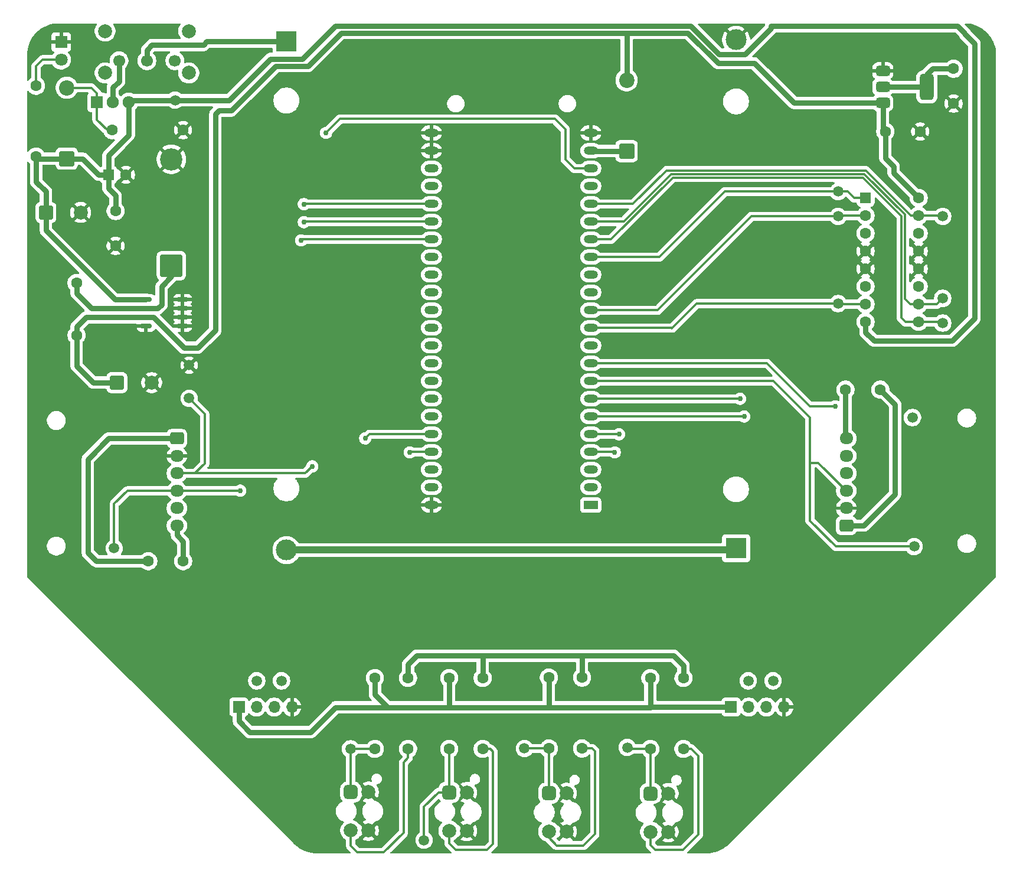
<source format=gtl>
%TF.GenerationSoftware,KiCad,Pcbnew,9.0.2-9.0.2-0~ubuntu24.04.1*%
%TF.CreationDate,2025-07-04T20:19:56-04:00*%
%TF.ProjectId,PCBbot,50434262-6f74-42e6-9b69-6361645f7063,rev?*%
%TF.SameCoordinates,Original*%
%TF.FileFunction,Copper,L1,Top*%
%TF.FilePolarity,Positive*%
%FSLAX46Y46*%
G04 Gerber Fmt 4.6, Leading zero omitted, Abs format (unit mm)*
G04 Created by KiCad (PCBNEW 9.0.2-9.0.2-0~ubuntu24.04.1) date 2025-07-04 20:19:56*
%MOMM*%
%LPD*%
G01*
G04 APERTURE LIST*
G04 Aperture macros list*
%AMRoundRect*
0 Rectangle with rounded corners*
0 $1 Rounding radius*
0 $2 $3 $4 $5 $6 $7 $8 $9 X,Y pos of 4 corners*
0 Add a 4 corners polygon primitive as box body*
4,1,4,$2,$3,$4,$5,$6,$7,$8,$9,$2,$3,0*
0 Add four circle primitives for the rounded corners*
1,1,$1+$1,$2,$3*
1,1,$1+$1,$4,$5*
1,1,$1+$1,$6,$7*
1,1,$1+$1,$8,$9*
0 Add four rect primitives between the rounded corners*
20,1,$1+$1,$2,$3,$4,$5,0*
20,1,$1+$1,$4,$5,$6,$7,0*
20,1,$1+$1,$6,$7,$8,$9,0*
20,1,$1+$1,$8,$9,$2,$3,0*%
G04 Aperture macros list end*
%TA.AperFunction,ComponentPad*%
%ADD10C,1.600000*%
%TD*%
%TA.AperFunction,ComponentPad*%
%ADD11RoundRect,0.250000X-0.750000X-0.750000X0.750000X-0.750000X0.750000X0.750000X-0.750000X0.750000X0*%
%TD*%
%TA.AperFunction,ComponentPad*%
%ADD12C,2.000000*%
%TD*%
%TA.AperFunction,ComponentPad*%
%ADD13RoundRect,0.249999X0.850001X-0.850001X0.850001X0.850001X-0.850001X0.850001X-0.850001X-0.850001X0*%
%TD*%
%TA.AperFunction,ComponentPad*%
%ADD14C,2.200000*%
%TD*%
%TA.AperFunction,ComponentPad*%
%ADD15R,1.717500X1.800000*%
%TD*%
%TA.AperFunction,ComponentPad*%
%ADD16O,1.717500X1.800000*%
%TD*%
%TA.AperFunction,ComponentPad*%
%ADD17C,1.500000*%
%TD*%
%TA.AperFunction,ComponentPad*%
%ADD18R,1.700000X1.700000*%
%TD*%
%TA.AperFunction,ComponentPad*%
%ADD19O,1.700000X1.700000*%
%TD*%
%TA.AperFunction,ComponentPad*%
%ADD20C,1.700000*%
%TD*%
%TA.AperFunction,ComponentPad*%
%ADD21RoundRect,0.250000X-0.550000X-0.550000X0.550000X-0.550000X0.550000X0.550000X-0.550000X0.550000X0*%
%TD*%
%TA.AperFunction,ComponentPad*%
%ADD22R,3.000000X3.000000*%
%TD*%
%TA.AperFunction,ComponentPad*%
%ADD23C,3.000000*%
%TD*%
%TA.AperFunction,ComponentPad*%
%ADD24R,1.800000X1.800000*%
%TD*%
%TA.AperFunction,ComponentPad*%
%ADD25C,1.800000*%
%TD*%
%TA.AperFunction,SMDPad,CuDef*%
%ADD26RoundRect,0.375000X-0.625000X-0.375000X0.625000X-0.375000X0.625000X0.375000X-0.625000X0.375000X0*%
%TD*%
%TA.AperFunction,SMDPad,CuDef*%
%ADD27RoundRect,0.500000X-0.500000X-1.400000X0.500000X-1.400000X0.500000X1.400000X-0.500000X1.400000X0*%
%TD*%
%TA.AperFunction,SMDPad,CuDef*%
%ADD28RoundRect,0.150000X-0.675000X-0.150000X0.675000X-0.150000X0.675000X0.150000X-0.675000X0.150000X0*%
%TD*%
%TA.AperFunction,ComponentPad*%
%ADD29RoundRect,0.250000X1.350000X-1.350000X1.350000X1.350000X-1.350000X1.350000X-1.350000X-1.350000X0*%
%TD*%
%TA.AperFunction,ComponentPad*%
%ADD30C,3.200000*%
%TD*%
%TA.AperFunction,ComponentPad*%
%ADD31RoundRect,0.250000X-0.725000X0.600000X-0.725000X-0.600000X0.725000X-0.600000X0.725000X0.600000X0*%
%TD*%
%TA.AperFunction,ComponentPad*%
%ADD32O,1.950000X1.700000*%
%TD*%
%TA.AperFunction,ComponentPad*%
%ADD33RoundRect,0.250000X0.725000X-0.600000X0.725000X0.600000X-0.725000X0.600000X-0.725000X-0.600000X0*%
%TD*%
%TA.AperFunction,ComponentPad*%
%ADD34R,2.000000X1.200000*%
%TD*%
%TA.AperFunction,ComponentPad*%
%ADD35O,2.000000X1.200000*%
%TD*%
%TA.AperFunction,ComponentPad*%
%ADD36RoundRect,0.500000X-0.500000X0.500000X-0.500000X-0.500000X0.500000X-0.500000X0.500000X0.500000X0*%
%TD*%
%TA.AperFunction,ViaPad*%
%ADD37C,0.762000*%
%TD*%
%TA.AperFunction,Conductor*%
%ADD38C,0.762000*%
%TD*%
%TA.AperFunction,Conductor*%
%ADD39C,0.304800*%
%TD*%
%TA.AperFunction,Conductor*%
%ADD40C,1.000000*%
%TD*%
G04 APERTURE END LIST*
D10*
%TO.P,R1,1*%
%TO.N,Net-(D4-A)*%
X47720000Y-40800000D03*
%TO.P,R1,2*%
%TO.N,GND*%
X57880000Y-40800000D03*
%TD*%
D11*
%TO.P,C1,1*%
%TO.N,VCC*%
X38200000Y-52600000D03*
D12*
%TO.P,C1,2*%
%TO.N,GND*%
X43200000Y-52600000D03*
%TD*%
D13*
%TO.P,D3,1,K*%
%TO.N,+5VD*%
X121500000Y-43800000D03*
D14*
%TO.P,D3,2,A*%
%TO.N,+5V*%
X121500000Y-33640000D03*
%TD*%
D15*
%TO.P,Q1,1,G*%
%TO.N,Net-(D4-A)*%
X45510000Y-36800000D03*
D16*
%TO.P,Q1,2,D*%
%TO.N,/VIN2*%
X47800000Y-36800000D03*
%TO.P,Q1,3,S*%
%TO.N,VCC*%
X50090000Y-36800000D03*
%TD*%
D17*
%TO.P,TP11,1,1*%
%TO.N,Trig1*%
X138950000Y-119750000D03*
%TD*%
D18*
%TO.P,U10,1,VCC*%
%TO.N,+3V3*%
X65880000Y-123500000D03*
D19*
%TO.P,U10,2,Trig*%
%TO.N,Trig2*%
X68420000Y-123500000D03*
%TO.P,U10,3,Echo*%
%TO.N,Echo2*%
X70960000Y-123500000D03*
%TO.P,U10,4,GND*%
%TO.N,GND*%
X73500000Y-123500000D03*
%TD*%
D17*
%TO.P,TP15,1,1*%
%TO.N,MOT2_EN*%
X151835000Y-49610000D03*
%TD*%
D13*
%TO.P,D4,1,K*%
%TO.N,VCC*%
X41200000Y-44880000D03*
D14*
%TO.P,D4,2,A*%
%TO.N,Net-(D4-A)*%
X41200000Y-34720000D03*
%TD*%
D17*
%TO.P,TP1,1,1*%
%TO.N,VCC*%
X56750000Y-36500000D03*
%TD*%
D10*
%TO.P,R10,1*%
%TO.N,+3V3*%
X124900000Y-119340000D03*
%TO.P,R10,2*%
%TO.N,SENS_AN3*%
X124900000Y-129500000D03*
%TD*%
D12*
%TO.P,SW1,*%
%TO.N,*%
X58700000Y-32600000D03*
X58700000Y-26600000D03*
X46700000Y-32600000D03*
X46700000Y-26600000D03*
D20*
%TO.P,SW1,1,A*%
%TO.N,unconnected-(SW1-A-Pad1)*%
X56700000Y-30850000D03*
%TO.P,SW1,2,B*%
%TO.N,/VIN1*%
X52700000Y-30850000D03*
%TO.P,SW1,3,C*%
%TO.N,/VIN2*%
X48700000Y-30850000D03*
%TD*%
D21*
%TO.P,U7,1,1\u002C2EN*%
%TO.N,MOT2_EN*%
X155780000Y-50520000D03*
D10*
%TO.P,U7,2,1A*%
%TO.N,MOT2_A*%
X155780000Y-53060000D03*
%TO.P,U7,3,1Y*%
%TO.N,MOT1N*%
X155780000Y-55600000D03*
%TO.P,U7,4,GND*%
%TO.N,GND*%
X155780000Y-58140000D03*
%TO.P,U7,5,GND*%
X155780000Y-60680000D03*
%TO.P,U7,6,2Y*%
%TO.N,MOT1P*%
X155780000Y-63220000D03*
%TO.P,U7,7,2A*%
%TO.N,MOT2_B*%
X155780000Y-65760000D03*
%TO.P,U7,8,VCC2*%
%TO.N,VCC*%
X155780000Y-68300000D03*
%TO.P,U7,9,3\u002C4EN*%
%TO.N,MOT1_EN*%
X163400000Y-68300000D03*
%TO.P,U7,10,3A*%
%TO.N,MOT1_A*%
X163400000Y-65760000D03*
%TO.P,U7,11,3Y*%
%TO.N,MOT2N*%
X163400000Y-63220000D03*
%TO.P,U7,12,GND*%
%TO.N,GND*%
X163400000Y-60680000D03*
%TO.P,U7,13,GND*%
X163400000Y-58140000D03*
%TO.P,U7,14,4Y*%
%TO.N,MOT2P*%
X163400000Y-55600000D03*
%TO.P,U7,15,4A*%
%TO.N,MOT1_B*%
X163400000Y-53060000D03*
%TO.P,U7,16,VCC1*%
%TO.N,+5V*%
X163400000Y-50520000D03*
%TD*%
%TO.P,C7,1*%
%TO.N,MOT2N*%
X52900000Y-102600000D03*
%TO.P,C7,2*%
%TO.N,MOT2P*%
X57900000Y-102600000D03*
%TD*%
%TO.P,R7,1*%
%TO.N,+5V*%
X115100000Y-119290000D03*
%TO.P,R7,2*%
%TO.N,Net-(U5-A)*%
X115100000Y-129450000D03*
%TD*%
D17*
%TO.P,TP18,1,1*%
%TO.N,MOT1_EN*%
X166835000Y-68460000D03*
%TD*%
D10*
%TO.P,C5,1*%
%TO.N,+3V3*%
X168400000Y-32000000D03*
%TO.P,C5,2*%
%TO.N,GND*%
X168400000Y-37000000D03*
%TD*%
%TO.P,R4,1*%
%TO.N,+3V3*%
X85400000Y-119340000D03*
%TO.P,R4,2*%
%TO.N,SENS_AN0*%
X85400000Y-129500000D03*
%TD*%
D18*
%TO.P,U9,1,VCC*%
%TO.N,+3V3*%
X136480000Y-123500000D03*
D19*
%TO.P,U9,2,Trig*%
%TO.N,Trig1*%
X139020000Y-123500000D03*
%TO.P,U9,3,Echo*%
%TO.N,Echo1*%
X141560000Y-123500000D03*
%TO.P,U9,4,GND*%
%TO.N,GND*%
X144100000Y-123500000D03*
%TD*%
D17*
%TO.P,TP19,1,1*%
%TO.N,MOT1_A*%
X166835000Y-64910000D03*
%TD*%
D10*
%TO.P,C3,1*%
%TO.N,VCC*%
X48200000Y-52400000D03*
%TO.P,C3,2*%
%TO.N,GND*%
X48200000Y-57400000D03*
%TD*%
D17*
%TO.P,TP7,1,1*%
%TO.N,ENC1A*%
X162500000Y-82000000D03*
%TD*%
D22*
%TO.P,BT2,1,+*%
%TO.N,/VIN3*%
X137200000Y-100745000D03*
D23*
%TO.P,BT2,2,-*%
%TO.N,GND*%
X137200000Y-27845000D03*
%TD*%
D21*
%TO.P,C2,1*%
%TO.N,VCC*%
X47194888Y-47200000D03*
D10*
%TO.P,C2,2*%
%TO.N,GND*%
X49694888Y-47200000D03*
%TD*%
D11*
%TO.P,C10,1*%
%TO.N,+5V*%
X48382323Y-77000000D03*
D12*
%TO.P,C10,2*%
%TO.N,GND*%
X53382323Y-77000000D03*
%TD*%
D10*
%TO.P,L1,1,1*%
%TO.N,/POWA*%
X42600000Y-62700000D03*
%TO.P,L1,2,2*%
%TO.N,+5V*%
X42600000Y-70200000D03*
%TD*%
D17*
%TO.P,TP13,1,1*%
%TO.N,Trig2*%
X68450000Y-119750000D03*
%TD*%
D24*
%TO.P,D1,1,K*%
%TO.N,GND*%
X40400000Y-28160000D03*
D25*
%TO.P,D1,2,A*%
%TO.N,Net-(D1-A)*%
X40400000Y-30700000D03*
%TD*%
D17*
%TO.P,TP6,1,1*%
%TO.N,SENS_AN3*%
X121600000Y-129300000D03*
%TD*%
D10*
%TO.P,R2,1*%
%TO.N,VCC*%
X36800000Y-44600000D03*
%TO.P,R2,2*%
%TO.N,Net-(D1-A)*%
X36800000Y-34440000D03*
%TD*%
%TO.P,R5,1*%
%TO.N,+5V*%
X100850000Y-119340000D03*
%TO.P,R5,2*%
%TO.N,Net-(U4-A)*%
X100850000Y-129500000D03*
%TD*%
D17*
%TO.P,TP20,1,1*%
%TO.N,MOT1_B*%
X166835000Y-53160000D03*
%TD*%
%TO.P,TP17,1,1*%
%TO.N,MOT2_B*%
X151835000Y-65660000D03*
%TD*%
%TO.P,TP12,1,1*%
%TO.N,Echo1*%
X142500000Y-119750000D03*
%TD*%
D10*
%TO.P,R6,1*%
%TO.N,+3V3*%
X96050000Y-119340000D03*
%TO.P,R6,2*%
%TO.N,SENS_AN1*%
X96050000Y-129500000D03*
%TD*%
%TO.P,C6,1*%
%TO.N,MOT1P*%
X152900000Y-78000000D03*
%TO.P,C6,2*%
%TO.N,MOT1N*%
X157900000Y-78000000D03*
%TD*%
D17*
%TO.P,TP4,1,1*%
%TO.N,SENS_AN1*%
X92450000Y-142600000D03*
%TD*%
%TO.P,TP3,1,1*%
%TO.N,SENS_AN0*%
X81900000Y-129500000D03*
%TD*%
%TO.P,TP2,1,1*%
%TO.N,GND*%
X58750000Y-74500000D03*
%TD*%
%TO.P,TP14,1,1*%
%TO.N,Echo2*%
X72000000Y-119750000D03*
%TD*%
%TO.P,TP10,1,1*%
%TO.N,ENC2B*%
X58750000Y-79250000D03*
%TD*%
D26*
%TO.P,U2,1,GND*%
%TO.N,GND*%
X158250000Y-32300000D03*
%TO.P,U2,2,VO*%
%TO.N,+3V3*%
X158250000Y-34600000D03*
D27*
X164550000Y-34600000D03*
D26*
%TO.P,U2,3,VI*%
%TO.N,+5V*%
X158250000Y-36900000D03*
%TD*%
D28*
%TO.P,U11,1,VIN*%
%TO.N,VCC*%
X52575000Y-65095000D03*
%TO.P,U11,2,OUTPUT*%
%TO.N,/POWA*%
X52575000Y-66365000D03*
%TO.P,U11,3,FB*%
%TO.N,+5V*%
X52575000Y-67635000D03*
%TO.P,U11,4,SD*%
%TO.N,GND*%
X52575000Y-68905000D03*
%TO.P,U11,5,GND*%
X57825000Y-68905000D03*
%TO.P,U11,6,GND*%
X57825000Y-67635000D03*
%TO.P,U11,7,GND*%
X57825000Y-66365000D03*
%TO.P,U11,8,GND*%
X57825000Y-65095000D03*
%TD*%
D29*
%TO.P,D2,1,K*%
%TO.N,/POWA*%
X56200000Y-60220000D03*
D30*
%TO.P,D2,2,A*%
%TO.N,GND*%
X56200000Y-44980000D03*
%TD*%
D31*
%TO.P,J2,1,MOT-*%
%TO.N,MOT2N*%
X56990000Y-85000000D03*
D32*
%TO.P,J2,2,ENC_GND*%
%TO.N,GND*%
X56990000Y-87500000D03*
%TO.P,J2,3,ENC_PHB*%
%TO.N,ENC2B*%
X56990000Y-90000000D03*
%TO.P,J2,4,ENC_PHA*%
%TO.N,ENC2A*%
X56990000Y-92500000D03*
%TO.P,J2,5,ENC_VCC*%
%TO.N,+3V3*%
X56990000Y-95000000D03*
%TO.P,J2,6,MOT+*%
%TO.N,MOT2P*%
X56990000Y-97500000D03*
%TD*%
D10*
%TO.P,C4,1*%
%TO.N,+5V*%
X158600000Y-41000000D03*
%TO.P,C4,2*%
%TO.N,GND*%
X163600000Y-41000000D03*
%TD*%
D33*
%TO.P,J3,1,MOT-*%
%TO.N,MOT1N*%
X153000000Y-97500000D03*
D32*
%TO.P,J3,2,ENC_GND*%
%TO.N,GND*%
X153000000Y-95000000D03*
%TO.P,J3,3,ENC_PHB*%
%TO.N,ENC1B*%
X153000000Y-92500000D03*
%TO.P,J3,4,ENC_PHA*%
%TO.N,ENC1A*%
X153000000Y-90000000D03*
%TO.P,J3,5,ENC_VCC*%
%TO.N,+3V3*%
X153000000Y-87500000D03*
%TO.P,J3,6,MOT+*%
%TO.N,MOT1P*%
X153000000Y-85000000D03*
%TD*%
D17*
%TO.P,TP16,1,1*%
%TO.N,MOT2_A*%
X151835000Y-53160000D03*
%TD*%
D22*
%TO.P,BT1,1,+*%
%TO.N,/VIN1*%
X72700000Y-28100000D03*
D23*
%TO.P,BT1,2,-*%
%TO.N,/VIN3*%
X72700000Y-101000000D03*
%TD*%
D10*
%TO.P,R3,1*%
%TO.N,+5V*%
X90150000Y-119340000D03*
%TO.P,R3,2*%
%TO.N,Net-(U3-A)*%
X90150000Y-129500000D03*
%TD*%
%TO.P,R8,1*%
%TO.N,+3V3*%
X110350000Y-119290000D03*
%TO.P,R8,2*%
%TO.N,SENS_AN2*%
X110350000Y-129450000D03*
%TD*%
D17*
%TO.P,TP9,1,1*%
%TO.N,ENC2A*%
X48000000Y-100750000D03*
%TD*%
%TO.P,TP5,1,1*%
%TO.N,SENS_AN2*%
X106850000Y-129450000D03*
%TD*%
%TO.P,TP8,1,1*%
%TO.N,ENC1B*%
X162750000Y-100500000D03*
%TD*%
D10*
%TO.P,R9,1*%
%TO.N,+5V*%
X129650000Y-119340000D03*
%TO.P,R9,2*%
%TO.N,Net-(U6-A)*%
X129650000Y-129500000D03*
%TD*%
D34*
%TO.P,U8,1,3V3*%
%TO.N,unconnected-(U8-3V3-Pad1)*%
X116360000Y-94557280D03*
D35*
%TO.P,U8,2,3V3*%
%TO.N,unconnected-(U8-3V3-Pad1)_1*%
X116360000Y-92017280D03*
%TO.P,U8,3,CHIP_PU*%
%TO.N,unconnected-(U8-CHIP_PU-Pad3)*%
X116360000Y-89477280D03*
%TO.P,U8,4,GPIO4/ADC1_CH3*%
%TO.N,SENS_AN2*%
X116360000Y-86937280D03*
%TO.P,U8,5,GPIO5/ADC1_CH4*%
%TO.N,SENS_AN3*%
X116360000Y-84397280D03*
%TO.P,U8,6,GPIO6/ADC1_CH5*%
%TO.N,Trig1*%
X116360000Y-81857280D03*
%TO.P,U8,7,GPIO7/ADC1_CH6*%
%TO.N,Echo1*%
X116360000Y-79317280D03*
%TO.P,U8,8,GPIO15/ADC2_CH4/32K_P*%
%TO.N,ENC1B*%
X116360000Y-76777280D03*
%TO.P,U8,9,GPIO16/ADC2_CH5/32K_N*%
%TO.N,ENC1A*%
X116360000Y-74237280D03*
%TO.P,U8,10,GPIO17/ADC2_CH6*%
%TO.N,unconnected-(U8-GPIO17{slash}ADC2_CH6-Pad10)*%
X116360000Y-71697280D03*
%TO.P,U8,11,GPIO18/ADC2_CH7*%
%TO.N,MOT2_B*%
X116360000Y-69157280D03*
%TO.P,U8,12,GPIO8/ADC1_CH7*%
%TO.N,MOT2_A*%
X116360000Y-66617280D03*
%TO.P,U8,13,GPIO3/ADC1_CH2*%
%TO.N,unconnected-(U8-GPIO3{slash}ADC1_CH2-Pad13)*%
X116360000Y-64077280D03*
%TO.P,U8,14,GPIO46*%
%TO.N,unconnected-(U8-GPIO46-Pad14)*%
X116360000Y-61537280D03*
%TO.P,U8,15,GPIO9/ADC1_CH8*%
%TO.N,MOT2_EN*%
X116360000Y-58997280D03*
%TO.P,U8,16,GPIO10/ADC1_CH9*%
%TO.N,MOT1_EN*%
X116360000Y-56457280D03*
%TO.P,U8,17,GPIO11/ADC2_CH0*%
%TO.N,MOT1_A*%
X116360000Y-53917280D03*
%TO.P,U8,18,GPIO12/ADC2_CH1*%
%TO.N,MOT1_B*%
X116360000Y-51377280D03*
%TO.P,U8,19,GPIO13/ADC2_CH2*%
%TO.N,unconnected-(U8-GPIO13{slash}ADC2_CH2-Pad19)*%
X116360000Y-48837280D03*
%TO.P,U8,20,GPIO14/ADC2_CH3*%
%TO.N,ENC2B*%
X116363680Y-46300000D03*
%TO.P,U8,21,5V*%
%TO.N,+5VD*%
X116363680Y-43760000D03*
%TO.P,U8,22,GND*%
%TO.N,GND*%
X116363680Y-41220000D03*
%TO.P,U8,23,GND*%
X93500000Y-41217280D03*
%TO.P,U8,24,GND*%
X93500000Y-43757280D03*
%TO.P,U8,25,GPIO19/USB_D-*%
%TO.N,unconnected-(U8-GPIO19{slash}USB_D--Pad25)*%
X93500000Y-46297280D03*
%TO.P,U8,26,GPIO20/USB_D+*%
%TO.N,unconnected-(U8-GPIO20{slash}USB_D+-Pad26)*%
X93500000Y-48837280D03*
%TO.P,U8,27,GPIO21*%
%TO.N,ENC2A*%
X93500000Y-51377280D03*
%TO.P,U8,28,GPIO47*%
%TO.N,Trig2*%
X93500000Y-53917280D03*
%TO.P,U8,29,GPIO48*%
%TO.N,Echo2*%
X93500000Y-56457280D03*
%TO.P,U8,30,GPIO45*%
%TO.N,unconnected-(U8-GPIO45-Pad30)*%
X93500000Y-58997280D03*
%TO.P,U8,31,GPIO0*%
%TO.N,unconnected-(U8-GPIO0-Pad31)*%
X93500000Y-61537280D03*
%TO.P,U8,32,GPIO35*%
%TO.N,unconnected-(U8-GPIO35-Pad32)*%
X93500000Y-64077280D03*
%TO.P,U8,33,GPIO36*%
%TO.N,unconnected-(U8-GPIO36-Pad33)*%
X93500000Y-66617280D03*
%TO.P,U8,34,GPIO37*%
%TO.N,unconnected-(U8-GPIO37-Pad34)*%
X93500000Y-69157280D03*
%TO.P,U8,35,GPIO38*%
%TO.N,unconnected-(U8-GPIO38-Pad35)*%
X93500000Y-71697280D03*
%TO.P,U8,36,GPIO39/MTCK*%
%TO.N,unconnected-(U8-GPIO39{slash}MTCK-Pad36)*%
X93500000Y-74237280D03*
%TO.P,U8,37,GPIO40/MTDO*%
%TO.N,unconnected-(U8-GPIO40{slash}MTDO-Pad37)*%
X93500000Y-76777280D03*
%TO.P,U8,38,GPIO41/MTDI*%
%TO.N,unconnected-(U8-GPIO41{slash}MTDI-Pad38)*%
X93500000Y-79317280D03*
%TO.P,U8,39,GPIO42/MTMS*%
%TO.N,unconnected-(U8-GPIO42{slash}MTMS-Pad39)*%
X93500000Y-81857280D03*
%TO.P,U8,40,GPIO2/ADC1_CH1*%
%TO.N,SENS_AN0*%
X93500000Y-84397280D03*
%TO.P,U8,41,GPIO1/ADC1_CH0*%
%TO.N,SENS_AN1*%
X93500000Y-86937280D03*
%TO.P,U8,42,GPIO44/U0RXD*%
%TO.N,unconnected-(U8-GPIO44{slash}U0RXD-Pad42)*%
X93500000Y-89477280D03*
%TO.P,U8,43,GPIO43/U0TXD*%
%TO.N,unconnected-(U8-GPIO43{slash}U0TXD-Pad43)*%
X93500000Y-92017280D03*
%TO.P,U8,44,GND*%
%TO.N,GND*%
X93500000Y-94557280D03*
%TD*%
D36*
%TO.P,U4,1,C*%
%TO.N,SENS_AN1*%
X96030000Y-135750000D03*
D12*
%TO.P,U4,2,E*%
%TO.N,GND*%
X98570000Y-135750000D03*
%TO.P,U4,3,K*%
X98570000Y-141250000D03*
%TO.P,U4,4,A*%
%TO.N,Net-(U4-A)*%
X96030000Y-141250000D03*
%TD*%
D36*
%TO.P,U6,1,C*%
%TO.N,SENS_AN3*%
X124930000Y-135900000D03*
D12*
%TO.P,U6,2,E*%
%TO.N,GND*%
X127470000Y-135900000D03*
%TO.P,U6,3,K*%
X127470000Y-141400000D03*
%TO.P,U6,4,A*%
%TO.N,Net-(U6-A)*%
X124930000Y-141400000D03*
%TD*%
D36*
%TO.P,U3,1,C*%
%TO.N,SENS_AN0*%
X81930000Y-135700000D03*
D12*
%TO.P,U3,2,E*%
%TO.N,GND*%
X84470000Y-135700000D03*
%TO.P,U3,3,K*%
X84470000Y-141200000D03*
%TO.P,U3,4,A*%
%TO.N,Net-(U3-A)*%
X81930000Y-141200000D03*
%TD*%
D36*
%TO.P,U5,1,C*%
%TO.N,SENS_AN2*%
X110330000Y-135850000D03*
D12*
%TO.P,U5,2,E*%
%TO.N,GND*%
X112870000Y-135850000D03*
%TO.P,U5,3,K*%
X112870000Y-141350000D03*
%TO.P,U5,4,A*%
%TO.N,Net-(U5-A)*%
X110330000Y-141350000D03*
%TD*%
D37*
%TO.N,GND*%
X155000000Y-91000000D03*
X44500000Y-58500000D03*
X55500000Y-50500000D03*
X54000000Y-91500000D03*
X126200000Y-137600000D03*
X126200000Y-142800000D03*
X60000000Y-60500000D03*
X37000000Y-37500000D03*
X88000000Y-134000000D03*
X52500000Y-27000000D03*
X59000000Y-63000000D03*
X56500000Y-77500000D03*
X115000000Y-141800000D03*
X97400000Y-137400000D03*
X83200000Y-137400000D03*
X115600000Y-134400000D03*
X51000000Y-63000000D03*
X60500000Y-45000000D03*
X112400000Y-132600000D03*
X62500000Y-72000000D03*
X126200000Y-139400000D03*
X151000000Y-94000000D03*
X83800000Y-132400000D03*
X50500000Y-32000000D03*
X111600000Y-139800000D03*
X83200000Y-142800000D03*
X50400000Y-27800000D03*
X50400000Y-69000000D03*
X62600000Y-74200000D03*
X69000000Y-29500000D03*
X51000000Y-55500000D03*
X88000000Y-137000000D03*
X39500000Y-66000000D03*
X45000000Y-71500000D03*
X61000000Y-64400000D03*
X62600000Y-76600000D03*
X130000000Y-138800000D03*
X101000000Y-140000000D03*
X115000000Y-132600000D03*
X58500000Y-30000000D03*
X97500000Y-133500000D03*
X60500000Y-39500000D03*
X54500000Y-40500000D03*
X60000000Y-66000000D03*
X155000000Y-94000000D03*
X98400000Y-132400000D03*
X87500000Y-141500000D03*
X62600000Y-78200000D03*
X63000000Y-34500000D03*
X54000000Y-71000000D03*
X129800000Y-142000000D03*
X45500000Y-81500000D03*
X37000000Y-41500000D03*
X54000000Y-90000000D03*
X151000000Y-92500000D03*
X59500000Y-88000000D03*
X129400000Y-140400000D03*
X156500000Y-91000000D03*
X56500000Y-63500000D03*
X36000000Y-56000000D03*
X60500000Y-75000000D03*
X54000000Y-87000000D03*
X149500000Y-97000000D03*
X88000000Y-140000000D03*
X130000000Y-134800000D03*
X156500000Y-94000000D03*
X91200000Y-137600000D03*
X122200000Y-134000000D03*
X60500000Y-52000000D03*
X59000000Y-81500000D03*
X53000000Y-63000000D03*
X36500000Y-63500000D03*
X88000000Y-135500000D03*
X60000000Y-58000000D03*
X107800000Y-141400000D03*
X66000000Y-32500000D03*
X115600000Y-137400000D03*
X47000000Y-69500000D03*
X60000000Y-68500000D03*
X54000000Y-88500000D03*
X122200000Y-136600000D03*
X123200000Y-132400000D03*
X58000000Y-63000000D03*
X44500000Y-31500000D03*
X51000000Y-60000000D03*
X54500000Y-32000000D03*
X107800000Y-135000000D03*
X130000000Y-132600000D03*
X83000000Y-139600000D03*
X44500000Y-26500000D03*
X63000000Y-30500000D03*
X97400000Y-139600000D03*
X93400000Y-134800000D03*
X60000000Y-64500000D03*
X111600000Y-137600000D03*
X56200000Y-65200000D03*
X46500000Y-29000000D03*
X60200000Y-69600000D03*
X130000000Y-136800000D03*
X115600000Y-140000000D03*
X101000000Y-142500000D03*
X117000000Y-143800000D03*
X61000000Y-66000000D03*
X56000000Y-67500000D03*
X108600000Y-132600000D03*
X101000000Y-136500000D03*
X59500000Y-86000000D03*
X149500000Y-92500000D03*
X60000000Y-63000000D03*
X151000000Y-96000000D03*
X57500000Y-54500000D03*
X39500000Y-73500000D03*
X61000000Y-68600000D03*
X52600000Y-70400000D03*
X94400000Y-132600000D03*
X56500000Y-27000000D03*
X61000000Y-67600000D03*
X45500000Y-83500000D03*
X56000000Y-72500000D03*
X39000000Y-34500000D03*
X149500000Y-91000000D03*
X101000000Y-135000000D03*
X48500000Y-63000000D03*
X129000000Y-142800000D03*
X101000000Y-141500000D03*
X59000000Y-70200000D03*
X155000000Y-89000000D03*
X127400000Y-132400000D03*
X60000000Y-67500000D03*
X86500000Y-142500000D03*
X149500000Y-95500000D03*
X60500000Y-56000000D03*
X51000000Y-50500000D03*
X156500000Y-92500000D03*
X88000000Y-138500000D03*
X151000000Y-97500000D03*
X37500000Y-59000000D03*
X122000000Y-139200000D03*
X155000000Y-96000000D03*
X66000000Y-30000000D03*
X40000000Y-62500000D03*
X149500000Y-94000000D03*
X56500000Y-81000000D03*
X155000000Y-92500000D03*
X53500000Y-83500000D03*
X109000000Y-143600000D03*
X48000000Y-83500000D03*
X37000000Y-70500000D03*
X90800000Y-140800000D03*
X107800000Y-138000000D03*
%TO.N,ENC1A*%
X151400000Y-80400000D03*
%TO.N,ENC2A*%
X66080237Y-92480237D03*
X75200000Y-51400000D03*
%TO.N,ENC2B*%
X78400000Y-41200000D03*
X76400000Y-89000000D03*
%TO.N,SENS_AN0*%
X84000000Y-85000000D03*
%TO.N,SENS_AN1*%
X90400000Y-87000000D03*
%TO.N,SENS_AN2*%
X119800000Y-87000000D03*
%TO.N,SENS_AN3*%
X120400000Y-84400000D03*
%TO.N,Echo1*%
X137767280Y-79317280D03*
%TO.N,Echo2*%
X74800000Y-56600000D03*
%TO.N,Trig1*%
X138357280Y-81857280D03*
%TO.N,Trig2*%
X75200000Y-54000000D03*
%TD*%
D38*
%TO.N,VCC*%
X170000000Y-27000000D02*
X170000000Y-26921173D01*
X157000000Y-71000000D02*
X168200000Y-71000000D01*
X64500000Y-36500000D02*
X56750000Y-36500000D01*
X48200000Y-52400000D02*
X48200000Y-50200000D01*
X70400000Y-30600000D02*
X64500000Y-36500000D01*
X41200000Y-44880000D02*
X43480000Y-44880000D01*
X155780000Y-69780000D02*
X157000000Y-71000000D01*
X79718000Y-25882000D02*
X75000000Y-30600000D01*
X50390000Y-36500000D02*
X50090000Y-36800000D01*
X56750000Y-36500000D02*
X50390000Y-36500000D01*
X36800000Y-48200000D02*
X36800000Y-44600000D01*
X50090000Y-41510000D02*
X47194888Y-44405112D01*
X134727000Y-29927000D02*
X130682000Y-25882000D01*
X155780000Y-68300000D02*
X155780000Y-69780000D01*
X47194888Y-49194888D02*
X47194888Y-47200000D01*
X45800000Y-47200000D02*
X47194888Y-47200000D01*
X43480000Y-44880000D02*
X45800000Y-47200000D01*
X130682000Y-25882000D02*
X79718000Y-25882000D01*
X75000000Y-30600000D02*
X70400000Y-30600000D01*
X48200000Y-50200000D02*
X47194888Y-49194888D01*
X48095000Y-65095000D02*
X38200000Y-55200000D01*
X142200000Y-26200000D02*
X138473000Y-29927000D01*
X38200000Y-49600000D02*
X36800000Y-48200000D01*
X38200000Y-55200000D02*
X38200000Y-52600000D01*
X170000000Y-26921173D02*
X168960827Y-25882000D01*
X38200000Y-52600000D02*
X38200000Y-49600000D01*
X41200000Y-44880000D02*
X37080000Y-44880000D01*
X47194888Y-44405112D02*
X47194888Y-47200000D01*
X171400000Y-28400000D02*
X170000000Y-27000000D01*
X37080000Y-44880000D02*
X36800000Y-44600000D01*
X171400000Y-67800000D02*
X171400000Y-28400000D01*
X168960827Y-25882000D02*
X142200000Y-25882000D01*
X168200000Y-71000000D02*
X171400000Y-67800000D01*
X142200000Y-25882000D02*
X142200000Y-26200000D01*
X50090000Y-36800000D02*
X50090000Y-41510000D01*
X52575000Y-65095000D02*
X48095000Y-65095000D01*
X138473000Y-29927000D02*
X134727000Y-29927000D01*
%TO.N,+5V*%
X71200000Y-31600000D02*
X64800000Y-38000000D01*
X115100000Y-116250000D02*
X115000000Y-116150000D01*
X42600000Y-69000000D02*
X42600000Y-70200000D01*
X100850000Y-119340000D02*
X100850000Y-116200000D01*
X128250000Y-116150000D02*
X129650000Y-117550000D01*
X62500000Y-38500000D02*
X62500000Y-69500000D01*
X58000000Y-72000000D02*
X53635000Y-67635000D01*
X139800000Y-31200000D02*
X134638112Y-31200000D01*
X42600000Y-74600000D02*
X42600000Y-70200000D01*
X163400000Y-50520000D02*
X159800000Y-46920000D01*
X115000000Y-116150000D02*
X128250000Y-116150000D01*
X158250000Y-36900000D02*
X158250000Y-40650000D01*
X64800000Y-38000000D02*
X63000000Y-38000000D01*
X130283112Y-26845000D02*
X121600000Y-26845000D01*
X129650000Y-117550000D02*
X129650000Y-119340000D01*
X60000000Y-72000000D02*
X58000000Y-72000000D01*
X45000000Y-77000000D02*
X42600000Y-74600000D01*
X91400000Y-116150000D02*
X100800000Y-116150000D01*
X159800000Y-46000000D02*
X158600000Y-44800000D01*
X48382323Y-77000000D02*
X45000000Y-77000000D01*
X145500000Y-36900000D02*
X139800000Y-31200000D01*
X63000000Y-38000000D02*
X62500000Y-38500000D01*
X134638112Y-31200000D02*
X130283112Y-26845000D01*
X158600000Y-44800000D02*
X158600000Y-41000000D01*
X62500000Y-69500000D02*
X60000000Y-72000000D01*
X121500000Y-33640000D02*
X121500000Y-26945000D01*
X53635000Y-67635000D02*
X52575000Y-67635000D01*
X121600000Y-26845000D02*
X80600000Y-26845000D01*
X90150000Y-117400000D02*
X91400000Y-116150000D01*
X52575000Y-67635000D02*
X43965000Y-67635000D01*
X115100000Y-119290000D02*
X115100000Y-116250000D01*
X100800000Y-116150000D02*
X115000000Y-116150000D01*
X158250000Y-40650000D02*
X158600000Y-41000000D01*
X121500000Y-26945000D02*
X121600000Y-26845000D01*
X158250000Y-36900000D02*
X145500000Y-36900000D01*
X90150000Y-119340000D02*
X90150000Y-117400000D01*
X159800000Y-46920000D02*
X159800000Y-46000000D01*
X100850000Y-116200000D02*
X100800000Y-116150000D01*
X75845000Y-31600000D02*
X71200000Y-31600000D01*
X43965000Y-67635000D02*
X42600000Y-69000000D01*
X80600000Y-26845000D02*
X75845000Y-31600000D01*
%TO.N,+3V3*%
X90150000Y-123552500D02*
X79747500Y-123552500D01*
X76200000Y-127100000D02*
X67450000Y-127100000D01*
X65880000Y-125530000D02*
X65880000Y-123500000D01*
X85400000Y-119340000D02*
X85400000Y-121700000D01*
X90150000Y-123552500D02*
X96150000Y-123552500D01*
X96150000Y-123552500D02*
X96050000Y-123452500D01*
X79747500Y-123552500D02*
X76200000Y-127100000D01*
X124900000Y-119340000D02*
X124900000Y-123552500D01*
X96050000Y-123452500D02*
X96050000Y-119340000D01*
X110550000Y-123552500D02*
X124900000Y-123552500D01*
X158250000Y-34600000D02*
X164550000Y-34600000D01*
X110350000Y-123352500D02*
X110350000Y-119290000D01*
X124952500Y-123500000D02*
X124900000Y-123552500D01*
X87252500Y-123552500D02*
X90150000Y-123552500D01*
X67450000Y-127100000D02*
X65880000Y-125530000D01*
X164550000Y-34600000D02*
X164550000Y-32850000D01*
X165400000Y-32000000D02*
X168400000Y-32000000D01*
X96150000Y-123552500D02*
X110550000Y-123552500D01*
X164550000Y-32850000D02*
X165400000Y-32000000D01*
X85400000Y-121700000D02*
X87252500Y-123552500D01*
X110550000Y-123552500D02*
X110350000Y-123352500D01*
X136480000Y-123500000D02*
X124952500Y-123500000D01*
D39*
%TO.N,Net-(D1-A)*%
X40400000Y-30700000D02*
X37700000Y-30700000D01*
X36800000Y-31600000D02*
X36800000Y-34440000D01*
X37700000Y-30700000D02*
X36800000Y-31600000D01*
D38*
%TO.N,+5VD*%
X121500000Y-43800000D02*
X116403680Y-43800000D01*
X116403680Y-43800000D02*
X116363680Y-43760000D01*
%TO.N,/VIN1*%
X52700000Y-29300000D02*
X52700000Y-30850000D01*
X72700000Y-28100000D02*
X61300000Y-28100000D01*
X53400000Y-28600000D02*
X52700000Y-29300000D01*
X60800000Y-28600000D02*
X53400000Y-28600000D01*
X61300000Y-28100000D02*
X60800000Y-28600000D01*
D39*
%TO.N,ENC1A*%
X141637280Y-74237280D02*
X116360000Y-74237280D01*
X151400000Y-80400000D02*
X147800000Y-80400000D01*
X147800000Y-80400000D02*
X141637280Y-74237280D01*
%TO.N,ENC1B*%
X147800000Y-82000000D02*
X147800000Y-88500000D01*
X147800000Y-88500000D02*
X147800000Y-96800000D01*
X151500000Y-100500000D02*
X162750000Y-100500000D01*
X116360000Y-76777280D02*
X142577280Y-76777280D01*
X153000000Y-92500000D02*
X149000000Y-88500000D01*
X147800000Y-96800000D02*
X151500000Y-100500000D01*
X149000000Y-88500000D02*
X147800000Y-88500000D01*
X142577280Y-76777280D02*
X147800000Y-82000000D01*
D38*
%TO.N,MOT1P*%
X152900000Y-78000000D02*
X152900000Y-84900000D01*
X152900000Y-84900000D02*
X153000000Y-85000000D01*
%TO.N,MOT1N*%
X160000000Y-80100000D02*
X160000000Y-93000000D01*
X157900000Y-78000000D02*
X160000000Y-80100000D01*
X155500000Y-97500000D02*
X153000000Y-97500000D01*
X160000000Y-93000000D02*
X155500000Y-97500000D01*
D39*
%TO.N,ENC2A*%
X93500000Y-51377280D02*
X75222720Y-51377280D01*
X66060474Y-92500000D02*
X56990000Y-92500000D01*
X66080237Y-92480237D02*
X66060474Y-92500000D01*
X75222720Y-51377280D02*
X75200000Y-51400000D01*
X49900000Y-92500000D02*
X48000000Y-94400000D01*
X48000000Y-94400000D02*
X48000000Y-100750000D01*
X56990000Y-92500000D02*
X49900000Y-92500000D01*
D38*
%TO.N,MOT2P*%
X57900000Y-99800000D02*
X57900000Y-102600000D01*
X56990000Y-98890000D02*
X57900000Y-99800000D01*
X56990000Y-97500000D02*
X56990000Y-98890000D01*
D39*
%TO.N,ENC2B*%
X75400000Y-90000000D02*
X76400000Y-89000000D01*
X78400000Y-41200000D02*
X80400000Y-39200000D01*
X56990000Y-90000000D02*
X59600000Y-90000000D01*
X111200000Y-39200000D02*
X112700000Y-40700000D01*
X112700000Y-40700000D02*
X112700000Y-45000000D01*
X58750000Y-79250000D02*
X61000000Y-81500000D01*
X80400000Y-39200000D02*
X111200000Y-39200000D01*
X112700000Y-45000000D02*
X114000000Y-46300000D01*
X59600000Y-90000000D02*
X75400000Y-90000000D01*
X61000000Y-81500000D02*
X61000000Y-88600000D01*
X61000000Y-88600000D02*
X59600000Y-90000000D01*
X114000000Y-46300000D02*
X116363680Y-46300000D01*
D38*
%TO.N,MOT2N*%
X44200000Y-101400000D02*
X45400000Y-102600000D01*
X47200000Y-85000000D02*
X44200000Y-88000000D01*
X45400000Y-102600000D02*
X52900000Y-102600000D01*
X56990000Y-85000000D02*
X47200000Y-85000000D01*
X44200000Y-88000000D02*
X44200000Y-101400000D01*
%TO.N,/VIN2*%
X47800000Y-34700000D02*
X47800000Y-36800000D01*
X48700000Y-30850000D02*
X48700000Y-33800000D01*
X48700000Y-33800000D02*
X47800000Y-34700000D01*
D39*
%TO.N,Net-(U3-A)*%
X89500000Y-131450000D02*
X89500000Y-141500000D01*
X82846600Y-144346600D02*
X81930000Y-143430000D01*
X81930000Y-143430000D02*
X81930000Y-141200000D01*
X86653400Y-144346600D02*
X82846600Y-144346600D01*
X90150000Y-129500000D02*
X90150000Y-130800000D01*
X89500000Y-141500000D02*
X86653400Y-144346600D01*
X90150000Y-130800000D02*
X89500000Y-131450000D01*
%TO.N,SENS_AN0*%
X81900000Y-129500000D02*
X81900000Y-135670000D01*
X81900000Y-135670000D02*
X81930000Y-135700000D01*
X84602720Y-84397280D02*
X93500000Y-84397280D01*
X84000000Y-85000000D02*
X84602720Y-84397280D01*
X85400000Y-129500000D02*
X81900000Y-129500000D01*
%TO.N,Net-(U4-A)*%
X101500000Y-144000000D02*
X97000000Y-144000000D01*
X96030000Y-143030000D02*
X96030000Y-141250000D01*
X101950000Y-129500000D02*
X102350000Y-129900000D01*
X100850000Y-129500000D02*
X101950000Y-129500000D01*
X102350000Y-143150000D02*
X101500000Y-144000000D01*
X102350000Y-129900000D02*
X102350000Y-143150000D01*
X97000000Y-144000000D02*
X96030000Y-143030000D01*
%TO.N,SENS_AN1*%
X94500000Y-135750000D02*
X92450000Y-137800000D01*
X96030000Y-135750000D02*
X94500000Y-135750000D01*
X96050000Y-135730000D02*
X96030000Y-135750000D01*
X93500000Y-86937280D02*
X90462720Y-86937280D01*
X92450000Y-137800000D02*
X92450000Y-142600000D01*
X96050000Y-129500000D02*
X96050000Y-135730000D01*
X90462720Y-86937280D02*
X90400000Y-87000000D01*
%TO.N,Net-(U5-A)*%
X115100000Y-129450000D02*
X116550000Y-129450000D01*
X116550000Y-129450000D02*
X116950000Y-129850000D01*
X111450000Y-143350000D02*
X110330000Y-142230000D01*
X115300000Y-143350000D02*
X111450000Y-143350000D01*
X110330000Y-142230000D02*
X110330000Y-141350000D01*
X116950000Y-129850000D02*
X116950000Y-141700000D01*
X116950000Y-141700000D02*
X115300000Y-143350000D01*
%TO.N,SENS_AN2*%
X110350000Y-129450000D02*
X110350000Y-129650000D01*
X110350000Y-129650000D02*
X110330000Y-129670000D01*
X106850000Y-129450000D02*
X110350000Y-129450000D01*
X110330000Y-129670000D02*
X110330000Y-135850000D01*
X119737280Y-86937280D02*
X116360000Y-86937280D01*
X119800000Y-87000000D02*
X119737280Y-86937280D01*
%TO.N,Net-(U6-A)*%
X131800000Y-141800000D02*
X129600000Y-144000000D01*
X131800000Y-130500000D02*
X131800000Y-141800000D01*
X129650000Y-129500000D02*
X130800000Y-129500000D01*
X124930000Y-143330000D02*
X124930000Y-141400000D01*
X130800000Y-129500000D02*
X131800000Y-130500000D01*
X125600000Y-144000000D02*
X124930000Y-143330000D01*
X129600000Y-144000000D02*
X125600000Y-144000000D01*
%TO.N,SENS_AN3*%
X120397280Y-84397280D02*
X116360000Y-84397280D01*
X121800000Y-129500000D02*
X121600000Y-129300000D01*
X124900000Y-129500000D02*
X124900000Y-135870000D01*
X120400000Y-84400000D02*
X120397280Y-84397280D01*
X124900000Y-135870000D02*
X124930000Y-135900000D01*
X124900000Y-129500000D02*
X121800000Y-129500000D01*
%TO.N,MOT1_EN*%
X155380980Y-47611600D02*
X128103710Y-47611600D01*
X160884690Y-67684690D02*
X160884690Y-53115310D01*
X163400000Y-68300000D02*
X161500000Y-68300000D01*
X163400000Y-68300000D02*
X166675000Y-68300000D01*
X128103710Y-47611600D02*
X119258030Y-56457280D01*
X166675000Y-68300000D02*
X166835000Y-68460000D01*
X161500000Y-68300000D02*
X160884690Y-67684690D01*
X160884690Y-53115310D02*
X155380980Y-47611600D01*
X119258030Y-56457280D02*
X116360000Y-56457280D01*
%TO.N,MOT1_B*%
X122422720Y-51377280D02*
X116360000Y-51377280D01*
X127200000Y-46600000D02*
X122422720Y-51377280D01*
X166735000Y-53060000D02*
X166835000Y-53160000D01*
X155800000Y-46600000D02*
X127200000Y-46600000D01*
X163400000Y-53060000D02*
X166735000Y-53060000D01*
X163400000Y-53060000D02*
X162260000Y-53060000D01*
X162260000Y-53060000D02*
X155800000Y-46600000D01*
%TO.N,MOT2_EN*%
X151835000Y-49610000D02*
X135590000Y-49610000D01*
X135590000Y-49610000D02*
X126202720Y-58997280D01*
X155780000Y-50520000D02*
X154120000Y-50520000D01*
X153200000Y-49600000D02*
X153190000Y-49610000D01*
X153190000Y-49610000D02*
X151835000Y-49610000D01*
X126202720Y-58997280D02*
X116360000Y-58997280D01*
X154120000Y-50520000D02*
X153200000Y-49600000D01*
%TO.N,MOT1_A*%
X127894200Y-47105800D02*
X121082720Y-53917280D01*
X163400000Y-65760000D02*
X165985000Y-65760000D01*
X161400000Y-52915310D02*
X155590490Y-47105800D01*
X161400000Y-65000000D02*
X161400000Y-52915310D01*
X121082720Y-53917280D02*
X116360000Y-53917280D01*
X155590490Y-47105800D02*
X127894200Y-47105800D01*
X162160000Y-65760000D02*
X161400000Y-65000000D01*
X163400000Y-65760000D02*
X162160000Y-65760000D01*
X165985000Y-65760000D02*
X166835000Y-64910000D01*
%TO.N,MOT2_B*%
X131540000Y-65660000D02*
X128000000Y-69200000D01*
X155780000Y-65760000D02*
X151935000Y-65760000D01*
X151935000Y-65760000D02*
X151835000Y-65660000D01*
X128000000Y-69200000D02*
X127957280Y-69157280D01*
X151835000Y-65660000D02*
X131540000Y-65660000D01*
X127957280Y-69157280D02*
X116360000Y-69157280D01*
%TO.N,MOT2_A*%
X125982720Y-66617280D02*
X116360000Y-66617280D01*
X151935000Y-53060000D02*
X151835000Y-53160000D01*
X155780000Y-53060000D02*
X151935000Y-53060000D01*
X151835000Y-53160000D02*
X139440000Y-53160000D01*
X139440000Y-53160000D02*
X125982720Y-66617280D01*
%TO.N,Echo1*%
X137767280Y-79317280D02*
X116360000Y-79317280D01*
%TO.N,Echo2*%
X74800000Y-56600000D02*
X74942720Y-56457280D01*
X74942720Y-56457280D02*
X93500000Y-56457280D01*
%TO.N,Trig1*%
X138357280Y-81857280D02*
X116360000Y-81857280D01*
%TO.N,Trig2*%
X75200000Y-54000000D02*
X75282720Y-53917280D01*
X75282720Y-53917280D02*
X93500000Y-53917280D01*
D40*
%TO.N,/VIN3*%
X72700000Y-101000000D02*
X136945000Y-101000000D01*
X136945000Y-101000000D02*
X137200000Y-100745000D01*
D39*
%TO.N,Net-(D4-A)*%
X45510000Y-39310000D02*
X47000000Y-40800000D01*
X47000000Y-40800000D02*
X47720000Y-40800000D01*
X45510000Y-36800000D02*
X45510000Y-35510000D01*
X44720000Y-34720000D02*
X41200000Y-34720000D01*
X45510000Y-36800000D02*
X45510000Y-39310000D01*
X45510000Y-35510000D02*
X44720000Y-34720000D01*
D38*
%TO.N,/POWA*%
X42600000Y-64200000D02*
X42600000Y-62700000D01*
X52575000Y-66365000D02*
X44765000Y-66365000D01*
X44765000Y-66365000D02*
X42600000Y-64200000D01*
X54800000Y-65800000D02*
X54235000Y-66365000D01*
X56200000Y-61800000D02*
X54800000Y-63200000D01*
X54800000Y-63200000D02*
X54800000Y-65800000D01*
X54235000Y-66365000D02*
X52575000Y-66365000D01*
X56200000Y-60220000D02*
X56200000Y-61800000D01*
%TD*%
%TA.AperFunction,Conductor*%
%TO.N,GND*%
G36*
X112404075Y-141542993D02*
G01*
X112469901Y-141657007D01*
X112562993Y-141750099D01*
X112677007Y-141815925D01*
X112740590Y-141832962D01*
X111997498Y-142576053D01*
X111997303Y-142576981D01*
X111999283Y-142590747D01*
X111990263Y-142610497D01*
X111985799Y-142631749D01*
X111976034Y-142641653D01*
X111970258Y-142654303D01*
X111951990Y-142666042D01*
X111936747Y-142681505D01*
X111921976Y-142685331D01*
X111911480Y-142692077D01*
X111876545Y-142697100D01*
X111771802Y-142697100D01*
X111704763Y-142677415D01*
X111684121Y-142660781D01*
X111497363Y-142474023D01*
X111463878Y-142412700D01*
X111468862Y-142343008D01*
X111484722Y-142313463D01*
X111517549Y-142268280D01*
X111572878Y-142225617D01*
X111627594Y-142217551D01*
X111647340Y-142219105D01*
X112387037Y-141479408D01*
X112404075Y-141542993D01*
G37*
%TD.AperFunction*%
%TA.AperFunction,Conductor*%
G36*
X112404075Y-136042993D02*
G01*
X112469901Y-136157007D01*
X112562993Y-136250099D01*
X112677007Y-136315925D01*
X112740590Y-136332962D01*
X112000893Y-137072658D01*
X112083828Y-137132914D01*
X112294197Y-137240102D01*
X112436619Y-137286378D01*
X112494294Y-137325815D01*
X112521493Y-137390174D01*
X112509579Y-137459020D01*
X112485983Y-137491990D01*
X112355482Y-137622491D01*
X112216657Y-137813566D01*
X112109433Y-138024003D01*
X112036446Y-138248631D01*
X111999500Y-138481902D01*
X111999500Y-138718097D01*
X112036446Y-138951368D01*
X112109433Y-139175996D01*
X112165704Y-139286433D01*
X112216657Y-139386433D01*
X112355483Y-139577510D01*
X112355485Y-139577512D01*
X112485982Y-139708009D01*
X112519467Y-139769332D01*
X112514483Y-139839024D01*
X112472611Y-139894957D01*
X112436620Y-139913621D01*
X112294195Y-139959897D01*
X112083830Y-140067084D01*
X112000894Y-140127340D01*
X112740591Y-140867037D01*
X112677007Y-140884075D01*
X112562993Y-140949901D01*
X112469901Y-141042993D01*
X112404075Y-141157007D01*
X112387037Y-141220590D01*
X111647340Y-140480893D01*
X111627593Y-140482448D01*
X111559215Y-140468084D01*
X111517547Y-140431716D01*
X111474517Y-140372490D01*
X111307510Y-140205483D01*
X111116433Y-140066657D01*
X110905992Y-139959432D01*
X110763775Y-139913222D01*
X110706102Y-139873787D01*
X110678903Y-139809428D01*
X110690818Y-139740582D01*
X110714408Y-139707618D01*
X110844517Y-139577510D01*
X110983343Y-139386433D01*
X111090568Y-139175992D01*
X111163553Y-138951368D01*
X111200500Y-138718097D01*
X111200500Y-138481902D01*
X111163553Y-138248631D01*
X111114815Y-138098632D01*
X111090568Y-138024008D01*
X111090566Y-138024005D01*
X111090566Y-138024003D01*
X111014139Y-137874008D01*
X110983343Y-137813567D01*
X110844517Y-137622490D01*
X110784207Y-137562180D01*
X110750722Y-137500857D01*
X110755706Y-137431165D01*
X110797578Y-137375232D01*
X110863042Y-137350815D01*
X110871888Y-137350499D01*
X110888028Y-137350499D01*
X110888036Y-137350499D01*
X111007418Y-137339886D01*
X111203049Y-137283909D01*
X111383407Y-137189698D01*
X111541109Y-137061109D01*
X111575969Y-137018357D01*
X111634122Y-136947038D01*
X111643962Y-136934968D01*
X111669698Y-136903407D01*
X111763909Y-136723049D01*
X111803382Y-136585094D01*
X111834915Y-136531529D01*
X112387037Y-135979408D01*
X112404075Y-136042993D01*
G37*
%TD.AperFunction*%
%TA.AperFunction,Conductor*%
G36*
X55554682Y-85901185D02*
G01*
X55593182Y-85940404D01*
X55648509Y-86030105D01*
X55672288Y-86068656D01*
X55796344Y-86192712D01*
X55944962Y-86284380D01*
X55951558Y-86288448D01*
X55998283Y-86340396D01*
X56009506Y-86409358D01*
X55981663Y-86473441D01*
X55974144Y-86481668D01*
X55835271Y-86620541D01*
X55710379Y-86792442D01*
X55613904Y-86981782D01*
X55548242Y-87183870D01*
X55548242Y-87183873D01*
X55537769Y-87250000D01*
X56585854Y-87250000D01*
X56547370Y-87316657D01*
X56515000Y-87437465D01*
X56515000Y-87562535D01*
X56547370Y-87683343D01*
X56585854Y-87750000D01*
X55537769Y-87750000D01*
X55548242Y-87816126D01*
X55548242Y-87816129D01*
X55613904Y-88018217D01*
X55710379Y-88207557D01*
X55835272Y-88379459D01*
X55835276Y-88379464D01*
X55985535Y-88529723D01*
X55985540Y-88529727D01*
X56150218Y-88649372D01*
X56192884Y-88704701D01*
X56198863Y-88774315D01*
X56166258Y-88836110D01*
X56150218Y-88850008D01*
X55985214Y-88969890D01*
X55985209Y-88969894D01*
X55834890Y-89120213D01*
X55709951Y-89292179D01*
X55613444Y-89481585D01*
X55547753Y-89683760D01*
X55532325Y-89781171D01*
X55514500Y-89893713D01*
X55514500Y-90106287D01*
X55547754Y-90316243D01*
X55609779Y-90507136D01*
X55613444Y-90518414D01*
X55709951Y-90707820D01*
X55834890Y-90879786D01*
X55985209Y-91030105D01*
X55985214Y-91030109D01*
X56149793Y-91149682D01*
X56192459Y-91205011D01*
X56198438Y-91274625D01*
X56165833Y-91336420D01*
X56149793Y-91350318D01*
X55985214Y-91469890D01*
X55985209Y-91469894D01*
X55834896Y-91620207D01*
X55777603Y-91699065D01*
X55709949Y-91792184D01*
X55709947Y-91792186D01*
X55707188Y-91795985D01*
X55651858Y-91838651D01*
X55606869Y-91847100D01*
X49835693Y-91847100D01*
X49709561Y-91872189D01*
X49709555Y-91872191D01*
X49638448Y-91901645D01*
X49638447Y-91901645D01*
X49590738Y-91921406D01*
X49483798Y-91992860D01*
X49483795Y-91992863D01*
X47492863Y-93983794D01*
X47492862Y-93983795D01*
X47421407Y-94090737D01*
X47372191Y-94209555D01*
X47372189Y-94209561D01*
X47347100Y-94335692D01*
X47347100Y-99615475D01*
X47327415Y-99682514D01*
X47295986Y-99715792D01*
X47185354Y-99796172D01*
X47185352Y-99796174D01*
X47185351Y-99796174D01*
X47046174Y-99935351D01*
X47046174Y-99935352D01*
X47046172Y-99935354D01*
X47044613Y-99937500D01*
X46930476Y-100094594D01*
X46841117Y-100269970D01*
X46780290Y-100457173D01*
X46749500Y-100651577D01*
X46749500Y-100848422D01*
X46780290Y-101042826D01*
X46841117Y-101230029D01*
X46923194Y-101391114D01*
X46930476Y-101405405D01*
X47014908Y-101521616D01*
X47038388Y-101587420D01*
X47022563Y-101655474D01*
X46972457Y-101704169D01*
X46914590Y-101718500D01*
X45816491Y-101718500D01*
X45749452Y-101698815D01*
X45728810Y-101682181D01*
X45117819Y-101071189D01*
X45084334Y-101009866D01*
X45081500Y-100983508D01*
X45081500Y-88416491D01*
X45101185Y-88349452D01*
X45117819Y-88328810D01*
X47528810Y-85917819D01*
X47590133Y-85884334D01*
X47616491Y-85881500D01*
X55487643Y-85881500D01*
X55554682Y-85901185D01*
G37*
%TD.AperFunction*%
%TA.AperFunction,Conductor*%
G36*
X170386771Y-25517386D02*
G01*
X170397506Y-25518326D01*
X170775971Y-25568152D01*
X170786597Y-25570025D01*
X171159284Y-25652648D01*
X171169710Y-25655442D01*
X171533765Y-25770227D01*
X171543911Y-25773920D01*
X171896578Y-25920000D01*
X171906369Y-25924566D01*
X172242414Y-26099500D01*
X172244942Y-26100816D01*
X172254310Y-26106224D01*
X172576244Y-26311318D01*
X172585105Y-26317523D01*
X172887930Y-26549889D01*
X172896217Y-26556843D01*
X173177635Y-26814715D01*
X173185284Y-26822364D01*
X173443156Y-27103782D01*
X173450110Y-27112069D01*
X173682476Y-27414894D01*
X173688681Y-27423755D01*
X173893775Y-27745689D01*
X173899183Y-27755057D01*
X174075430Y-28093623D01*
X174080002Y-28103427D01*
X174226075Y-28456078D01*
X174229775Y-28466244D01*
X174344554Y-28830278D01*
X174347354Y-28840727D01*
X174429971Y-29213389D01*
X174431849Y-29224042D01*
X174481671Y-29602473D01*
X174482614Y-29613249D01*
X174499382Y-29997297D01*
X174499500Y-30002706D01*
X174499500Y-104741324D01*
X174479815Y-104808363D01*
X174463181Y-104829005D01*
X136112488Y-143179697D01*
X136108581Y-143183438D01*
X135825148Y-143443159D01*
X135816861Y-143450113D01*
X135514034Y-143682481D01*
X135505172Y-143688686D01*
X135183249Y-143893773D01*
X135173881Y-143899181D01*
X134835303Y-144075433D01*
X134825498Y-144080005D01*
X134472859Y-144226070D01*
X134462694Y-144229770D01*
X134098659Y-144344548D01*
X134088209Y-144347348D01*
X133715546Y-144429962D01*
X133704893Y-144431840D01*
X133326465Y-144481656D01*
X133315688Y-144482599D01*
X132931208Y-144499381D01*
X132925803Y-144499499D01*
X132893395Y-144499499D01*
X132863047Y-144499499D01*
X132863043Y-144499499D01*
X132855439Y-144499500D01*
X132855438Y-144499499D01*
X132855437Y-144499500D01*
X130323203Y-144499500D01*
X130256164Y-144479815D01*
X130210409Y-144427011D01*
X130200465Y-144357853D01*
X130229490Y-144294297D01*
X130235522Y-144287819D01*
X132307136Y-142216204D01*
X132307139Y-142216201D01*
X132307138Y-142216201D01*
X132307141Y-142216199D01*
X132378592Y-142109264D01*
X132427809Y-141990444D01*
X132452900Y-141864305D01*
X132452900Y-130435695D01*
X132452900Y-130435692D01*
X132427810Y-130309561D01*
X132427809Y-130309560D01*
X132427809Y-130309556D01*
X132391297Y-130221408D01*
X132378593Y-130190737D01*
X132307141Y-130083801D01*
X132307139Y-130083798D01*
X132307138Y-130083797D01*
X131216205Y-128992863D01*
X131216204Y-128992862D01*
X131181951Y-128969975D01*
X131109264Y-128921408D01*
X130990444Y-128872191D01*
X130990438Y-128872189D01*
X130864307Y-128847100D01*
X130864305Y-128847100D01*
X130846327Y-128847100D01*
X130779288Y-128827415D01*
X130746011Y-128795987D01*
X130641966Y-128652781D01*
X130497219Y-128508034D01*
X130497213Y-128508028D01*
X130331613Y-128387715D01*
X130331612Y-128387714D01*
X130331610Y-128387713D01*
X130274653Y-128358691D01*
X130149223Y-128294781D01*
X129954534Y-128231522D01*
X129779995Y-128203878D01*
X129752352Y-128199500D01*
X129547648Y-128199500D01*
X129523329Y-128203351D01*
X129345465Y-128231522D01*
X129150776Y-128294781D01*
X128968386Y-128387715D01*
X128802786Y-128508028D01*
X128658028Y-128652786D01*
X128537715Y-128818386D01*
X128444781Y-129000776D01*
X128381522Y-129195465D01*
X128349500Y-129397648D01*
X128349500Y-129602351D01*
X128381522Y-129804534D01*
X128444781Y-129999223D01*
X128501913Y-130111349D01*
X128527389Y-130161349D01*
X128537715Y-130181613D01*
X128658028Y-130347213D01*
X128802786Y-130491971D01*
X128937103Y-130589556D01*
X128968390Y-130612287D01*
X129045032Y-130651338D01*
X129150776Y-130705218D01*
X129150778Y-130705218D01*
X129150781Y-130705220D01*
X129239729Y-130734121D01*
X129345465Y-130768477D01*
X129446557Y-130784488D01*
X129547648Y-130800500D01*
X129547649Y-130800500D01*
X129752351Y-130800500D01*
X129752352Y-130800500D01*
X129954534Y-130768477D01*
X130149219Y-130705220D01*
X130331610Y-130612287D01*
X130497101Y-130492052D01*
X130497211Y-130491972D01*
X130497211Y-130491971D01*
X130497219Y-130491966D01*
X130595244Y-130393940D01*
X130656563Y-130360458D01*
X130726255Y-130365442D01*
X130770603Y-130393943D01*
X131110781Y-130734121D01*
X131144266Y-130795444D01*
X131147100Y-130821802D01*
X131147100Y-141478197D01*
X131127415Y-141545236D01*
X131110781Y-141565878D01*
X129365878Y-143310781D01*
X129304555Y-143344266D01*
X129278197Y-143347100D01*
X125921802Y-143347100D01*
X125854763Y-143327415D01*
X125834121Y-143310781D01*
X125619219Y-143095878D01*
X125604515Y-143068950D01*
X125587923Y-143043132D01*
X125587031Y-143036931D01*
X125585734Y-143034555D01*
X125582900Y-143008197D01*
X125582900Y-142827368D01*
X125602585Y-142760329D01*
X125650605Y-142716883D01*
X125716433Y-142683343D01*
X125907510Y-142544517D01*
X126074517Y-142377510D01*
X126121370Y-142313022D01*
X126125713Y-142308199D01*
X126150150Y-142293142D01*
X126172877Y-142275618D01*
X126180393Y-142274509D01*
X126185199Y-142271549D01*
X126198730Y-142271806D01*
X126227594Y-142267551D01*
X126247340Y-142269105D01*
X126987037Y-141529408D01*
X127004075Y-141592993D01*
X127069901Y-141707007D01*
X127162993Y-141800099D01*
X127277007Y-141865925D01*
X127340590Y-141882962D01*
X126600893Y-142622658D01*
X126683828Y-142682914D01*
X126894197Y-142790102D01*
X127118752Y-142863065D01*
X127118751Y-142863065D01*
X127351948Y-142900000D01*
X127588052Y-142900000D01*
X127821247Y-142863065D01*
X128045802Y-142790102D01*
X128256163Y-142682918D01*
X128256169Y-142682914D01*
X128339104Y-142622658D01*
X128339105Y-142622658D01*
X127599408Y-141882962D01*
X127662993Y-141865925D01*
X127777007Y-141800099D01*
X127870099Y-141707007D01*
X127935925Y-141592993D01*
X127952962Y-141529409D01*
X128692658Y-142269105D01*
X128692658Y-142269104D01*
X128752914Y-142186169D01*
X128752918Y-142186163D01*
X128860102Y-141975802D01*
X128933065Y-141751247D01*
X128970000Y-141518052D01*
X128970000Y-141281947D01*
X128933065Y-141048752D01*
X128860102Y-140824197D01*
X128752914Y-140613828D01*
X128692658Y-140530894D01*
X128692658Y-140530893D01*
X127952962Y-141270590D01*
X127935925Y-141207007D01*
X127870099Y-141092993D01*
X127777007Y-140999901D01*
X127662993Y-140934075D01*
X127599409Y-140917037D01*
X128365281Y-140151164D01*
X128426604Y-140117679D01*
X128433532Y-140116377D01*
X128451368Y-140113553D01*
X128675992Y-140040568D01*
X128886433Y-139933343D01*
X129077510Y-139794517D01*
X129244517Y-139627510D01*
X129383343Y-139436433D01*
X129490568Y-139225992D01*
X129563553Y-139001368D01*
X129571472Y-138951368D01*
X129600500Y-138768097D01*
X129600500Y-138531902D01*
X129563553Y-138298631D01*
X129514815Y-138148632D01*
X129490568Y-138074008D01*
X129490566Y-138074005D01*
X129490566Y-138074003D01*
X129414139Y-137924008D01*
X129383343Y-137863567D01*
X129244517Y-137672490D01*
X129077510Y-137505483D01*
X128886433Y-137366657D01*
X128855424Y-137350857D01*
X128675996Y-137259433D01*
X128451369Y-137186447D01*
X128433564Y-137183627D01*
X128370430Y-137153697D01*
X128365282Y-137148835D01*
X127599408Y-136382962D01*
X127662993Y-136365925D01*
X127777007Y-136300099D01*
X127870099Y-136207007D01*
X127935925Y-136092993D01*
X127952962Y-136029408D01*
X128692658Y-136769105D01*
X128692658Y-136769104D01*
X128752914Y-136686169D01*
X128752918Y-136686163D01*
X128860102Y-136475802D01*
X128933065Y-136251247D01*
X128970000Y-136018052D01*
X128970000Y-135781947D01*
X128933065Y-135548752D01*
X128860102Y-135324197D01*
X128752914Y-135113828D01*
X128631833Y-134947175D01*
X128608353Y-134881368D01*
X128624178Y-134813314D01*
X128674284Y-134764619D01*
X128720001Y-134750886D01*
X128723919Y-134750500D01*
X128797413Y-134735880D01*
X128868913Y-134721658D01*
X129005495Y-134665084D01*
X129128416Y-134582951D01*
X129232951Y-134478416D01*
X129315084Y-134355495D01*
X129371658Y-134218913D01*
X129391430Y-134119514D01*
X129400500Y-134073920D01*
X129400500Y-133926079D01*
X129371659Y-133781092D01*
X129371658Y-133781091D01*
X129371658Y-133781087D01*
X129369584Y-133776079D01*
X129315087Y-133644511D01*
X129315080Y-133644498D01*
X129232951Y-133521584D01*
X129232948Y-133521580D01*
X129128419Y-133417051D01*
X129128415Y-133417048D01*
X129005501Y-133334919D01*
X129005488Y-133334912D01*
X128868917Y-133278343D01*
X128868907Y-133278340D01*
X128723920Y-133249500D01*
X128723918Y-133249500D01*
X128576082Y-133249500D01*
X128576080Y-133249500D01*
X128431092Y-133278340D01*
X128431082Y-133278343D01*
X128294511Y-133334912D01*
X128294498Y-133334919D01*
X128171584Y-133417048D01*
X128171580Y-133417051D01*
X128067051Y-133521580D01*
X128067048Y-133521584D01*
X127984919Y-133644498D01*
X127984912Y-133644511D01*
X127928343Y-133781082D01*
X127928340Y-133781092D01*
X127899500Y-133926079D01*
X127899500Y-133926082D01*
X127899500Y-134073918D01*
X127899500Y-134073920D01*
X127899499Y-134073920D01*
X127928340Y-134218907D01*
X127928343Y-134218917D01*
X127947776Y-134265832D01*
X127955245Y-134335301D01*
X127923970Y-134397780D01*
X127863880Y-134433432D01*
X127813817Y-134435757D01*
X127588052Y-134400000D01*
X127351948Y-134400000D01*
X127118752Y-134436934D01*
X126894197Y-134509897D01*
X126683830Y-134617084D01*
X126600894Y-134677340D01*
X127340591Y-135417037D01*
X127277007Y-135434075D01*
X127162993Y-135499901D01*
X127069901Y-135592993D01*
X127004075Y-135707007D01*
X126987037Y-135770591D01*
X126434916Y-135218470D01*
X126403381Y-135164901D01*
X126363909Y-135026951D01*
X126269698Y-134846593D01*
X126201793Y-134763314D01*
X126141109Y-134688890D01*
X125997334Y-134571658D01*
X125983407Y-134560302D01*
X125803049Y-134466091D01*
X125799540Y-134465087D01*
X125759763Y-134453705D01*
X125642786Y-134420234D01*
X125583751Y-134382868D01*
X125554287Y-134319514D01*
X125552900Y-134301019D01*
X125552900Y-130696327D01*
X125572585Y-130629288D01*
X125604012Y-130596011D01*
X125747219Y-130491966D01*
X125891966Y-130347219D01*
X125891968Y-130347215D01*
X125891971Y-130347213D01*
X125951957Y-130264648D01*
X126012287Y-130181610D01*
X126105220Y-129999219D01*
X126168477Y-129804534D01*
X126200500Y-129602352D01*
X126200500Y-129397648D01*
X126192581Y-129347648D01*
X126168477Y-129195465D01*
X126139127Y-129105137D01*
X126105220Y-129000781D01*
X126105218Y-129000778D01*
X126105218Y-129000776D01*
X126039700Y-128872191D01*
X126012287Y-128818390D01*
X125982517Y-128777415D01*
X125891971Y-128652786D01*
X125747213Y-128508028D01*
X125581613Y-128387715D01*
X125581612Y-128387714D01*
X125581610Y-128387713D01*
X125524653Y-128358691D01*
X125399223Y-128294781D01*
X125204534Y-128231522D01*
X125029995Y-128203878D01*
X125002352Y-128199500D01*
X124797648Y-128199500D01*
X124773329Y-128203351D01*
X124595465Y-128231522D01*
X124400776Y-128294781D01*
X124218386Y-128387715D01*
X124052786Y-128508028D01*
X123908034Y-128652780D01*
X123862878Y-128714933D01*
X123803989Y-128795986D01*
X123748662Y-128838651D01*
X123703673Y-128847100D01*
X122848692Y-128847100D01*
X122781653Y-128827415D01*
X122738207Y-128779394D01*
X122669525Y-128644596D01*
X122639143Y-128602780D01*
X122553828Y-128485354D01*
X122414646Y-128346172D01*
X122255405Y-128230476D01*
X122194611Y-128199500D01*
X122080029Y-128141117D01*
X121892826Y-128080290D01*
X121698422Y-128049500D01*
X121698417Y-128049500D01*
X121501583Y-128049500D01*
X121501578Y-128049500D01*
X121307173Y-128080290D01*
X121119970Y-128141117D01*
X120944594Y-128230476D01*
X120876032Y-128280290D01*
X120785354Y-128346172D01*
X120785352Y-128346174D01*
X120785351Y-128346174D01*
X120646174Y-128485351D01*
X120646174Y-128485352D01*
X120646172Y-128485354D01*
X120629694Y-128508034D01*
X120530476Y-128644594D01*
X120441117Y-128819970D01*
X120380290Y-129007173D01*
X120349500Y-129201577D01*
X120349500Y-129398422D01*
X120380290Y-129592826D01*
X120441117Y-129780029D01*
X120517544Y-129930025D01*
X120530476Y-129955405D01*
X120646172Y-130114646D01*
X120785354Y-130253828D01*
X120944595Y-130369524D01*
X121011915Y-130403825D01*
X121119970Y-130458882D01*
X121119972Y-130458882D01*
X121119975Y-130458884D01*
X121220317Y-130491487D01*
X121307173Y-130519709D01*
X121501578Y-130550500D01*
X121501583Y-130550500D01*
X121698422Y-130550500D01*
X121892826Y-130519709D01*
X121893398Y-130519523D01*
X122080025Y-130458884D01*
X122255405Y-130369524D01*
X122414646Y-130253828D01*
X122479255Y-130189219D01*
X122540578Y-130155734D01*
X122566936Y-130152900D01*
X123703673Y-130152900D01*
X123770712Y-130172585D01*
X123803988Y-130204012D01*
X123908034Y-130347219D01*
X124052781Y-130491966D01*
X124195986Y-130596010D01*
X124238651Y-130651338D01*
X124247100Y-130696327D01*
X124247100Y-134318186D01*
X124227415Y-134385225D01*
X124174611Y-134430980D01*
X124157213Y-134437401D01*
X124056956Y-134466088D01*
X123973089Y-134509897D01*
X123876593Y-134560302D01*
X123876591Y-134560303D01*
X123876590Y-134560304D01*
X123718890Y-134688890D01*
X123606316Y-134826953D01*
X123590302Y-134846593D01*
X123543196Y-134936772D01*
X123496089Y-135026954D01*
X123440114Y-135222583D01*
X123440113Y-135222586D01*
X123429500Y-135341966D01*
X123429500Y-136458028D01*
X123429501Y-136458034D01*
X123440113Y-136577415D01*
X123496089Y-136773045D01*
X123496090Y-136773046D01*
X123496091Y-136773049D01*
X123590302Y-136953407D01*
X123696206Y-137083288D01*
X123708733Y-137098651D01*
X123735842Y-137163047D01*
X123723833Y-137231877D01*
X123676517Y-137283288D01*
X123668926Y-137287497D01*
X123513566Y-137366657D01*
X123412380Y-137440174D01*
X123322490Y-137505483D01*
X123322488Y-137505485D01*
X123322487Y-137505485D01*
X123155485Y-137672487D01*
X123155485Y-137672488D01*
X123155483Y-137672490D01*
X123125639Y-137713567D01*
X123016657Y-137863566D01*
X122909433Y-138074003D01*
X122836446Y-138298631D01*
X122799500Y-138531902D01*
X122799500Y-138768097D01*
X122836446Y-139001368D01*
X122909433Y-139225996D01*
X123016657Y-139436433D01*
X123155483Y-139627510D01*
X123322490Y-139794517D01*
X123513567Y-139933343D01*
X123724008Y-140040568D01*
X123833715Y-140076214D01*
X123866221Y-140086776D01*
X123923897Y-140126214D01*
X123951095Y-140190572D01*
X123939180Y-140259419D01*
X123915585Y-140292388D01*
X123785482Y-140422491D01*
X123646657Y-140613566D01*
X123539433Y-140824003D01*
X123466446Y-141048631D01*
X123429500Y-141281902D01*
X123429500Y-141518097D01*
X123466446Y-141751368D01*
X123539433Y-141975996D01*
X123646519Y-142186163D01*
X123646657Y-142186433D01*
X123785483Y-142377510D01*
X123952490Y-142544517D01*
X124049303Y-142614856D01*
X124143568Y-142683344D01*
X124173161Y-142698422D01*
X124209394Y-142716883D01*
X124260190Y-142764856D01*
X124277100Y-142827368D01*
X124277100Y-143394305D01*
X124292086Y-143469642D01*
X124302191Y-143520444D01*
X124351408Y-143639264D01*
X124418225Y-143739264D01*
X124422862Y-143746204D01*
X124422863Y-143746205D01*
X124964478Y-144287819D01*
X124997963Y-144349142D01*
X124992979Y-144418833D01*
X124951108Y-144474767D01*
X124885643Y-144499184D01*
X124876797Y-144499500D01*
X102223203Y-144499500D01*
X102156164Y-144479815D01*
X102110409Y-144427011D01*
X102100465Y-144357853D01*
X102129490Y-144294297D01*
X102135522Y-144287819D01*
X102857138Y-143566202D01*
X102857139Y-143566201D01*
X102857138Y-143566201D01*
X102857141Y-143566199D01*
X102928593Y-143459263D01*
X102964659Y-143372191D01*
X102977809Y-143340444D01*
X103001679Y-143220444D01*
X103002900Y-143214307D01*
X103002900Y-129835692D01*
X102977810Y-129709561D01*
X102977809Y-129709560D01*
X102977809Y-129709556D01*
X102928592Y-129590736D01*
X102900315Y-129548417D01*
X102857140Y-129483800D01*
X102803228Y-129429888D01*
X102803225Y-129429884D01*
X102724918Y-129351577D01*
X105599500Y-129351577D01*
X105599500Y-129548422D01*
X105630290Y-129742826D01*
X105691117Y-129930029D01*
X105769466Y-130083797D01*
X105780476Y-130105405D01*
X105896172Y-130264646D01*
X106035354Y-130403828D01*
X106194595Y-130519524D01*
X106255389Y-130550500D01*
X106369970Y-130608882D01*
X106369972Y-130608882D01*
X106369975Y-130608884D01*
X106470317Y-130641487D01*
X106557173Y-130669709D01*
X106751578Y-130700500D01*
X106751583Y-130700500D01*
X106948422Y-130700500D01*
X107142826Y-130669709D01*
X107187424Y-130655218D01*
X107330025Y-130608884D01*
X107505405Y-130519524D01*
X107664646Y-130403828D01*
X107803828Y-130264646D01*
X107884207Y-130154013D01*
X107939537Y-130111349D01*
X107984525Y-130102900D01*
X109153673Y-130102900D01*
X109220712Y-130122585D01*
X109253988Y-130154012D01*
X109326507Y-130253825D01*
X109358034Y-130297219D01*
X109502784Y-130441969D01*
X109571609Y-130491972D01*
X109625984Y-130531478D01*
X109668651Y-130586807D01*
X109677100Y-130631796D01*
X109677100Y-134259603D01*
X109657415Y-134326642D01*
X109604611Y-134372397D01*
X109587215Y-134378817D01*
X109532101Y-134394587D01*
X109456953Y-134416090D01*
X109456951Y-134416090D01*
X109456951Y-134416091D01*
X109276593Y-134510302D01*
X109276591Y-134510303D01*
X109276590Y-134510304D01*
X109118890Y-134638890D01*
X109017437Y-134763314D01*
X108990302Y-134796593D01*
X108974443Y-134826954D01*
X108896089Y-134976954D01*
X108840114Y-135172583D01*
X108840113Y-135172586D01*
X108835668Y-135222583D01*
X108830202Y-135284075D01*
X108829500Y-135291966D01*
X108829500Y-136408028D01*
X108829501Y-136408034D01*
X108840113Y-136527415D01*
X108896089Y-136723045D01*
X108896090Y-136723046D01*
X108896091Y-136723049D01*
X108990302Y-136903407D01*
X109098782Y-137036447D01*
X109108733Y-137048651D01*
X109135842Y-137113047D01*
X109123833Y-137181877D01*
X109076517Y-137233288D01*
X109068926Y-137237497D01*
X108913566Y-137316657D01*
X108832143Y-137375815D01*
X108722490Y-137455483D01*
X108722488Y-137455485D01*
X108722487Y-137455485D01*
X108555485Y-137622487D01*
X108555485Y-137622488D01*
X108555483Y-137622490D01*
X108525639Y-137663567D01*
X108416657Y-137813566D01*
X108309433Y-138024003D01*
X108236446Y-138248631D01*
X108199500Y-138481902D01*
X108199500Y-138718097D01*
X108236446Y-138951368D01*
X108309433Y-139175996D01*
X108365704Y-139286433D01*
X108416657Y-139386433D01*
X108555483Y-139577510D01*
X108722490Y-139744517D01*
X108913567Y-139883343D01*
X109124008Y-139990568D01*
X109260309Y-140034855D01*
X109266221Y-140036776D01*
X109323897Y-140076214D01*
X109351095Y-140140572D01*
X109339180Y-140209419D01*
X109315585Y-140242388D01*
X109185482Y-140372491D01*
X109046657Y-140563566D01*
X108939433Y-140774003D01*
X108866446Y-140998631D01*
X108829500Y-141231902D01*
X108829500Y-141468097D01*
X108866446Y-141701368D01*
X108939433Y-141925996D01*
X109013597Y-142071549D01*
X109046657Y-142136433D01*
X109185483Y-142327510D01*
X109352490Y-142494517D01*
X109543567Y-142633343D01*
X109754008Y-142740568D01*
X109967473Y-142809927D01*
X110016836Y-142840177D01*
X111033797Y-143857138D01*
X111092985Y-143896686D01*
X111096727Y-143899186D01*
X111140736Y-143928592D01*
X111259556Y-143977809D01*
X111259560Y-143977809D01*
X111259561Y-143977810D01*
X111385692Y-144002900D01*
X111385695Y-144002900D01*
X115364307Y-144002900D01*
X115449165Y-143986019D01*
X115490444Y-143977809D01*
X115609264Y-143928592D01*
X115716200Y-143857141D01*
X117457140Y-142116200D01*
X117528592Y-142009264D01*
X117577809Y-141890444D01*
X117593957Y-141809264D01*
X117602900Y-141764307D01*
X117602900Y-129785692D01*
X117577810Y-129659561D01*
X117577809Y-129659560D01*
X117577809Y-129659556D01*
X117552484Y-129598417D01*
X117528593Y-129540737D01*
X117490549Y-129483801D01*
X117490549Y-129483800D01*
X117457143Y-129433805D01*
X117457140Y-129433800D01*
X117370988Y-129347648D01*
X116966205Y-128942863D01*
X116966204Y-128942862D01*
X116966200Y-128942859D01*
X116859264Y-128871408D01*
X116800579Y-128847100D01*
X116740444Y-128822191D01*
X116740438Y-128822189D01*
X116614307Y-128797100D01*
X116614305Y-128797100D01*
X116296327Y-128797100D01*
X116229288Y-128777415D01*
X116196011Y-128745987D01*
X116091966Y-128602781D01*
X115947219Y-128458034D01*
X115947213Y-128458028D01*
X115781613Y-128337715D01*
X115781612Y-128337714D01*
X115781610Y-128337713D01*
X115724653Y-128308691D01*
X115599223Y-128244781D01*
X115404534Y-128181522D01*
X115229995Y-128153878D01*
X115202352Y-128149500D01*
X114997648Y-128149500D01*
X114973329Y-128153351D01*
X114795465Y-128181522D01*
X114600776Y-128244781D01*
X114418386Y-128337715D01*
X114252786Y-128458028D01*
X114108028Y-128602786D01*
X113987715Y-128768386D01*
X113894781Y-128950776D01*
X113831522Y-129145465D01*
X113799500Y-129347648D01*
X113799500Y-129552351D01*
X113831522Y-129754534D01*
X113894781Y-129949223D01*
X113920256Y-129999219D01*
X113979070Y-130114648D01*
X113987715Y-130131613D01*
X114108028Y-130297213D01*
X114252786Y-130441971D01*
X114402166Y-130550500D01*
X114418390Y-130562287D01*
X114531248Y-130619791D01*
X114600776Y-130655218D01*
X114600778Y-130655218D01*
X114600781Y-130655220D01*
X114645374Y-130669709D01*
X114795465Y-130718477D01*
X114870207Y-130730315D01*
X114997648Y-130750500D01*
X114997649Y-130750500D01*
X115202351Y-130750500D01*
X115202352Y-130750500D01*
X115404534Y-130718477D01*
X115599219Y-130655220D01*
X115781610Y-130562287D01*
X115878391Y-130491972D01*
X115947213Y-130441971D01*
X115947215Y-130441968D01*
X115947219Y-130441966D01*
X116085419Y-130303766D01*
X116146742Y-130270281D01*
X116216434Y-130275265D01*
X116272367Y-130317137D01*
X116296784Y-130382601D01*
X116297100Y-130391447D01*
X116297100Y-141378197D01*
X116277415Y-141445236D01*
X116260781Y-141465878D01*
X115065878Y-142660781D01*
X115004555Y-142694266D01*
X114978197Y-142697100D01*
X113863454Y-142697100D01*
X113796415Y-142677415D01*
X113750660Y-142624611D01*
X113741986Y-142575539D01*
X112999408Y-141832962D01*
X113062993Y-141815925D01*
X113177007Y-141750099D01*
X113270099Y-141657007D01*
X113335925Y-141542993D01*
X113352962Y-141479409D01*
X114092658Y-142219105D01*
X114092658Y-142219104D01*
X114152914Y-142136169D01*
X114152918Y-142136163D01*
X114260102Y-141925802D01*
X114333065Y-141701247D01*
X114370000Y-141468052D01*
X114370000Y-141231947D01*
X114333065Y-140998752D01*
X114260102Y-140774197D01*
X114152914Y-140563828D01*
X114092658Y-140480894D01*
X114092658Y-140480893D01*
X113352962Y-141220590D01*
X113335925Y-141157007D01*
X113270099Y-141042993D01*
X113177007Y-140949901D01*
X113062993Y-140884075D01*
X112999409Y-140867037D01*
X113765281Y-140101164D01*
X113826604Y-140067679D01*
X113833532Y-140066377D01*
X113851368Y-140063553D01*
X114075992Y-139990568D01*
X114078173Y-139989457D01*
X114129012Y-139963553D01*
X114286433Y-139883343D01*
X114477510Y-139744517D01*
X114644517Y-139577510D01*
X114783343Y-139386433D01*
X114890568Y-139175992D01*
X114963553Y-138951368D01*
X115000500Y-138718097D01*
X115000500Y-138481902D01*
X114963553Y-138248631D01*
X114914815Y-138098632D01*
X114890568Y-138024008D01*
X114890566Y-138024005D01*
X114890566Y-138024003D01*
X114814139Y-137874008D01*
X114783343Y-137813567D01*
X114644517Y-137622490D01*
X114477510Y-137455483D01*
X114286433Y-137316657D01*
X114264503Y-137305483D01*
X114075996Y-137209433D01*
X113851369Y-137136447D01*
X113833564Y-137133627D01*
X113770430Y-137103697D01*
X113765282Y-137098835D01*
X112999408Y-136332962D01*
X113062993Y-136315925D01*
X113177007Y-136250099D01*
X113270099Y-136157007D01*
X113335925Y-136042993D01*
X113352962Y-135979408D01*
X114092658Y-136719105D01*
X114092658Y-136719104D01*
X114152914Y-136636169D01*
X114152918Y-136636163D01*
X114260102Y-136425802D01*
X114333065Y-136201247D01*
X114370000Y-135968052D01*
X114370000Y-135731947D01*
X114333065Y-135498752D01*
X114260102Y-135274197D01*
X114152914Y-135063828D01*
X114031833Y-134897175D01*
X114008353Y-134831368D01*
X114024178Y-134763314D01*
X114074284Y-134714619D01*
X114120001Y-134700886D01*
X114123919Y-134700500D01*
X114197413Y-134685880D01*
X114268913Y-134671658D01*
X114405495Y-134615084D01*
X114528416Y-134532951D01*
X114632951Y-134428416D01*
X114715084Y-134305495D01*
X114771658Y-134168913D01*
X114800500Y-134023918D01*
X114800500Y-133876082D01*
X114800500Y-133876079D01*
X114771659Y-133731092D01*
X114771658Y-133731091D01*
X114771658Y-133731087D01*
X114730235Y-133631082D01*
X114715087Y-133594511D01*
X114715080Y-133594498D01*
X114632951Y-133471584D01*
X114632948Y-133471580D01*
X114528419Y-133367051D01*
X114528415Y-133367048D01*
X114405501Y-133284919D01*
X114405488Y-133284912D01*
X114268917Y-133228343D01*
X114268907Y-133228340D01*
X114123920Y-133199500D01*
X114123918Y-133199500D01*
X113976082Y-133199500D01*
X113976080Y-133199500D01*
X113831092Y-133228340D01*
X113831082Y-133228343D01*
X113694511Y-133284912D01*
X113694498Y-133284919D01*
X113571584Y-133367048D01*
X113571580Y-133367051D01*
X113467051Y-133471580D01*
X113467048Y-133471584D01*
X113384919Y-133594498D01*
X113384912Y-133594511D01*
X113328343Y-133731082D01*
X113328340Y-133731092D01*
X113299500Y-133876079D01*
X113299500Y-133876082D01*
X113299500Y-134023918D01*
X113299500Y-134023920D01*
X113299499Y-134023920D01*
X113328340Y-134168907D01*
X113328343Y-134168917D01*
X113347776Y-134215832D01*
X113355245Y-134285301D01*
X113323970Y-134347780D01*
X113263880Y-134383432D01*
X113213817Y-134385757D01*
X112988052Y-134350000D01*
X112751948Y-134350000D01*
X112518752Y-134386934D01*
X112294197Y-134459897D01*
X112083830Y-134567084D01*
X112000894Y-134627340D01*
X112740591Y-135367037D01*
X112677007Y-135384075D01*
X112562993Y-135449901D01*
X112469901Y-135542993D01*
X112404075Y-135657007D01*
X112387037Y-135720591D01*
X111834916Y-135168470D01*
X111803381Y-135114901D01*
X111803074Y-135113828D01*
X111763909Y-134976951D01*
X111669698Y-134796593D01*
X111616514Y-134731368D01*
X111541109Y-134638890D01*
X111397334Y-134521658D01*
X111383407Y-134510302D01*
X111203049Y-134416091D01*
X111187640Y-134411682D01*
X111139055Y-134397780D01*
X111072787Y-134378818D01*
X111013751Y-134341452D01*
X110984287Y-134278098D01*
X110982900Y-134259603D01*
X110982900Y-130660858D01*
X111002585Y-130593819D01*
X111034012Y-130560541D01*
X111197219Y-130441966D01*
X111341966Y-130297219D01*
X111341968Y-130297215D01*
X111341971Y-130297213D01*
X111432517Y-130172585D01*
X111462287Y-130131610D01*
X111555220Y-129949219D01*
X111618477Y-129754534D01*
X111650500Y-129552352D01*
X111650500Y-129347648D01*
X111626396Y-129195465D01*
X111618477Y-129145465D01*
X111568892Y-128992859D01*
X111555220Y-128950781D01*
X111555218Y-128950778D01*
X111555218Y-128950776D01*
X111503524Y-128849322D01*
X111462287Y-128768390D01*
X111446009Y-128745985D01*
X111341971Y-128602786D01*
X111197213Y-128458028D01*
X111031613Y-128337715D01*
X111031612Y-128337714D01*
X111031610Y-128337713D01*
X110974653Y-128308691D01*
X110849223Y-128244781D01*
X110654534Y-128181522D01*
X110479995Y-128153878D01*
X110452352Y-128149500D01*
X110247648Y-128149500D01*
X110223329Y-128153351D01*
X110045465Y-128181522D01*
X109850776Y-128244781D01*
X109668386Y-128337715D01*
X109502786Y-128458028D01*
X109358034Y-128602780D01*
X109312878Y-128664933D01*
X109253989Y-128745986D01*
X109198662Y-128788651D01*
X109153673Y-128797100D01*
X107984525Y-128797100D01*
X107917486Y-128777415D01*
X107884207Y-128745986D01*
X107803828Y-128635354D01*
X107664646Y-128496172D01*
X107505405Y-128380476D01*
X107330029Y-128291117D01*
X107142826Y-128230290D01*
X106948422Y-128199500D01*
X106948417Y-128199500D01*
X106751583Y-128199500D01*
X106751578Y-128199500D01*
X106557173Y-128230290D01*
X106369970Y-128291117D01*
X106194594Y-128380476D01*
X106184631Y-128387715D01*
X106035354Y-128496172D01*
X106035352Y-128496174D01*
X106035351Y-128496174D01*
X105896174Y-128635351D01*
X105896174Y-128635352D01*
X105896172Y-128635354D01*
X105883507Y-128652786D01*
X105780476Y-128794594D01*
X105691117Y-128969970D01*
X105630290Y-129157173D01*
X105599500Y-129351577D01*
X102724918Y-129351577D01*
X102366205Y-128992863D01*
X102366204Y-128992862D01*
X102331951Y-128969975D01*
X102259264Y-128921408D01*
X102140444Y-128872191D01*
X102140438Y-128872189D01*
X102025481Y-128849322D01*
X101963570Y-128816937D01*
X101949357Y-128800594D01*
X101841966Y-128652781D01*
X101697219Y-128508034D01*
X101697213Y-128508028D01*
X101531613Y-128387715D01*
X101531612Y-128387714D01*
X101531610Y-128387713D01*
X101474653Y-128358691D01*
X101349223Y-128294781D01*
X101154534Y-128231522D01*
X100979995Y-128203878D01*
X100952352Y-128199500D01*
X100747648Y-128199500D01*
X100723329Y-128203351D01*
X100545465Y-128231522D01*
X100350776Y-128294781D01*
X100168386Y-128387715D01*
X100002786Y-128508028D01*
X99858028Y-128652786D01*
X99737715Y-128818386D01*
X99644781Y-129000776D01*
X99581522Y-129195465D01*
X99549500Y-129397648D01*
X99549500Y-129602351D01*
X99581522Y-129804534D01*
X99644781Y-129999223D01*
X99701913Y-130111349D01*
X99727389Y-130161349D01*
X99737715Y-130181613D01*
X99858028Y-130347213D01*
X100002786Y-130491971D01*
X100137103Y-130589556D01*
X100168390Y-130612287D01*
X100245032Y-130651338D01*
X100350776Y-130705218D01*
X100350778Y-130705218D01*
X100350781Y-130705220D01*
X100439729Y-130734121D01*
X100545465Y-130768477D01*
X100646557Y-130784488D01*
X100747648Y-130800500D01*
X100747649Y-130800500D01*
X100952351Y-130800500D01*
X100952352Y-130800500D01*
X101154534Y-130768477D01*
X101349219Y-130705220D01*
X101516806Y-130619829D01*
X101585474Y-130606934D01*
X101650214Y-130633210D01*
X101690472Y-130690316D01*
X101697100Y-130730315D01*
X101697100Y-142828197D01*
X101677415Y-142895236D01*
X101660781Y-142915878D01*
X101265878Y-143310781D01*
X101204555Y-143344266D01*
X101178197Y-143347100D01*
X97321802Y-143347100D01*
X97254763Y-143327415D01*
X97234121Y-143310781D01*
X96719219Y-142795878D01*
X96704515Y-142768950D01*
X96687923Y-142743132D01*
X96687031Y-142736931D01*
X96685734Y-142734555D01*
X96682900Y-142708197D01*
X96682900Y-142677368D01*
X96702585Y-142610329D01*
X96750605Y-142566883D01*
X96816433Y-142533343D01*
X97007510Y-142394517D01*
X97174517Y-142227510D01*
X97221370Y-142163022D01*
X97225713Y-142158199D01*
X97250150Y-142143142D01*
X97272877Y-142125618D01*
X97280393Y-142124509D01*
X97285199Y-142121549D01*
X97298730Y-142121806D01*
X97327594Y-142117551D01*
X97347340Y-142119105D01*
X98087037Y-141379408D01*
X98104075Y-141442993D01*
X98169901Y-141557007D01*
X98262993Y-141650099D01*
X98377007Y-141715925D01*
X98440590Y-141732962D01*
X97700893Y-142472658D01*
X97783828Y-142532914D01*
X97994197Y-142640102D01*
X98218752Y-142713065D01*
X98218751Y-142713065D01*
X98451948Y-142750000D01*
X98688052Y-142750000D01*
X98921247Y-142713065D01*
X99145802Y-142640102D01*
X99356163Y-142532918D01*
X99356169Y-142532914D01*
X99439104Y-142472658D01*
X99439105Y-142472658D01*
X98699408Y-141732962D01*
X98762993Y-141715925D01*
X98877007Y-141650099D01*
X98970099Y-141557007D01*
X99035925Y-141442993D01*
X99052962Y-141379409D01*
X99792658Y-142119105D01*
X99792658Y-142119104D01*
X99852914Y-142036169D01*
X99852918Y-142036163D01*
X99960102Y-141825802D01*
X100033065Y-141601247D01*
X100070000Y-141368052D01*
X100070000Y-141131947D01*
X100033065Y-140898752D01*
X99960102Y-140674197D01*
X99852914Y-140463828D01*
X99792658Y-140380894D01*
X99792658Y-140380893D01*
X99052962Y-141120590D01*
X99035925Y-141057007D01*
X98970099Y-140942993D01*
X98877007Y-140849901D01*
X98762993Y-140784075D01*
X98699409Y-140767037D01*
X99465281Y-140001164D01*
X99526604Y-139967679D01*
X99533532Y-139966377D01*
X99551368Y-139963553D01*
X99775992Y-139890568D01*
X99986433Y-139783343D01*
X100177510Y-139644517D01*
X100344517Y-139477510D01*
X100483343Y-139286433D01*
X100590568Y-139075992D01*
X100663553Y-138851368D01*
X100684662Y-138718092D01*
X100700500Y-138618097D01*
X100700500Y-138381902D01*
X100663553Y-138148631D01*
X100590566Y-137924003D01*
X100534002Y-137812991D01*
X100483343Y-137713567D01*
X100344517Y-137522490D01*
X100177510Y-137355483D01*
X99986433Y-137216657D01*
X99972253Y-137209432D01*
X99775996Y-137109433D01*
X99551369Y-137036447D01*
X99533564Y-137033627D01*
X99470430Y-137003697D01*
X99465282Y-136998835D01*
X98699408Y-136232962D01*
X98762993Y-136215925D01*
X98877007Y-136150099D01*
X98970099Y-136057007D01*
X99035925Y-135942993D01*
X99052962Y-135879408D01*
X99792658Y-136619105D01*
X99792658Y-136619104D01*
X99852914Y-136536169D01*
X99852918Y-136536163D01*
X99960102Y-136325802D01*
X100033065Y-136101247D01*
X100070000Y-135868052D01*
X100070000Y-135631947D01*
X100033065Y-135398752D01*
X99960102Y-135174197D01*
X99852914Y-134963828D01*
X99731833Y-134797175D01*
X99708353Y-134731368D01*
X99724178Y-134663314D01*
X99774284Y-134614619D01*
X99820001Y-134600886D01*
X99823919Y-134600500D01*
X99897413Y-134585880D01*
X99968913Y-134571658D01*
X100105495Y-134515084D01*
X100228416Y-134432951D01*
X100332951Y-134328416D01*
X100415084Y-134205495D01*
X100424063Y-134183819D01*
X100435795Y-134155495D01*
X100471658Y-134068913D01*
X100500070Y-133926082D01*
X100500500Y-133923920D01*
X100500500Y-133776079D01*
X100471659Y-133631092D01*
X100471658Y-133631091D01*
X100471658Y-133631087D01*
X100456505Y-133594505D01*
X100415087Y-133494511D01*
X100415080Y-133494498D01*
X100332951Y-133371584D01*
X100332948Y-133371580D01*
X100228419Y-133267051D01*
X100228415Y-133267048D01*
X100105501Y-133184919D01*
X100105488Y-133184912D01*
X99968917Y-133128343D01*
X99968907Y-133128340D01*
X99823920Y-133099500D01*
X99823918Y-133099500D01*
X99676082Y-133099500D01*
X99676080Y-133099500D01*
X99531092Y-133128340D01*
X99531082Y-133128343D01*
X99394511Y-133184912D01*
X99394498Y-133184919D01*
X99271584Y-133267048D01*
X99271580Y-133267051D01*
X99167051Y-133371580D01*
X99167048Y-133371584D01*
X99084919Y-133494498D01*
X99084912Y-133494511D01*
X99028343Y-133631082D01*
X99028340Y-133631092D01*
X98999500Y-133776079D01*
X98999500Y-133776082D01*
X98999500Y-133923918D01*
X98999500Y-133923920D01*
X98999499Y-133923920D01*
X99028340Y-134068907D01*
X99028343Y-134068917D01*
X99047776Y-134115832D01*
X99055245Y-134185301D01*
X99023970Y-134247780D01*
X98963880Y-134283432D01*
X98913817Y-134285757D01*
X98688052Y-134250000D01*
X98451948Y-134250000D01*
X98218752Y-134286934D01*
X97994197Y-134359897D01*
X97783830Y-134467084D01*
X97700894Y-134527340D01*
X98440591Y-135267037D01*
X98377007Y-135284075D01*
X98262993Y-135349901D01*
X98169901Y-135442993D01*
X98104075Y-135557007D01*
X98087037Y-135620591D01*
X97534916Y-135068470D01*
X97503381Y-135014901D01*
X97492523Y-134976953D01*
X97463909Y-134876951D01*
X97369698Y-134696593D01*
X97322648Y-134638891D01*
X97241109Y-134538890D01*
X97116641Y-134437401D01*
X97083407Y-134410302D01*
X96903049Y-134316091D01*
X96903046Y-134316090D01*
X96792788Y-134284541D01*
X96733750Y-134247173D01*
X96704287Y-134183819D01*
X96702900Y-134165325D01*
X96702900Y-130696327D01*
X96722585Y-130629288D01*
X96754012Y-130596011D01*
X96897219Y-130491966D01*
X97041966Y-130347219D01*
X97041968Y-130347215D01*
X97041971Y-130347213D01*
X97101957Y-130264648D01*
X97162287Y-130181610D01*
X97255220Y-129999219D01*
X97318477Y-129804534D01*
X97350500Y-129602352D01*
X97350500Y-129397648D01*
X97342581Y-129347648D01*
X97318477Y-129195465D01*
X97289127Y-129105137D01*
X97255220Y-129000781D01*
X97255218Y-129000778D01*
X97255218Y-129000776D01*
X97189700Y-128872191D01*
X97162287Y-128818390D01*
X97132517Y-128777415D01*
X97041971Y-128652786D01*
X96897213Y-128508028D01*
X96731613Y-128387715D01*
X96731612Y-128387714D01*
X96731610Y-128387713D01*
X96674653Y-128358691D01*
X96549223Y-128294781D01*
X96354534Y-128231522D01*
X96179995Y-128203878D01*
X96152352Y-128199500D01*
X95947648Y-128199500D01*
X95923329Y-128203351D01*
X95745465Y-128231522D01*
X95550776Y-128294781D01*
X95368386Y-128387715D01*
X95202786Y-128508028D01*
X95058028Y-128652786D01*
X94937715Y-128818386D01*
X94844781Y-129000776D01*
X94781522Y-129195465D01*
X94749500Y-129397648D01*
X94749500Y-129602351D01*
X94781522Y-129804534D01*
X94844781Y-129999223D01*
X94901913Y-130111349D01*
X94927389Y-130161349D01*
X94937715Y-130181613D01*
X95058028Y-130347213D01*
X95058034Y-130347219D01*
X95202781Y-130491966D01*
X95345986Y-130596010D01*
X95388651Y-130651338D01*
X95397100Y-130696327D01*
X95397100Y-134153880D01*
X95377415Y-134220919D01*
X95324611Y-134266674D01*
X95307212Y-134273096D01*
X95156953Y-134316090D01*
X95156951Y-134316090D01*
X95156951Y-134316091D01*
X94976593Y-134410302D01*
X94976591Y-134410303D01*
X94976590Y-134410304D01*
X94818890Y-134538890D01*
X94696582Y-134688891D01*
X94690302Y-134696593D01*
X94596091Y-134876951D01*
X94567478Y-134976951D01*
X94558819Y-135007212D01*
X94521452Y-135066249D01*
X94458098Y-135095713D01*
X94439603Y-135097100D01*
X94435693Y-135097100D01*
X94309561Y-135122189D01*
X94309555Y-135122191D01*
X94190736Y-135171407D01*
X94083798Y-135242860D01*
X94083795Y-135242863D01*
X91942863Y-137383794D01*
X91942862Y-137383795D01*
X91871407Y-137490737D01*
X91822191Y-137609555D01*
X91822189Y-137609561D01*
X91797100Y-137735692D01*
X91797100Y-141465475D01*
X91777415Y-141532514D01*
X91745986Y-141565792D01*
X91635354Y-141646172D01*
X91635352Y-141646174D01*
X91635351Y-141646174D01*
X91496174Y-141785351D01*
X91496174Y-141785352D01*
X91496172Y-141785354D01*
X91473961Y-141815925D01*
X91380476Y-141944594D01*
X91291117Y-142119970D01*
X91230290Y-142307173D01*
X91199500Y-142501577D01*
X91199500Y-142698422D01*
X91230290Y-142892826D01*
X91291117Y-143080029D01*
X91380476Y-143255405D01*
X91496172Y-143414646D01*
X91635354Y-143553828D01*
X91794595Y-143669524D01*
X91877455Y-143711743D01*
X91969970Y-143758882D01*
X91969972Y-143758882D01*
X91969975Y-143758884D01*
X92070317Y-143791487D01*
X92157173Y-143819709D01*
X92351578Y-143850500D01*
X92351583Y-143850500D01*
X92548422Y-143850500D01*
X92742826Y-143819709D01*
X92930025Y-143758884D01*
X93105405Y-143669524D01*
X93264646Y-143553828D01*
X93403828Y-143414646D01*
X93519524Y-143255405D01*
X93608884Y-143080025D01*
X93669709Y-142892826D01*
X93679945Y-142828197D01*
X93700500Y-142698422D01*
X93700500Y-142501577D01*
X93669709Y-142307173D01*
X93616411Y-142143142D01*
X93608884Y-142119975D01*
X93608882Y-142119972D01*
X93608882Y-142119970D01*
X93540704Y-141986163D01*
X93519524Y-141944595D01*
X93403828Y-141785354D01*
X93264646Y-141646172D01*
X93154013Y-141565792D01*
X93111349Y-141510463D01*
X93102900Y-141465475D01*
X93102900Y-138121801D01*
X93122585Y-138054762D01*
X93139214Y-138034125D01*
X94460971Y-136712367D01*
X94522292Y-136678884D01*
X94591984Y-136683868D01*
X94647917Y-136725740D01*
X94658558Y-136742637D01*
X94672384Y-136769105D01*
X94690302Y-136803407D01*
X94778121Y-136911109D01*
X94808733Y-136948651D01*
X94835842Y-137013047D01*
X94823833Y-137081877D01*
X94776517Y-137133288D01*
X94768926Y-137137497D01*
X94613566Y-137216657D01*
X94516064Y-137287497D01*
X94422490Y-137355483D01*
X94422488Y-137355485D01*
X94422487Y-137355485D01*
X94255485Y-137522487D01*
X94255485Y-137522488D01*
X94255483Y-137522490D01*
X94195862Y-137604550D01*
X94116657Y-137713566D01*
X94009433Y-137924003D01*
X93936446Y-138148631D01*
X93899500Y-138381902D01*
X93899500Y-138618097D01*
X93936446Y-138851368D01*
X94009433Y-139075996D01*
X94116657Y-139286433D01*
X94255483Y-139477510D01*
X94422490Y-139644517D01*
X94613567Y-139783343D01*
X94824008Y-139890568D01*
X94960309Y-139934855D01*
X94966221Y-139936776D01*
X95023897Y-139976214D01*
X95051095Y-140040572D01*
X95039180Y-140109419D01*
X95015585Y-140142388D01*
X94885482Y-140272491D01*
X94746657Y-140463566D01*
X94639433Y-140674003D01*
X94566446Y-140898631D01*
X94529500Y-141131902D01*
X94529500Y-141368097D01*
X94566446Y-141601368D01*
X94639433Y-141825996D01*
X94723221Y-141990438D01*
X94746657Y-142036433D01*
X94885483Y-142227510D01*
X95052490Y-142394517D01*
X95183938Y-142490020D01*
X95243568Y-142533344D01*
X95265491Y-142544514D01*
X95309394Y-142566883D01*
X95360190Y-142614856D01*
X95377100Y-142677368D01*
X95377100Y-143094305D01*
X95377100Y-143094307D01*
X95377099Y-143094307D01*
X95393866Y-143178592D01*
X95393866Y-143178593D01*
X95400969Y-143214305D01*
X95402191Y-143220444D01*
X95451408Y-143339264D01*
X95501777Y-143414648D01*
X95522862Y-143446204D01*
X95522863Y-143446205D01*
X96364479Y-144287819D01*
X96397964Y-144349142D01*
X96392980Y-144418833D01*
X96351109Y-144474767D01*
X96285644Y-144499184D01*
X96276798Y-144499500D01*
X87723203Y-144499500D01*
X87656164Y-144479815D01*
X87610409Y-144427011D01*
X87600465Y-144357853D01*
X87629490Y-144294297D01*
X87635522Y-144287819D01*
X90007137Y-141916203D01*
X90007138Y-141916202D01*
X90007137Y-141916202D01*
X90007140Y-141916200D01*
X90078592Y-141809264D01*
X90127809Y-141690444D01*
X90138699Y-141635695D01*
X90152900Y-141564305D01*
X90152900Y-131771802D01*
X90172585Y-131704763D01*
X90189219Y-131684121D01*
X90657139Y-131216201D01*
X90657141Y-131216199D01*
X90728592Y-131109264D01*
X90777809Y-130990444D01*
X90792577Y-130916200D01*
X90802900Y-130864305D01*
X90802900Y-130693106D01*
X90803068Y-130689880D01*
X90813615Y-130659834D01*
X90822585Y-130629288D01*
X90825376Y-130626332D01*
X90826211Y-130623955D01*
X90831553Y-130619791D01*
X90854012Y-130596011D01*
X90997219Y-130491966D01*
X91141966Y-130347219D01*
X91141968Y-130347215D01*
X91141971Y-130347213D01*
X91201957Y-130264648D01*
X91262287Y-130181610D01*
X91355220Y-129999219D01*
X91418477Y-129804534D01*
X91450500Y-129602352D01*
X91450500Y-129397648D01*
X91442581Y-129347648D01*
X91418477Y-129195465D01*
X91389127Y-129105137D01*
X91355220Y-129000781D01*
X91355218Y-129000778D01*
X91355218Y-129000776D01*
X91289700Y-128872191D01*
X91262287Y-128818390D01*
X91232517Y-128777415D01*
X91141971Y-128652786D01*
X90997213Y-128508028D01*
X90831613Y-128387715D01*
X90831612Y-128387714D01*
X90831610Y-128387713D01*
X90774653Y-128358691D01*
X90649223Y-128294781D01*
X90454534Y-128231522D01*
X90279995Y-128203878D01*
X90252352Y-128199500D01*
X90047648Y-128199500D01*
X90023329Y-128203351D01*
X89845465Y-128231522D01*
X89650776Y-128294781D01*
X89468386Y-128387715D01*
X89302786Y-128508028D01*
X89158028Y-128652786D01*
X89037715Y-128818386D01*
X88944781Y-129000776D01*
X88881522Y-129195465D01*
X88849500Y-129397648D01*
X88849500Y-129602351D01*
X88881522Y-129804534D01*
X88944781Y-129999223D01*
X89001913Y-130111349D01*
X89027389Y-130161349D01*
X89037715Y-130181613D01*
X89158028Y-130347213D01*
X89302782Y-130491967D01*
X89302789Y-130491973D01*
X89319645Y-130504220D01*
X89362311Y-130559550D01*
X89368289Y-130629163D01*
X89335683Y-130690958D01*
X89334440Y-130692218D01*
X88992863Y-131033794D01*
X88992862Y-131033795D01*
X88921407Y-131140737D01*
X88872191Y-131259555D01*
X88872189Y-131259561D01*
X88847100Y-131385692D01*
X88847100Y-141178197D01*
X88827415Y-141245236D01*
X88810781Y-141265878D01*
X86419278Y-143657381D01*
X86357955Y-143690866D01*
X86331597Y-143693700D01*
X83168402Y-143693700D01*
X83101363Y-143674015D01*
X83080721Y-143657381D01*
X82619219Y-143195878D01*
X82585734Y-143134555D01*
X82582900Y-143108197D01*
X82582900Y-142627368D01*
X82602585Y-142560329D01*
X82650605Y-142516883D01*
X82716433Y-142483343D01*
X82907510Y-142344517D01*
X83074517Y-142177510D01*
X83121370Y-142113022D01*
X83125713Y-142108199D01*
X83150150Y-142093142D01*
X83172877Y-142075618D01*
X83180393Y-142074509D01*
X83185199Y-142071549D01*
X83198730Y-142071806D01*
X83227594Y-142067551D01*
X83247340Y-142069105D01*
X83987037Y-141329408D01*
X84004075Y-141392993D01*
X84069901Y-141507007D01*
X84162993Y-141600099D01*
X84277007Y-141665925D01*
X84340590Y-141682962D01*
X83600893Y-142422658D01*
X83683828Y-142482914D01*
X83894197Y-142590102D01*
X84118752Y-142663065D01*
X84118751Y-142663065D01*
X84351948Y-142700000D01*
X84588052Y-142700000D01*
X84821247Y-142663065D01*
X85045802Y-142590102D01*
X85256163Y-142482918D01*
X85256169Y-142482914D01*
X85339104Y-142422658D01*
X85339105Y-142422658D01*
X84599408Y-141682962D01*
X84662993Y-141665925D01*
X84777007Y-141600099D01*
X84870099Y-141507007D01*
X84935925Y-141392993D01*
X84952962Y-141329409D01*
X85692658Y-142069105D01*
X85692658Y-142069104D01*
X85752914Y-141986169D01*
X85752918Y-141986163D01*
X85860102Y-141775802D01*
X85933065Y-141551247D01*
X85970000Y-141318052D01*
X85970000Y-141081947D01*
X85933065Y-140848752D01*
X85860102Y-140624197D01*
X85752914Y-140413828D01*
X85692658Y-140330894D01*
X85692658Y-140330893D01*
X84952962Y-141070590D01*
X84935925Y-141007007D01*
X84870099Y-140892993D01*
X84777007Y-140799901D01*
X84662993Y-140734075D01*
X84599409Y-140717037D01*
X85365281Y-139951164D01*
X85426604Y-139917679D01*
X85433532Y-139916377D01*
X85451368Y-139913553D01*
X85675992Y-139840568D01*
X85886433Y-139733343D01*
X86077510Y-139594517D01*
X86244517Y-139427510D01*
X86383343Y-139236433D01*
X86490568Y-139025992D01*
X86563553Y-138801368D01*
X86576743Y-138718092D01*
X86600500Y-138568097D01*
X86600500Y-138331902D01*
X86563553Y-138098631D01*
X86490566Y-137874003D01*
X86420094Y-137735695D01*
X86383343Y-137663567D01*
X86244517Y-137472490D01*
X86077510Y-137305483D01*
X85886433Y-137166657D01*
X85860998Y-137153697D01*
X85675996Y-137059433D01*
X85451369Y-136986447D01*
X85433564Y-136983627D01*
X85370430Y-136953697D01*
X85365282Y-136948835D01*
X84599408Y-136182962D01*
X84662993Y-136165925D01*
X84777007Y-136100099D01*
X84870099Y-136007007D01*
X84935925Y-135892993D01*
X84952962Y-135829408D01*
X85692658Y-136569105D01*
X85692658Y-136569104D01*
X85752914Y-136486169D01*
X85752918Y-136486163D01*
X85860102Y-136275802D01*
X85933065Y-136051247D01*
X85970000Y-135818052D01*
X85970000Y-135581947D01*
X85933065Y-135348752D01*
X85860102Y-135124197D01*
X85752914Y-134913828D01*
X85631833Y-134747175D01*
X85608353Y-134681368D01*
X85624178Y-134613314D01*
X85674284Y-134564619D01*
X85720001Y-134550886D01*
X85723919Y-134550500D01*
X85797413Y-134535880D01*
X85868913Y-134521658D01*
X86003064Y-134466091D01*
X86005488Y-134465087D01*
X86005488Y-134465086D01*
X86005495Y-134465084D01*
X86128416Y-134382951D01*
X86232951Y-134278416D01*
X86315084Y-134155495D01*
X86371658Y-134018913D01*
X86400070Y-133876082D01*
X86400500Y-133873920D01*
X86400500Y-133726079D01*
X86371659Y-133581092D01*
X86371658Y-133581091D01*
X86371658Y-133581087D01*
X86347011Y-133521584D01*
X86315087Y-133444511D01*
X86315080Y-133444498D01*
X86232951Y-133321584D01*
X86232948Y-133321580D01*
X86128419Y-133217051D01*
X86128415Y-133217048D01*
X86005501Y-133134919D01*
X86005488Y-133134912D01*
X85868917Y-133078343D01*
X85868907Y-133078340D01*
X85723920Y-133049500D01*
X85723918Y-133049500D01*
X85576082Y-133049500D01*
X85576080Y-133049500D01*
X85431092Y-133078340D01*
X85431082Y-133078343D01*
X85294511Y-133134912D01*
X85294498Y-133134919D01*
X85171584Y-133217048D01*
X85171580Y-133217051D01*
X85067051Y-133321580D01*
X85067048Y-133321584D01*
X84984919Y-133444498D01*
X84984912Y-133444511D01*
X84928343Y-133581082D01*
X84928340Y-133581092D01*
X84899500Y-133726079D01*
X84899500Y-133726082D01*
X84899500Y-133873918D01*
X84899500Y-133873920D01*
X84899499Y-133873920D01*
X84928340Y-134018907D01*
X84928343Y-134018917D01*
X84947776Y-134065832D01*
X84955245Y-134135301D01*
X84923970Y-134197780D01*
X84863880Y-134233432D01*
X84813817Y-134235757D01*
X84588052Y-134200000D01*
X84351948Y-134200000D01*
X84118752Y-134236934D01*
X83894197Y-134309897D01*
X83683830Y-134417084D01*
X83600894Y-134477340D01*
X84340591Y-135217037D01*
X84277007Y-135234075D01*
X84162993Y-135299901D01*
X84069901Y-135392993D01*
X84004075Y-135507007D01*
X83987037Y-135570591D01*
X83434916Y-135018470D01*
X83403381Y-134964901D01*
X83398309Y-134947175D01*
X83363909Y-134826951D01*
X83269698Y-134646593D01*
X83217805Y-134582951D01*
X83141109Y-134488890D01*
X83025933Y-134394977D01*
X82983407Y-134360302D01*
X82803049Y-134266091D01*
X82782160Y-134260114D01*
X82739055Y-134247780D01*
X82642786Y-134220234D01*
X82583751Y-134182868D01*
X82554287Y-134119514D01*
X82552900Y-134101019D01*
X82552900Y-130634524D01*
X82572585Y-130567485D01*
X82604013Y-130534207D01*
X82714646Y-130453828D01*
X82853828Y-130314646D01*
X82934207Y-130204013D01*
X82989537Y-130161349D01*
X83034525Y-130152900D01*
X84203673Y-130152900D01*
X84270712Y-130172585D01*
X84303988Y-130204012D01*
X84408030Y-130347213D01*
X84408034Y-130347219D01*
X84552786Y-130491971D01*
X84687103Y-130589556D01*
X84718390Y-130612287D01*
X84795032Y-130651338D01*
X84900776Y-130705218D01*
X84900778Y-130705218D01*
X84900781Y-130705220D01*
X84989729Y-130734121D01*
X85095465Y-130768477D01*
X85196557Y-130784488D01*
X85297648Y-130800500D01*
X85297649Y-130800500D01*
X85502351Y-130800500D01*
X85502352Y-130800500D01*
X85704534Y-130768477D01*
X85899219Y-130705220D01*
X86081610Y-130612287D01*
X86189080Y-130534206D01*
X86247213Y-130491971D01*
X86247215Y-130491968D01*
X86247219Y-130491966D01*
X86391966Y-130347219D01*
X86391968Y-130347215D01*
X86391971Y-130347213D01*
X86451957Y-130264648D01*
X86512287Y-130181610D01*
X86605220Y-129999219D01*
X86668477Y-129804534D01*
X86700500Y-129602352D01*
X86700500Y-129397648D01*
X86692581Y-129347648D01*
X86668477Y-129195465D01*
X86639127Y-129105137D01*
X86605220Y-129000781D01*
X86605218Y-129000778D01*
X86605218Y-129000776D01*
X86539700Y-128872191D01*
X86512287Y-128818390D01*
X86482517Y-128777415D01*
X86391971Y-128652786D01*
X86247213Y-128508028D01*
X86081613Y-128387715D01*
X86081612Y-128387714D01*
X86081610Y-128387713D01*
X86024653Y-128358691D01*
X85899223Y-128294781D01*
X85704534Y-128231522D01*
X85529995Y-128203878D01*
X85502352Y-128199500D01*
X85297648Y-128199500D01*
X85273329Y-128203351D01*
X85095465Y-128231522D01*
X84900776Y-128294781D01*
X84718386Y-128387715D01*
X84552786Y-128508028D01*
X84408034Y-128652780D01*
X84362878Y-128714933D01*
X84303989Y-128795986D01*
X84248662Y-128838651D01*
X84203673Y-128847100D01*
X83034525Y-128847100D01*
X82967486Y-128827415D01*
X82934207Y-128795986D01*
X82853828Y-128685354D01*
X82714646Y-128546172D01*
X82555405Y-128430476D01*
X82380029Y-128341117D01*
X82192826Y-128280290D01*
X81998422Y-128249500D01*
X81998417Y-128249500D01*
X81801583Y-128249500D01*
X81801578Y-128249500D01*
X81607173Y-128280290D01*
X81419970Y-128341117D01*
X81244594Y-128430476D01*
X81169066Y-128485351D01*
X81085354Y-128546172D01*
X81085352Y-128546174D01*
X81085351Y-128546174D01*
X80946174Y-128685351D01*
X80946174Y-128685352D01*
X80946172Y-128685354D01*
X80902121Y-128745985D01*
X80830476Y-128844594D01*
X80741117Y-129019970D01*
X80680290Y-129207173D01*
X80649500Y-129401577D01*
X80649500Y-129598422D01*
X80680290Y-129792826D01*
X80741117Y-129980029D01*
X80813753Y-130122585D01*
X80830476Y-130155405D01*
X80946172Y-130314646D01*
X81085354Y-130453828D01*
X81195986Y-130534207D01*
X81238651Y-130589536D01*
X81247100Y-130634524D01*
X81247100Y-134118186D01*
X81227415Y-134185225D01*
X81174611Y-134230980D01*
X81157213Y-134237401D01*
X81056956Y-134266088D01*
X81033350Y-134278419D01*
X80876593Y-134360302D01*
X80876591Y-134360303D01*
X80876590Y-134360304D01*
X80718890Y-134488890D01*
X80596582Y-134638891D01*
X80590302Y-134646593D01*
X80561942Y-134700886D01*
X80496089Y-134826954D01*
X80440114Y-135022583D01*
X80440113Y-135022586D01*
X80429500Y-135141966D01*
X80429500Y-136258028D01*
X80429501Y-136258034D01*
X80440113Y-136377415D01*
X80496089Y-136573045D01*
X80496090Y-136573046D01*
X80496091Y-136573049D01*
X80590302Y-136753407D01*
X80631072Y-136803407D01*
X80708733Y-136898651D01*
X80735842Y-136963047D01*
X80723833Y-137031877D01*
X80676517Y-137083288D01*
X80668926Y-137087497D01*
X80513566Y-137166657D01*
X80416064Y-137237497D01*
X80322490Y-137305483D01*
X80322488Y-137305485D01*
X80322487Y-137305485D01*
X80155485Y-137472487D01*
X80155485Y-137472488D01*
X80155483Y-137472490D01*
X80119158Y-137522487D01*
X80016657Y-137663566D01*
X79909433Y-137874003D01*
X79836446Y-138098631D01*
X79799500Y-138331902D01*
X79799500Y-138568097D01*
X79836446Y-138801368D01*
X79909433Y-139025996D01*
X79985863Y-139175996D01*
X80016657Y-139236433D01*
X80155483Y-139427510D01*
X80322490Y-139594517D01*
X80513567Y-139733343D01*
X80724008Y-139840568D01*
X80860309Y-139884855D01*
X80866221Y-139886776D01*
X80923897Y-139926214D01*
X80951095Y-139990572D01*
X80939180Y-140059419D01*
X80915585Y-140092388D01*
X80785482Y-140222491D01*
X80646657Y-140413566D01*
X80539433Y-140624003D01*
X80466446Y-140848631D01*
X80429500Y-141081902D01*
X80429500Y-141318097D01*
X80466446Y-141551368D01*
X80539433Y-141775996D01*
X80615863Y-141925996D01*
X80646657Y-141986433D01*
X80785483Y-142177510D01*
X80952490Y-142344517D01*
X80997904Y-142377512D01*
X81143568Y-142483344D01*
X81156671Y-142490020D01*
X81209394Y-142516883D01*
X81260190Y-142564856D01*
X81277100Y-142627368D01*
X81277100Y-143494305D01*
X81277100Y-143494307D01*
X81277099Y-143494307D01*
X81302189Y-143620438D01*
X81302191Y-143620444D01*
X81309986Y-143639264D01*
X81351408Y-143739264D01*
X81405159Y-143819709D01*
X81422862Y-143846204D01*
X81422863Y-143846205D01*
X81864478Y-144287819D01*
X81897963Y-144349142D01*
X81892979Y-144418833D01*
X81851108Y-144474767D01*
X81785643Y-144499184D01*
X81776797Y-144499500D01*
X77073778Y-144499500D01*
X77068369Y-144499382D01*
X76684318Y-144482612D01*
X76673542Y-144481669D01*
X76295108Y-144431847D01*
X76284455Y-144429969D01*
X75911791Y-144347352D01*
X75901342Y-144344552D01*
X75537302Y-144229772D01*
X75527137Y-144226072D01*
X75174494Y-144080006D01*
X75164691Y-144075435D01*
X74826109Y-143899186D01*
X74816740Y-143893778D01*
X74502670Y-143693700D01*
X74494800Y-143688686D01*
X74485940Y-143682482D01*
X74183110Y-143450121D01*
X74174824Y-143443168D01*
X73892010Y-143184029D01*
X73888100Y-143180286D01*
X53309949Y-122602135D01*
X64529500Y-122602135D01*
X64529500Y-124397870D01*
X64529501Y-124397876D01*
X64535908Y-124457483D01*
X64586202Y-124592328D01*
X64586206Y-124592335D01*
X64672452Y-124707544D01*
X64672455Y-124707547D01*
X64787664Y-124793793D01*
X64787671Y-124793797D01*
X64917833Y-124842344D01*
X64973767Y-124884215D01*
X64998184Y-124949679D01*
X64998500Y-124958526D01*
X64998500Y-125443179D01*
X64998500Y-125616821D01*
X64998500Y-125616823D01*
X64998499Y-125616823D01*
X65032374Y-125787118D01*
X65032377Y-125787128D01*
X65098822Y-125947543D01*
X65195295Y-126091926D01*
X65195296Y-126091927D01*
X66888072Y-127784702D01*
X66888076Y-127784705D01*
X67032446Y-127881171D01*
X67032459Y-127881178D01*
X67192871Y-127947622D01*
X67192876Y-127947624D01*
X67192880Y-127947624D01*
X67192881Y-127947625D01*
X67363176Y-127981500D01*
X67363179Y-127981500D01*
X76286823Y-127981500D01*
X76401393Y-127958709D01*
X76457124Y-127947624D01*
X76537335Y-127914399D01*
X76617543Y-127881177D01*
X76617544Y-127881176D01*
X76617547Y-127881175D01*
X76761924Y-127784706D01*
X80076310Y-124470318D01*
X80137633Y-124436834D01*
X80163991Y-124434000D01*
X124986823Y-124434000D01*
X125074451Y-124416569D01*
X125157124Y-124400124D01*
X125179302Y-124390937D01*
X125226751Y-124381500D01*
X135021474Y-124381500D01*
X135088513Y-124401185D01*
X135134268Y-124453989D01*
X135137656Y-124462167D01*
X135186202Y-124592328D01*
X135186206Y-124592335D01*
X135272452Y-124707544D01*
X135272455Y-124707547D01*
X135387664Y-124793793D01*
X135387671Y-124793797D01*
X135522517Y-124844091D01*
X135522516Y-124844091D01*
X135529444Y-124844835D01*
X135582127Y-124850500D01*
X137377872Y-124850499D01*
X137437483Y-124844091D01*
X137572331Y-124793796D01*
X137687546Y-124707546D01*
X137773796Y-124592331D01*
X137822810Y-124460916D01*
X137864681Y-124404984D01*
X137930145Y-124380566D01*
X137998418Y-124395417D01*
X138026673Y-124416569D01*
X138140213Y-124530109D01*
X138312179Y-124655048D01*
X138312181Y-124655049D01*
X138312184Y-124655051D01*
X138501588Y-124751557D01*
X138703757Y-124817246D01*
X138913713Y-124850500D01*
X138913714Y-124850500D01*
X139126286Y-124850500D01*
X139126287Y-124850500D01*
X139336243Y-124817246D01*
X139538412Y-124751557D01*
X139727816Y-124655051D01*
X139814138Y-124592335D01*
X139899786Y-124530109D01*
X139899788Y-124530106D01*
X139899792Y-124530104D01*
X140050104Y-124379792D01*
X140050106Y-124379788D01*
X140050109Y-124379786D01*
X140175048Y-124207820D01*
X140175047Y-124207820D01*
X140175051Y-124207816D01*
X140179514Y-124199054D01*
X140227488Y-124148259D01*
X140295308Y-124131463D01*
X140361444Y-124153999D01*
X140400486Y-124199056D01*
X140404951Y-124207820D01*
X140529890Y-124379786D01*
X140680213Y-124530109D01*
X140852179Y-124655048D01*
X140852181Y-124655049D01*
X140852184Y-124655051D01*
X141041588Y-124751557D01*
X141243757Y-124817246D01*
X141453713Y-124850500D01*
X141453714Y-124850500D01*
X141666286Y-124850500D01*
X141666287Y-124850500D01*
X141876243Y-124817246D01*
X142078412Y-124751557D01*
X142267816Y-124655051D01*
X142354138Y-124592335D01*
X142439786Y-124530109D01*
X142439788Y-124530106D01*
X142439792Y-124530104D01*
X142590104Y-124379792D01*
X142590106Y-124379788D01*
X142590109Y-124379786D01*
X142715048Y-124207820D01*
X142715051Y-124207816D01*
X142719793Y-124198508D01*
X142767763Y-124147711D01*
X142835583Y-124130911D01*
X142901719Y-124153445D01*
X142940763Y-124198500D01*
X142945377Y-124207555D01*
X143070272Y-124379459D01*
X143070276Y-124379464D01*
X143220535Y-124529723D01*
X143220540Y-124529727D01*
X143392442Y-124654620D01*
X143581782Y-124751095D01*
X143783871Y-124816757D01*
X143850000Y-124827231D01*
X143850000Y-123933012D01*
X143907007Y-123965925D01*
X144034174Y-124000000D01*
X144165826Y-124000000D01*
X144292993Y-123965925D01*
X144350000Y-123933012D01*
X144350000Y-124827230D01*
X144416126Y-124816757D01*
X144416129Y-124816757D01*
X144618217Y-124751095D01*
X144807557Y-124654620D01*
X144979459Y-124529727D01*
X144979464Y-124529723D01*
X145129723Y-124379464D01*
X145129727Y-124379459D01*
X145254620Y-124207557D01*
X145351095Y-124018217D01*
X145416757Y-123816129D01*
X145416757Y-123816126D01*
X145427231Y-123750000D01*
X144533012Y-123750000D01*
X144565925Y-123692993D01*
X144600000Y-123565826D01*
X144600000Y-123434174D01*
X144565925Y-123307007D01*
X144533012Y-123250000D01*
X145427231Y-123250000D01*
X145416757Y-123183873D01*
X145416757Y-123183870D01*
X145351095Y-122981782D01*
X145254620Y-122792442D01*
X145129727Y-122620540D01*
X145129723Y-122620535D01*
X144979464Y-122470276D01*
X144979459Y-122470272D01*
X144807557Y-122345379D01*
X144618215Y-122248903D01*
X144416124Y-122183241D01*
X144350000Y-122172768D01*
X144350000Y-123066988D01*
X144292993Y-123034075D01*
X144165826Y-123000000D01*
X144034174Y-123000000D01*
X143907007Y-123034075D01*
X143850000Y-123066988D01*
X143850000Y-122172768D01*
X143849999Y-122172768D01*
X143783875Y-122183241D01*
X143581784Y-122248903D01*
X143392442Y-122345379D01*
X143220540Y-122470272D01*
X143220535Y-122470276D01*
X143070276Y-122620535D01*
X143070272Y-122620540D01*
X142945378Y-122792443D01*
X142940762Y-122801502D01*
X142892784Y-122852295D01*
X142824963Y-122869087D01*
X142758829Y-122846546D01*
X142719794Y-122801493D01*
X142715051Y-122792184D01*
X142715049Y-122792181D01*
X142715048Y-122792179D01*
X142590109Y-122620213D01*
X142439786Y-122469890D01*
X142267820Y-122344951D01*
X142078414Y-122248444D01*
X142078413Y-122248443D01*
X142078412Y-122248443D01*
X141876243Y-122182754D01*
X141876241Y-122182753D01*
X141876240Y-122182753D01*
X141714957Y-122157208D01*
X141666287Y-122149500D01*
X141453713Y-122149500D01*
X141405042Y-122157208D01*
X141243760Y-122182753D01*
X141041585Y-122248444D01*
X140852179Y-122344951D01*
X140680213Y-122469890D01*
X140529890Y-122620213D01*
X140404949Y-122792182D01*
X140400484Y-122800946D01*
X140352509Y-122851742D01*
X140284688Y-122868536D01*
X140218553Y-122845998D01*
X140179516Y-122800946D01*
X140175050Y-122792182D01*
X140050109Y-122620213D01*
X139899786Y-122469890D01*
X139727820Y-122344951D01*
X139538414Y-122248444D01*
X139538413Y-122248443D01*
X139538412Y-122248443D01*
X139336243Y-122182754D01*
X139336241Y-122182753D01*
X139336240Y-122182753D01*
X139174957Y-122157208D01*
X139126287Y-122149500D01*
X138913713Y-122149500D01*
X138865042Y-122157208D01*
X138703760Y-122182753D01*
X138501585Y-122248444D01*
X138312179Y-122344951D01*
X138140215Y-122469889D01*
X138026673Y-122583431D01*
X137965350Y-122616915D01*
X137895658Y-122611931D01*
X137839725Y-122570059D01*
X137822810Y-122539082D01*
X137773797Y-122407671D01*
X137773793Y-122407664D01*
X137687547Y-122292455D01*
X137687544Y-122292452D01*
X137572335Y-122206206D01*
X137572328Y-122206202D01*
X137437482Y-122155908D01*
X137437483Y-122155908D01*
X137377883Y-122149501D01*
X137377881Y-122149500D01*
X137377873Y-122149500D01*
X137377864Y-122149500D01*
X135582129Y-122149500D01*
X135582123Y-122149501D01*
X135522516Y-122155908D01*
X135387671Y-122206202D01*
X135387664Y-122206206D01*
X135272455Y-122292452D01*
X135272452Y-122292455D01*
X135186206Y-122407664D01*
X135186202Y-122407671D01*
X135137656Y-122537833D01*
X135095785Y-122593767D01*
X135030321Y-122618184D01*
X135021474Y-122618500D01*
X125905500Y-122618500D01*
X125838461Y-122598815D01*
X125792706Y-122546011D01*
X125781500Y-122494500D01*
X125781500Y-120349047D01*
X125801185Y-120282008D01*
X125817819Y-120261366D01*
X125849160Y-120230025D01*
X125891966Y-120187219D01*
X125891968Y-120187215D01*
X125891971Y-120187213D01*
X125944732Y-120114590D01*
X126012287Y-120021610D01*
X126105220Y-119839219D01*
X126168477Y-119644534D01*
X126200500Y-119442352D01*
X126200500Y-119237648D01*
X126168477Y-119035466D01*
X126105220Y-118840781D01*
X126105218Y-118840778D01*
X126105218Y-118840776D01*
X126023540Y-118680476D01*
X126012287Y-118658390D01*
X126004556Y-118647749D01*
X125891971Y-118492786D01*
X125747213Y-118348028D01*
X125581613Y-118227715D01*
X125581612Y-118227714D01*
X125581610Y-118227713D01*
X125483480Y-118177713D01*
X125399223Y-118134781D01*
X125204534Y-118071522D01*
X125029995Y-118043878D01*
X125002352Y-118039500D01*
X124797648Y-118039500D01*
X124773329Y-118043351D01*
X124595465Y-118071522D01*
X124400776Y-118134781D01*
X124218386Y-118227715D01*
X124052786Y-118348028D01*
X123908028Y-118492786D01*
X123787715Y-118658386D01*
X123694781Y-118840776D01*
X123631522Y-119035465D01*
X123607419Y-119187648D01*
X123599500Y-119237648D01*
X123599500Y-119442352D01*
X123601848Y-119457174D01*
X123631522Y-119644534D01*
X123694781Y-119839223D01*
X123787715Y-120021613D01*
X123908028Y-120187213D01*
X123982181Y-120261366D01*
X124015666Y-120322689D01*
X124018500Y-120349047D01*
X124018500Y-122547000D01*
X123998815Y-122614039D01*
X123946011Y-122659794D01*
X123894500Y-122671000D01*
X111355500Y-122671000D01*
X111288461Y-122651315D01*
X111242706Y-122598511D01*
X111231500Y-122547000D01*
X111231500Y-120299047D01*
X111251185Y-120232008D01*
X111267819Y-120211366D01*
X111291972Y-120187213D01*
X111341966Y-120137219D01*
X111341968Y-120137215D01*
X111341971Y-120137213D01*
X111425960Y-120021610D01*
X111462287Y-119971610D01*
X111555220Y-119789219D01*
X111618477Y-119594534D01*
X111650500Y-119392352D01*
X111650500Y-119187648D01*
X111635762Y-119094595D01*
X111618477Y-118985465D01*
X111556972Y-118796174D01*
X111555220Y-118790781D01*
X111555218Y-118790778D01*
X111555218Y-118790776D01*
X111521503Y-118724607D01*
X111462287Y-118608390D01*
X111449737Y-118591116D01*
X111341971Y-118442786D01*
X111197213Y-118298028D01*
X111031613Y-118177715D01*
X111031612Y-118177714D01*
X111031610Y-118177713D01*
X110974653Y-118148691D01*
X110849223Y-118084781D01*
X110654534Y-118021522D01*
X110479995Y-117993878D01*
X110452352Y-117989500D01*
X110247648Y-117989500D01*
X110223329Y-117993351D01*
X110045465Y-118021522D01*
X109850776Y-118084781D01*
X109668386Y-118177715D01*
X109502786Y-118298028D01*
X109358028Y-118442786D01*
X109237715Y-118608386D01*
X109144781Y-118790776D01*
X109081522Y-118985465D01*
X109049500Y-119187648D01*
X109049500Y-119392351D01*
X109081522Y-119594534D01*
X109144781Y-119789223D01*
X109237715Y-119971613D01*
X109358028Y-120137213D01*
X109432181Y-120211366D01*
X109465666Y-120272689D01*
X109468500Y-120299047D01*
X109468500Y-122547000D01*
X109448815Y-122614039D01*
X109396011Y-122659794D01*
X109344500Y-122671000D01*
X97055500Y-122671000D01*
X96988461Y-122651315D01*
X96942706Y-122598511D01*
X96931500Y-122547000D01*
X96931500Y-120349047D01*
X96951185Y-120282008D01*
X96967819Y-120261366D01*
X96999160Y-120230025D01*
X97041966Y-120187219D01*
X97041968Y-120187215D01*
X97041971Y-120187213D01*
X97094732Y-120114590D01*
X97162287Y-120021610D01*
X97255220Y-119839219D01*
X97318477Y-119644534D01*
X97350500Y-119442352D01*
X97350500Y-119237648D01*
X97318477Y-119035466D01*
X97255220Y-118840781D01*
X97255218Y-118840778D01*
X97255218Y-118840776D01*
X97173540Y-118680476D01*
X97162287Y-118658390D01*
X97154556Y-118647749D01*
X97041971Y-118492786D01*
X96897213Y-118348028D01*
X96731613Y-118227715D01*
X96731612Y-118227714D01*
X96731610Y-118227713D01*
X96633480Y-118177713D01*
X96549223Y-118134781D01*
X96354534Y-118071522D01*
X96179995Y-118043878D01*
X96152352Y-118039500D01*
X95947648Y-118039500D01*
X95923329Y-118043351D01*
X95745465Y-118071522D01*
X95550776Y-118134781D01*
X95368386Y-118227715D01*
X95202786Y-118348028D01*
X95058028Y-118492786D01*
X94937715Y-118658386D01*
X94844781Y-118840776D01*
X94781522Y-119035465D01*
X94757419Y-119187648D01*
X94749500Y-119237648D01*
X94749500Y-119442352D01*
X94751848Y-119457174D01*
X94781522Y-119644534D01*
X94844781Y-119839223D01*
X94937715Y-120021613D01*
X95058028Y-120187213D01*
X95132181Y-120261366D01*
X95165666Y-120322689D01*
X95168500Y-120349047D01*
X95168500Y-122547000D01*
X95148815Y-122614039D01*
X95096011Y-122659794D01*
X95044500Y-122671000D01*
X87668991Y-122671000D01*
X87601952Y-122651315D01*
X87581310Y-122634681D01*
X86317819Y-121371189D01*
X86284334Y-121309866D01*
X86281500Y-121283508D01*
X86281500Y-120349047D01*
X86301185Y-120282008D01*
X86317819Y-120261366D01*
X86349160Y-120230025D01*
X86391966Y-120187219D01*
X86391968Y-120187215D01*
X86391971Y-120187213D01*
X86444732Y-120114590D01*
X86512287Y-120021610D01*
X86605220Y-119839219D01*
X86668477Y-119644534D01*
X86700500Y-119442352D01*
X86700500Y-119237648D01*
X88849500Y-119237648D01*
X88849500Y-119442352D01*
X88851848Y-119457174D01*
X88881522Y-119644534D01*
X88944781Y-119839223D01*
X89037715Y-120021613D01*
X89158028Y-120187213D01*
X89302786Y-120331971D01*
X89457749Y-120444556D01*
X89468390Y-120452287D01*
X89552647Y-120495218D01*
X89650776Y-120545218D01*
X89650778Y-120545218D01*
X89650781Y-120545220D01*
X89755137Y-120579127D01*
X89845465Y-120608477D01*
X89946557Y-120624488D01*
X90047648Y-120640500D01*
X90047649Y-120640500D01*
X90252351Y-120640500D01*
X90252352Y-120640500D01*
X90454534Y-120608477D01*
X90649219Y-120545220D01*
X90831610Y-120452287D01*
X90973709Y-120349047D01*
X90997213Y-120331971D01*
X90997215Y-120331968D01*
X90997219Y-120331966D01*
X91141966Y-120187219D01*
X91141968Y-120187215D01*
X91141971Y-120187213D01*
X91194732Y-120114590D01*
X91262287Y-120021610D01*
X91355220Y-119839219D01*
X91418477Y-119644534D01*
X91450500Y-119442352D01*
X91450500Y-119237648D01*
X91418477Y-119035466D01*
X91355220Y-118840781D01*
X91355218Y-118840778D01*
X91355218Y-118840776D01*
X91273540Y-118680476D01*
X91262287Y-118658390D01*
X91254556Y-118647749D01*
X91141971Y-118492786D01*
X91067819Y-118418634D01*
X91034334Y-118357311D01*
X91031500Y-118330953D01*
X91031500Y-117816492D01*
X91051185Y-117749453D01*
X91067819Y-117728811D01*
X91728811Y-117067819D01*
X91790134Y-117034334D01*
X91816492Y-117031500D01*
X99844500Y-117031500D01*
X99911539Y-117051185D01*
X99957294Y-117103989D01*
X99968500Y-117155500D01*
X99968500Y-118330953D01*
X99948815Y-118397992D01*
X99932181Y-118418634D01*
X99858032Y-118492782D01*
X99858028Y-118492786D01*
X99737715Y-118658386D01*
X99644781Y-118840776D01*
X99581522Y-119035465D01*
X99557419Y-119187648D01*
X99549500Y-119237648D01*
X99549500Y-119442352D01*
X99551848Y-119457174D01*
X99581522Y-119644534D01*
X99644781Y-119839223D01*
X99737715Y-120021613D01*
X99858028Y-120187213D01*
X100002786Y-120331971D01*
X100157749Y-120444556D01*
X100168390Y-120452287D01*
X100252647Y-120495218D01*
X100350776Y-120545218D01*
X100350778Y-120545218D01*
X100350781Y-120545220D01*
X100455137Y-120579127D01*
X100545465Y-120608477D01*
X100646557Y-120624488D01*
X100747648Y-120640500D01*
X100747649Y-120640500D01*
X100952351Y-120640500D01*
X100952352Y-120640500D01*
X101154534Y-120608477D01*
X101349219Y-120545220D01*
X101531610Y-120452287D01*
X101673709Y-120349047D01*
X101697213Y-120331971D01*
X101697215Y-120331968D01*
X101697219Y-120331966D01*
X101841966Y-120187219D01*
X101841968Y-120187215D01*
X101841971Y-120187213D01*
X101894732Y-120114590D01*
X101962287Y-120021610D01*
X102055220Y-119839219D01*
X102118477Y-119644534D01*
X102150500Y-119442352D01*
X102150500Y-119237648D01*
X102118477Y-119035466D01*
X102055220Y-118840781D01*
X102055218Y-118840778D01*
X102055218Y-118840776D01*
X101973540Y-118680476D01*
X101962287Y-118658390D01*
X101954556Y-118647749D01*
X101841971Y-118492786D01*
X101767819Y-118418634D01*
X101734334Y-118357311D01*
X101731500Y-118330953D01*
X101731500Y-117155500D01*
X101751185Y-117088461D01*
X101803989Y-117042706D01*
X101855500Y-117031500D01*
X114094500Y-117031500D01*
X114161539Y-117051185D01*
X114207294Y-117103989D01*
X114218500Y-117155500D01*
X114218500Y-118280953D01*
X114198815Y-118347992D01*
X114182181Y-118368634D01*
X114108032Y-118442782D01*
X114108028Y-118442786D01*
X113987715Y-118608386D01*
X113894781Y-118790776D01*
X113831522Y-118985465D01*
X113799500Y-119187648D01*
X113799500Y-119392351D01*
X113831522Y-119594534D01*
X113894781Y-119789223D01*
X113987715Y-119971613D01*
X114108028Y-120137213D01*
X114252786Y-120281971D01*
X114407749Y-120394556D01*
X114418390Y-120402287D01*
X114534607Y-120461503D01*
X114600776Y-120495218D01*
X114600778Y-120495218D01*
X114600781Y-120495220D01*
X114705137Y-120529127D01*
X114795465Y-120558477D01*
X114896557Y-120574488D01*
X114997648Y-120590500D01*
X114997649Y-120590500D01*
X115202351Y-120590500D01*
X115202352Y-120590500D01*
X115404534Y-120558477D01*
X115599219Y-120495220D01*
X115781610Y-120402287D01*
X115874590Y-120334732D01*
X115947213Y-120281971D01*
X115947215Y-120281968D01*
X115947219Y-120281966D01*
X116091966Y-120137219D01*
X116091968Y-120137215D01*
X116091971Y-120137213D01*
X116175960Y-120021610D01*
X116212287Y-119971610D01*
X116305220Y-119789219D01*
X116368477Y-119594534D01*
X116400500Y-119392352D01*
X116400500Y-119187648D01*
X116385762Y-119094595D01*
X116368477Y-118985465D01*
X116306972Y-118796174D01*
X116305220Y-118790781D01*
X116305218Y-118790778D01*
X116305218Y-118790776D01*
X116271503Y-118724607D01*
X116212287Y-118608390D01*
X116199737Y-118591116D01*
X116091971Y-118442786D01*
X116017819Y-118368634D01*
X115984334Y-118307311D01*
X115981500Y-118280953D01*
X115981500Y-117155500D01*
X116001185Y-117088461D01*
X116053989Y-117042706D01*
X116105500Y-117031500D01*
X127833508Y-117031500D01*
X127900547Y-117051185D01*
X127921189Y-117067819D01*
X128732181Y-117878811D01*
X128765666Y-117940134D01*
X128768500Y-117966492D01*
X128768500Y-118330953D01*
X128748815Y-118397992D01*
X128732181Y-118418634D01*
X128658032Y-118492782D01*
X128658028Y-118492786D01*
X128537715Y-118658386D01*
X128444781Y-118840776D01*
X128381522Y-119035465D01*
X128357419Y-119187648D01*
X128349500Y-119237648D01*
X128349500Y-119442352D01*
X128351848Y-119457174D01*
X128381522Y-119644534D01*
X128444781Y-119839223D01*
X128537715Y-120021613D01*
X128658028Y-120187213D01*
X128802786Y-120331971D01*
X128957749Y-120444556D01*
X128968390Y-120452287D01*
X129052647Y-120495218D01*
X129150776Y-120545218D01*
X129150778Y-120545218D01*
X129150781Y-120545220D01*
X129255137Y-120579127D01*
X129345465Y-120608477D01*
X129446557Y-120624488D01*
X129547648Y-120640500D01*
X129547649Y-120640500D01*
X129752351Y-120640500D01*
X129752352Y-120640500D01*
X129954534Y-120608477D01*
X130149219Y-120545220D01*
X130331610Y-120452287D01*
X130473709Y-120349047D01*
X130497213Y-120331971D01*
X130497215Y-120331968D01*
X130497219Y-120331966D01*
X130641966Y-120187219D01*
X130641968Y-120187215D01*
X130641971Y-120187213D01*
X130694732Y-120114590D01*
X130762287Y-120021610D01*
X130855220Y-119839219D01*
X130916189Y-119651577D01*
X137699500Y-119651577D01*
X137699500Y-119848422D01*
X137730290Y-120042826D01*
X137791117Y-120230029D01*
X137851760Y-120349047D01*
X137880476Y-120405405D01*
X137996172Y-120564646D01*
X138135354Y-120703828D01*
X138294595Y-120819524D01*
X138377455Y-120861743D01*
X138469970Y-120908882D01*
X138469972Y-120908882D01*
X138469975Y-120908884D01*
X138570317Y-120941487D01*
X138657173Y-120969709D01*
X138851578Y-121000500D01*
X138851583Y-121000500D01*
X139048422Y-121000500D01*
X139242826Y-120969709D01*
X139430025Y-120908884D01*
X139605405Y-120819524D01*
X139764646Y-120703828D01*
X139903828Y-120564646D01*
X140019524Y-120405405D01*
X140108884Y-120230025D01*
X140169709Y-120042826D01*
X140180988Y-119971613D01*
X140200500Y-119848422D01*
X140200500Y-119651577D01*
X141249500Y-119651577D01*
X141249500Y-119848422D01*
X141280290Y-120042826D01*
X141341117Y-120230029D01*
X141401760Y-120349047D01*
X141430476Y-120405405D01*
X141546172Y-120564646D01*
X141685354Y-120703828D01*
X141844595Y-120819524D01*
X141927455Y-120861743D01*
X142019970Y-120908882D01*
X142019972Y-120908882D01*
X142019975Y-120908884D01*
X142120317Y-120941487D01*
X142207173Y-120969709D01*
X142401578Y-121000500D01*
X142401583Y-121000500D01*
X142598422Y-121000500D01*
X142792826Y-120969709D01*
X142980025Y-120908884D01*
X143155405Y-120819524D01*
X143314646Y-120703828D01*
X143453828Y-120564646D01*
X143569524Y-120405405D01*
X143658884Y-120230025D01*
X143719709Y-120042826D01*
X143730988Y-119971613D01*
X143750500Y-119848422D01*
X143750500Y-119651577D01*
X143719709Y-119457173D01*
X143658882Y-119269970D01*
X143569523Y-119094594D01*
X143453828Y-118935354D01*
X143314646Y-118796172D01*
X143155405Y-118680476D01*
X143112051Y-118658386D01*
X142980029Y-118591117D01*
X142792826Y-118530290D01*
X142598422Y-118499500D01*
X142598417Y-118499500D01*
X142401583Y-118499500D01*
X142401578Y-118499500D01*
X142207173Y-118530290D01*
X142019970Y-118591117D01*
X141844594Y-118680476D01*
X141753741Y-118746485D01*
X141685354Y-118796172D01*
X141685352Y-118796174D01*
X141685351Y-118796174D01*
X141546174Y-118935351D01*
X141546174Y-118935352D01*
X141546172Y-118935354D01*
X141509764Y-118985465D01*
X141430476Y-119094594D01*
X141341117Y-119269970D01*
X141280290Y-119457173D01*
X141249500Y-119651577D01*
X140200500Y-119651577D01*
X140169709Y-119457173D01*
X140108882Y-119269970D01*
X140019523Y-119094594D01*
X139903828Y-118935354D01*
X139764646Y-118796172D01*
X139605405Y-118680476D01*
X139562051Y-118658386D01*
X139430029Y-118591117D01*
X139242826Y-118530290D01*
X139048422Y-118499500D01*
X139048417Y-118499500D01*
X138851583Y-118499500D01*
X138851578Y-118499500D01*
X138657173Y-118530290D01*
X138469970Y-118591117D01*
X138294594Y-118680476D01*
X138203741Y-118746485D01*
X138135354Y-118796172D01*
X138135352Y-118796174D01*
X138135351Y-118796174D01*
X137996174Y-118935351D01*
X137996174Y-118935352D01*
X137996172Y-118935354D01*
X137959764Y-118985465D01*
X137880476Y-119094594D01*
X137791117Y-119269970D01*
X137730290Y-119457173D01*
X137699500Y-119651577D01*
X130916189Y-119651577D01*
X130918477Y-119644534D01*
X130950500Y-119442352D01*
X130950500Y-119237648D01*
X130918477Y-119035466D01*
X130855220Y-118840781D01*
X130855218Y-118840778D01*
X130855218Y-118840776D01*
X130773540Y-118680476D01*
X130762287Y-118658390D01*
X130754556Y-118647749D01*
X130641971Y-118492786D01*
X130567819Y-118418634D01*
X130534334Y-118357311D01*
X130531500Y-118330953D01*
X130531500Y-117463177D01*
X130497625Y-117292881D01*
X130497624Y-117292880D01*
X130497624Y-117292876D01*
X130497622Y-117292871D01*
X130431178Y-117132459D01*
X130431170Y-117132444D01*
X130407904Y-117097625D01*
X130407902Y-117097623D01*
X130401780Y-117088461D01*
X130334706Y-116988076D01*
X130334704Y-116988073D01*
X128811926Y-115465295D01*
X128667543Y-115368822D01*
X128507128Y-115302377D01*
X128507118Y-115302374D01*
X128336823Y-115268500D01*
X128336821Y-115268500D01*
X128336820Y-115268500D01*
X115086821Y-115268500D01*
X115086820Y-115268500D01*
X100886821Y-115268500D01*
X100886820Y-115268500D01*
X91486821Y-115268500D01*
X91313179Y-115268500D01*
X91313177Y-115268500D01*
X91142881Y-115302374D01*
X91142871Y-115302377D01*
X90982456Y-115368822D01*
X90838073Y-115465295D01*
X90838072Y-115465296D01*
X89465293Y-116838076D01*
X89465291Y-116838078D01*
X89447110Y-116865291D01*
X89447108Y-116865294D01*
X89368828Y-116982446D01*
X89368821Y-116982459D01*
X89302377Y-117142871D01*
X89302374Y-117142881D01*
X89268500Y-117313177D01*
X89268500Y-118330953D01*
X89248815Y-118397992D01*
X89232181Y-118418634D01*
X89158032Y-118492782D01*
X89158028Y-118492786D01*
X89037715Y-118658386D01*
X88944781Y-118840776D01*
X88881522Y-119035465D01*
X88857419Y-119187648D01*
X88849500Y-119237648D01*
X86700500Y-119237648D01*
X86668477Y-119035466D01*
X86605220Y-118840781D01*
X86605218Y-118840778D01*
X86605218Y-118840776D01*
X86523540Y-118680476D01*
X86512287Y-118658390D01*
X86504556Y-118647749D01*
X86391971Y-118492786D01*
X86247213Y-118348028D01*
X86081613Y-118227715D01*
X86081612Y-118227714D01*
X86081610Y-118227713D01*
X85983480Y-118177713D01*
X85899223Y-118134781D01*
X85704534Y-118071522D01*
X85529995Y-118043878D01*
X85502352Y-118039500D01*
X85297648Y-118039500D01*
X85273329Y-118043351D01*
X85095465Y-118071522D01*
X84900776Y-118134781D01*
X84718386Y-118227715D01*
X84552786Y-118348028D01*
X84408028Y-118492786D01*
X84287715Y-118658386D01*
X84194781Y-118840776D01*
X84131522Y-119035465D01*
X84107419Y-119187648D01*
X84099500Y-119237648D01*
X84099500Y-119442352D01*
X84101848Y-119457174D01*
X84131522Y-119644534D01*
X84194781Y-119839223D01*
X84287715Y-120021613D01*
X84408028Y-120187213D01*
X84482181Y-120261366D01*
X84515666Y-120322689D01*
X84518500Y-120349047D01*
X84518500Y-121613179D01*
X84518500Y-121786821D01*
X84518500Y-121786823D01*
X84518499Y-121786823D01*
X84552374Y-121957118D01*
X84552377Y-121957128D01*
X84618822Y-122117543D01*
X84715295Y-122261926D01*
X84912688Y-122459319D01*
X84946173Y-122520642D01*
X84941189Y-122590334D01*
X84899317Y-122646267D01*
X84833853Y-122670684D01*
X84825007Y-122671000D01*
X79660675Y-122671000D01*
X79490383Y-122704873D01*
X79490375Y-122704875D01*
X79376940Y-122751862D01*
X79329956Y-122771323D01*
X79329946Y-122771328D01*
X79193922Y-122862218D01*
X79193920Y-122862219D01*
X79185578Y-122867792D01*
X79185573Y-122867796D01*
X75871189Y-126182181D01*
X75809866Y-126215666D01*
X75783508Y-126218500D01*
X67866491Y-126218500D01*
X67799452Y-126198815D01*
X67778810Y-126182181D01*
X66797819Y-125201189D01*
X66783115Y-125174261D01*
X66766523Y-125148443D01*
X66765631Y-125142242D01*
X66764334Y-125139866D01*
X66761500Y-125113508D01*
X66761500Y-124958526D01*
X66781185Y-124891487D01*
X66833989Y-124845732D01*
X66842167Y-124842344D01*
X66972328Y-124793797D01*
X66972327Y-124793797D01*
X66972331Y-124793796D01*
X67087546Y-124707546D01*
X67173796Y-124592331D01*
X67222810Y-124460916D01*
X67264681Y-124404984D01*
X67330145Y-124380566D01*
X67398418Y-124395417D01*
X67426673Y-124416569D01*
X67540213Y-124530109D01*
X67712179Y-124655048D01*
X67712181Y-124655049D01*
X67712184Y-124655051D01*
X67901588Y-124751557D01*
X68103757Y-124817246D01*
X68313713Y-124850500D01*
X68313714Y-124850500D01*
X68526286Y-124850500D01*
X68526287Y-124850500D01*
X68736243Y-124817246D01*
X68938412Y-124751557D01*
X69127816Y-124655051D01*
X69214138Y-124592335D01*
X69299786Y-124530109D01*
X69299788Y-124530106D01*
X69299792Y-124530104D01*
X69450104Y-124379792D01*
X69450106Y-124379788D01*
X69450109Y-124379786D01*
X69575048Y-124207820D01*
X69575047Y-124207820D01*
X69575051Y-124207816D01*
X69579514Y-124199054D01*
X69627488Y-124148259D01*
X69695308Y-124131463D01*
X69761444Y-124153999D01*
X69800486Y-124199056D01*
X69804951Y-124207820D01*
X69929890Y-124379786D01*
X70080213Y-124530109D01*
X70252179Y-124655048D01*
X70252181Y-124655049D01*
X70252184Y-124655051D01*
X70441588Y-124751557D01*
X70643757Y-124817246D01*
X70853713Y-124850500D01*
X70853714Y-124850500D01*
X71066286Y-124850500D01*
X71066287Y-124850500D01*
X71276243Y-124817246D01*
X71478412Y-124751557D01*
X71667816Y-124655051D01*
X71754138Y-124592335D01*
X71839786Y-124530109D01*
X71839788Y-124530106D01*
X71839792Y-124530104D01*
X71990104Y-124379792D01*
X71990106Y-124379788D01*
X71990109Y-124379786D01*
X72115048Y-124207820D01*
X72115051Y-124207816D01*
X72119793Y-124198508D01*
X72167763Y-124147711D01*
X72235583Y-124130911D01*
X72301719Y-124153445D01*
X72340763Y-124198500D01*
X72345377Y-124207555D01*
X72470272Y-124379459D01*
X72470276Y-124379464D01*
X72620535Y-124529723D01*
X72620540Y-124529727D01*
X72792442Y-124654620D01*
X72981782Y-124751095D01*
X73183871Y-124816757D01*
X73250000Y-124827231D01*
X73250000Y-123933012D01*
X73307007Y-123965925D01*
X73434174Y-124000000D01*
X73565826Y-124000000D01*
X73692993Y-123965925D01*
X73750000Y-123933012D01*
X73750000Y-124827230D01*
X73816126Y-124816757D01*
X73816129Y-124816757D01*
X74018217Y-124751095D01*
X74207557Y-124654620D01*
X74379459Y-124529727D01*
X74379464Y-124529723D01*
X74529723Y-124379464D01*
X74529727Y-124379459D01*
X74654620Y-124207557D01*
X74751095Y-124018217D01*
X74816757Y-123816129D01*
X74816757Y-123816126D01*
X74827231Y-123750000D01*
X73933012Y-123750000D01*
X73965925Y-123692993D01*
X74000000Y-123565826D01*
X74000000Y-123434174D01*
X73965925Y-123307007D01*
X73933012Y-123250000D01*
X74827231Y-123250000D01*
X74816757Y-123183873D01*
X74816757Y-123183870D01*
X74751095Y-122981782D01*
X74654620Y-122792442D01*
X74529727Y-122620540D01*
X74529723Y-122620535D01*
X74379464Y-122470276D01*
X74379459Y-122470272D01*
X74207557Y-122345379D01*
X74018215Y-122248903D01*
X73816124Y-122183241D01*
X73750000Y-122172768D01*
X73750000Y-123066988D01*
X73692993Y-123034075D01*
X73565826Y-123000000D01*
X73434174Y-123000000D01*
X73307007Y-123034075D01*
X73250000Y-123066988D01*
X73250000Y-122172768D01*
X73249999Y-122172768D01*
X73183875Y-122183241D01*
X72981784Y-122248903D01*
X72792442Y-122345379D01*
X72620540Y-122470272D01*
X72620535Y-122470276D01*
X72470276Y-122620535D01*
X72470272Y-122620540D01*
X72345378Y-122792443D01*
X72340762Y-122801502D01*
X72292784Y-122852295D01*
X72224963Y-122869087D01*
X72158829Y-122846546D01*
X72119794Y-122801493D01*
X72115051Y-122792184D01*
X72115049Y-122792181D01*
X72115048Y-122792179D01*
X71990109Y-122620213D01*
X71839786Y-122469890D01*
X71667820Y-122344951D01*
X71478414Y-122248444D01*
X71478413Y-122248443D01*
X71478412Y-122248443D01*
X71276243Y-122182754D01*
X71276241Y-122182753D01*
X71276240Y-122182753D01*
X71114957Y-122157208D01*
X71066287Y-122149500D01*
X70853713Y-122149500D01*
X70805042Y-122157208D01*
X70643760Y-122182753D01*
X70441585Y-122248444D01*
X70252179Y-122344951D01*
X70080213Y-122469890D01*
X69929890Y-122620213D01*
X69804949Y-122792182D01*
X69800484Y-122800946D01*
X69752509Y-122851742D01*
X69684688Y-122868536D01*
X69618553Y-122845998D01*
X69579516Y-122800946D01*
X69575050Y-122792182D01*
X69450109Y-122620213D01*
X69299786Y-122469890D01*
X69127820Y-122344951D01*
X68938414Y-122248444D01*
X68938413Y-122248443D01*
X68938412Y-122248443D01*
X68736243Y-122182754D01*
X68736241Y-122182753D01*
X68736240Y-122182753D01*
X68574957Y-122157208D01*
X68526287Y-122149500D01*
X68313713Y-122149500D01*
X68265042Y-122157208D01*
X68103760Y-122182753D01*
X67901585Y-122248444D01*
X67712179Y-122344951D01*
X67540215Y-122469889D01*
X67426673Y-122583431D01*
X67365350Y-122616915D01*
X67295658Y-122611931D01*
X67239725Y-122570059D01*
X67222810Y-122539082D01*
X67173797Y-122407671D01*
X67173793Y-122407664D01*
X67087547Y-122292455D01*
X67087544Y-122292452D01*
X66972335Y-122206206D01*
X66972328Y-122206202D01*
X66837482Y-122155908D01*
X66837483Y-122155908D01*
X66777883Y-122149501D01*
X66777881Y-122149500D01*
X66777873Y-122149500D01*
X66777864Y-122149500D01*
X64982129Y-122149500D01*
X64982123Y-122149501D01*
X64922516Y-122155908D01*
X64787671Y-122206202D01*
X64787664Y-122206206D01*
X64672455Y-122292452D01*
X64672452Y-122292455D01*
X64586206Y-122407664D01*
X64586202Y-122407671D01*
X64535908Y-122542517D01*
X64529501Y-122602116D01*
X64529500Y-122602135D01*
X53309949Y-122602135D01*
X50359391Y-119651577D01*
X67199500Y-119651577D01*
X67199500Y-119848422D01*
X67230290Y-120042826D01*
X67291117Y-120230029D01*
X67351760Y-120349047D01*
X67380476Y-120405405D01*
X67496172Y-120564646D01*
X67635354Y-120703828D01*
X67794595Y-120819524D01*
X67877455Y-120861743D01*
X67969970Y-120908882D01*
X67969972Y-120908882D01*
X67969975Y-120908884D01*
X68070317Y-120941487D01*
X68157173Y-120969709D01*
X68351578Y-121000500D01*
X68351583Y-121000500D01*
X68548422Y-121000500D01*
X68742826Y-120969709D01*
X68930025Y-120908884D01*
X69105405Y-120819524D01*
X69264646Y-120703828D01*
X69403828Y-120564646D01*
X69519524Y-120405405D01*
X69608884Y-120230025D01*
X69669709Y-120042826D01*
X69680988Y-119971613D01*
X69700500Y-119848422D01*
X69700500Y-119651577D01*
X70749500Y-119651577D01*
X70749500Y-119848422D01*
X70780290Y-120042826D01*
X70841117Y-120230029D01*
X70901760Y-120349047D01*
X70930476Y-120405405D01*
X71046172Y-120564646D01*
X71185354Y-120703828D01*
X71344595Y-120819524D01*
X71427455Y-120861743D01*
X71519970Y-120908882D01*
X71519972Y-120908882D01*
X71519975Y-120908884D01*
X71620317Y-120941487D01*
X71707173Y-120969709D01*
X71901578Y-121000500D01*
X71901583Y-121000500D01*
X72098422Y-121000500D01*
X72292826Y-120969709D01*
X72480025Y-120908884D01*
X72655405Y-120819524D01*
X72814646Y-120703828D01*
X72953828Y-120564646D01*
X73069524Y-120405405D01*
X73158884Y-120230025D01*
X73219709Y-120042826D01*
X73230988Y-119971613D01*
X73250500Y-119848422D01*
X73250500Y-119651577D01*
X73219709Y-119457173D01*
X73158882Y-119269970D01*
X73069523Y-119094594D01*
X72953828Y-118935354D01*
X72814646Y-118796172D01*
X72655405Y-118680476D01*
X72612051Y-118658386D01*
X72480029Y-118591117D01*
X72292826Y-118530290D01*
X72098422Y-118499500D01*
X72098417Y-118499500D01*
X71901583Y-118499500D01*
X71901578Y-118499500D01*
X71707173Y-118530290D01*
X71519970Y-118591117D01*
X71344594Y-118680476D01*
X71253741Y-118746485D01*
X71185354Y-118796172D01*
X71185352Y-118796174D01*
X71185351Y-118796174D01*
X71046174Y-118935351D01*
X71046174Y-118935352D01*
X71046172Y-118935354D01*
X71009764Y-118985465D01*
X70930476Y-119094594D01*
X70841117Y-119269970D01*
X70780290Y-119457173D01*
X70749500Y-119651577D01*
X69700500Y-119651577D01*
X69669709Y-119457173D01*
X69608882Y-119269970D01*
X69519523Y-119094594D01*
X69403828Y-118935354D01*
X69264646Y-118796172D01*
X69105405Y-118680476D01*
X69062051Y-118658386D01*
X68930029Y-118591117D01*
X68742826Y-118530290D01*
X68548422Y-118499500D01*
X68548417Y-118499500D01*
X68351583Y-118499500D01*
X68351578Y-118499500D01*
X68157173Y-118530290D01*
X67969970Y-118591117D01*
X67794594Y-118680476D01*
X67703741Y-118746485D01*
X67635354Y-118796172D01*
X67635352Y-118796174D01*
X67635351Y-118796174D01*
X67496174Y-118935351D01*
X67496174Y-118935352D01*
X67496172Y-118935354D01*
X67459764Y-118985465D01*
X67380476Y-119094594D01*
X67291117Y-119269970D01*
X67230290Y-119457173D01*
X67199500Y-119651577D01*
X50359391Y-119651577D01*
X35536819Y-104829005D01*
X35503334Y-104767682D01*
X35500500Y-104741324D01*
X35500500Y-100323713D01*
X38349500Y-100323713D01*
X38349500Y-100536287D01*
X38382754Y-100746243D01*
X38422601Y-100868880D01*
X38448444Y-100948414D01*
X38544951Y-101137820D01*
X38669890Y-101309786D01*
X38820213Y-101460109D01*
X38992179Y-101585048D01*
X38992181Y-101585049D01*
X38992184Y-101585051D01*
X39181588Y-101681557D01*
X39383757Y-101747246D01*
X39593713Y-101780500D01*
X39593714Y-101780500D01*
X39806286Y-101780500D01*
X39806287Y-101780500D01*
X40016243Y-101747246D01*
X40218412Y-101681557D01*
X40407816Y-101585051D01*
X40435901Y-101564646D01*
X40543017Y-101486823D01*
X43318499Y-101486823D01*
X43352374Y-101657118D01*
X43352377Y-101657128D01*
X43418822Y-101817543D01*
X43515295Y-101961926D01*
X43515296Y-101961927D01*
X44838072Y-103284702D01*
X44838076Y-103284705D01*
X44982446Y-103381171D01*
X44982459Y-103381178D01*
X45141884Y-103447213D01*
X45142876Y-103447624D01*
X45142880Y-103447624D01*
X45142881Y-103447625D01*
X45313176Y-103481500D01*
X45313179Y-103481500D01*
X45313180Y-103481500D01*
X51890953Y-103481500D01*
X51957992Y-103501185D01*
X51978634Y-103517819D01*
X52052786Y-103591971D01*
X52207749Y-103704556D01*
X52218390Y-103712287D01*
X52334607Y-103771503D01*
X52400776Y-103805218D01*
X52400778Y-103805218D01*
X52400781Y-103805220D01*
X52505137Y-103839127D01*
X52595465Y-103868477D01*
X52696557Y-103884488D01*
X52797648Y-103900500D01*
X52797649Y-103900500D01*
X53002351Y-103900500D01*
X53002352Y-103900500D01*
X53204534Y-103868477D01*
X53399219Y-103805220D01*
X53581610Y-103712287D01*
X53674590Y-103644732D01*
X53747213Y-103591971D01*
X53747215Y-103591968D01*
X53747219Y-103591966D01*
X53891966Y-103447219D01*
X53891968Y-103447215D01*
X53891971Y-103447213D01*
X54010038Y-103284705D01*
X54012287Y-103281610D01*
X54105220Y-103099219D01*
X54168477Y-102904534D01*
X54200500Y-102702352D01*
X54200500Y-102497648D01*
X54177508Y-102352482D01*
X54168477Y-102295465D01*
X54139127Y-102205137D01*
X54105220Y-102100781D01*
X54105218Y-102100778D01*
X54105218Y-102100776D01*
X54034470Y-101961927D01*
X54012287Y-101918390D01*
X53989256Y-101886690D01*
X53891971Y-101752786D01*
X53747213Y-101608028D01*
X53581613Y-101487715D01*
X53581612Y-101487714D01*
X53581610Y-101487713D01*
X53515101Y-101453825D01*
X53399223Y-101394781D01*
X53204534Y-101331522D01*
X53029995Y-101303878D01*
X53002352Y-101299500D01*
X52797648Y-101299500D01*
X52773329Y-101303351D01*
X52595465Y-101331522D01*
X52400776Y-101394781D01*
X52218386Y-101487715D01*
X52052786Y-101608028D01*
X52052782Y-101608032D01*
X51978634Y-101682181D01*
X51917311Y-101715666D01*
X51890953Y-101718500D01*
X49085410Y-101718500D01*
X49018371Y-101698815D01*
X48972616Y-101646011D01*
X48962672Y-101576853D01*
X48985091Y-101521616D01*
X49069524Y-101405405D01*
X49158884Y-101230025D01*
X49219709Y-101042826D01*
X49225361Y-101007140D01*
X49250500Y-100848422D01*
X49250500Y-100651577D01*
X49219709Y-100457173D01*
X49186696Y-100355571D01*
X49158884Y-100269975D01*
X49158882Y-100269972D01*
X49158882Y-100269970D01*
X49069523Y-100094594D01*
X48953828Y-99935354D01*
X48814646Y-99796172D01*
X48704013Y-99715792D01*
X48661349Y-99660463D01*
X48652900Y-99615475D01*
X48652900Y-94721802D01*
X48672585Y-94654763D01*
X48689219Y-94634121D01*
X50134121Y-93189219D01*
X50195444Y-93155734D01*
X50221802Y-93152900D01*
X55606869Y-93152900D01*
X55673908Y-93172585D01*
X55707188Y-93204015D01*
X55709947Y-93207813D01*
X55709949Y-93207816D01*
X55748891Y-93261415D01*
X55834896Y-93379792D01*
X55985209Y-93530105D01*
X55985214Y-93530109D01*
X56149793Y-93649682D01*
X56192459Y-93705011D01*
X56198438Y-93774625D01*
X56165833Y-93836420D01*
X56149793Y-93850318D01*
X55985214Y-93969890D01*
X55985209Y-93969894D01*
X55834890Y-94120213D01*
X55709951Y-94292179D01*
X55613444Y-94481585D01*
X55547753Y-94683760D01*
X55514500Y-94893713D01*
X55514500Y-95106286D01*
X55541044Y-95273882D01*
X55547754Y-95316243D01*
X55612278Y-95514827D01*
X55613444Y-95518414D01*
X55709951Y-95707820D01*
X55834890Y-95879786D01*
X55985209Y-96030105D01*
X55985214Y-96030109D01*
X56149793Y-96149682D01*
X56192459Y-96205011D01*
X56198438Y-96274625D01*
X56165833Y-96336420D01*
X56149793Y-96350318D01*
X55985214Y-96469890D01*
X55985209Y-96469894D01*
X55834890Y-96620213D01*
X55709951Y-96792179D01*
X55613444Y-96981585D01*
X55613443Y-96981587D01*
X55613443Y-96981588D01*
X55580598Y-97082672D01*
X55547753Y-97183760D01*
X55514500Y-97393713D01*
X55514500Y-97606286D01*
X55547753Y-97816239D01*
X55613444Y-98018414D01*
X55709951Y-98207820D01*
X55834890Y-98379786D01*
X55985211Y-98530107D01*
X56033040Y-98564856D01*
X56057384Y-98582542D01*
X56100050Y-98637871D01*
X56108500Y-98682861D01*
X56108500Y-98803179D01*
X56108500Y-98976821D01*
X56108500Y-98976823D01*
X56108499Y-98976823D01*
X56142374Y-99147118D01*
X56142377Y-99147128D01*
X56208822Y-99307543D01*
X56305295Y-99451926D01*
X56305296Y-99451927D01*
X56982181Y-100128810D01*
X57015666Y-100190133D01*
X57018500Y-100216491D01*
X57018500Y-101590953D01*
X56998815Y-101657992D01*
X56982181Y-101678634D01*
X56908032Y-101752782D01*
X56908028Y-101752786D01*
X56787715Y-101918386D01*
X56694781Y-102100776D01*
X56631522Y-102295465D01*
X56599500Y-102497648D01*
X56599500Y-102702351D01*
X56631522Y-102904534D01*
X56694781Y-103099223D01*
X56787715Y-103281613D01*
X56908028Y-103447213D01*
X57052786Y-103591971D01*
X57207749Y-103704556D01*
X57218390Y-103712287D01*
X57334607Y-103771503D01*
X57400776Y-103805218D01*
X57400778Y-103805218D01*
X57400781Y-103805220D01*
X57505137Y-103839127D01*
X57595465Y-103868477D01*
X57696557Y-103884488D01*
X57797648Y-103900500D01*
X57797649Y-103900500D01*
X58002351Y-103900500D01*
X58002352Y-103900500D01*
X58204534Y-103868477D01*
X58399219Y-103805220D01*
X58581610Y-103712287D01*
X58674590Y-103644732D01*
X58747213Y-103591971D01*
X58747215Y-103591968D01*
X58747219Y-103591966D01*
X58891966Y-103447219D01*
X58891968Y-103447215D01*
X58891971Y-103447213D01*
X59010038Y-103284705D01*
X59012287Y-103281610D01*
X59105220Y-103099219D01*
X59168477Y-102904534D01*
X59200500Y-102702352D01*
X59200500Y-102497648D01*
X59177508Y-102352482D01*
X59168477Y-102295465D01*
X59139127Y-102205137D01*
X59105220Y-102100781D01*
X59105218Y-102100778D01*
X59105218Y-102100776D01*
X59034470Y-101961927D01*
X59012287Y-101918390D01*
X58989256Y-101886690D01*
X58891971Y-101752786D01*
X58817819Y-101678634D01*
X58784334Y-101617311D01*
X58781500Y-101590953D01*
X58781500Y-100868872D01*
X70699500Y-100868872D01*
X70699500Y-101131127D01*
X70724572Y-101321555D01*
X70733730Y-101391116D01*
X70801602Y-101644418D01*
X70801605Y-101644428D01*
X70901953Y-101886690D01*
X70901958Y-101886700D01*
X71033075Y-102113803D01*
X71192718Y-102321851D01*
X71192726Y-102321860D01*
X71378140Y-102507274D01*
X71378148Y-102507281D01*
X71586196Y-102666924D01*
X71813299Y-102798041D01*
X71813309Y-102798046D01*
X72055571Y-102898394D01*
X72055581Y-102898398D01*
X72308884Y-102966270D01*
X72568880Y-103000500D01*
X72568887Y-103000500D01*
X72831113Y-103000500D01*
X72831120Y-103000500D01*
X73091116Y-102966270D01*
X73344419Y-102898398D01*
X73586697Y-102798043D01*
X73813803Y-102666924D01*
X74021851Y-102507282D01*
X74021855Y-102507277D01*
X74021860Y-102507274D01*
X74207274Y-102321860D01*
X74207277Y-102321855D01*
X74207282Y-102321851D01*
X74366924Y-102113803D01*
X74396544Y-102062500D01*
X74447111Y-102014285D01*
X74503931Y-102000500D01*
X135075501Y-102000500D01*
X135142540Y-102020185D01*
X135188295Y-102072989D01*
X135199501Y-102124500D01*
X135199501Y-102292876D01*
X135205908Y-102352483D01*
X135256202Y-102487328D01*
X135256206Y-102487335D01*
X135342452Y-102602544D01*
X135342455Y-102602547D01*
X135457664Y-102688793D01*
X135457671Y-102688797D01*
X135592517Y-102739091D01*
X135592516Y-102739091D01*
X135599444Y-102739835D01*
X135652127Y-102745500D01*
X138747872Y-102745499D01*
X138807483Y-102739091D01*
X138942331Y-102688796D01*
X139057546Y-102602546D01*
X139143796Y-102487331D01*
X139194091Y-102352483D01*
X139200500Y-102292873D01*
X139200499Y-99197128D01*
X139194091Y-99137517D01*
X139185802Y-99115294D01*
X139143797Y-99002671D01*
X139143793Y-99002664D01*
X139057547Y-98887455D01*
X139057544Y-98887452D01*
X138942335Y-98801206D01*
X138942328Y-98801202D01*
X138807482Y-98750908D01*
X138807483Y-98750908D01*
X138747883Y-98744501D01*
X138747881Y-98744500D01*
X138747873Y-98744500D01*
X138747864Y-98744500D01*
X135652129Y-98744500D01*
X135652123Y-98744501D01*
X135592516Y-98750908D01*
X135457671Y-98801202D01*
X135457664Y-98801206D01*
X135342455Y-98887452D01*
X135342452Y-98887455D01*
X135256206Y-99002664D01*
X135256202Y-99002671D01*
X135205908Y-99137517D01*
X135200244Y-99190208D01*
X135199501Y-99197123D01*
X135199500Y-99197135D01*
X135199500Y-99875500D01*
X135179815Y-99942539D01*
X135127011Y-99988294D01*
X135075500Y-99999500D01*
X74503931Y-99999500D01*
X74436892Y-99979815D01*
X74396544Y-99937500D01*
X74366924Y-99886196D01*
X74218437Y-99692686D01*
X74207282Y-99678149D01*
X74207281Y-99678148D01*
X74207274Y-99678140D01*
X74021860Y-99492726D01*
X74021851Y-99492718D01*
X73813803Y-99333075D01*
X73586700Y-99201958D01*
X73586690Y-99201953D01*
X73344428Y-99101605D01*
X73344421Y-99101603D01*
X73344419Y-99101602D01*
X73091116Y-99033730D01*
X73033339Y-99026123D01*
X72831127Y-98999500D01*
X72831120Y-98999500D01*
X72568880Y-98999500D01*
X72568872Y-98999500D01*
X72337772Y-99029926D01*
X72308884Y-99033730D01*
X72055581Y-99101602D01*
X72055571Y-99101605D01*
X71813309Y-99201953D01*
X71813299Y-99201958D01*
X71586196Y-99333075D01*
X71378148Y-99492718D01*
X71192718Y-99678148D01*
X71033075Y-99886196D01*
X70901958Y-100113299D01*
X70901953Y-100113309D01*
X70801605Y-100355571D01*
X70801602Y-100355581D01*
X70736534Y-100598422D01*
X70733730Y-100608885D01*
X70699500Y-100868872D01*
X58781500Y-100868872D01*
X58781500Y-99713180D01*
X58777423Y-99692688D01*
X58777423Y-99692686D01*
X58747624Y-99542876D01*
X58709952Y-99451927D01*
X58681177Y-99382457D01*
X58681176Y-99382455D01*
X58667631Y-99362184D01*
X58631124Y-99307547D01*
X58631124Y-99307546D01*
X58631122Y-99307545D01*
X58584706Y-99238077D01*
X58461923Y-99115294D01*
X58261578Y-98914949D01*
X58023444Y-98676814D01*
X57989959Y-98615491D01*
X57994943Y-98545799D01*
X58023444Y-98501452D01*
X58145104Y-98379792D01*
X58145106Y-98379788D01*
X58145109Y-98379786D01*
X58270048Y-98207820D01*
X58270047Y-98207820D01*
X58270051Y-98207816D01*
X58366557Y-98018412D01*
X58432246Y-97816243D01*
X58465500Y-97606287D01*
X58465500Y-97393713D01*
X58432246Y-97183757D01*
X58366557Y-96981588D01*
X58270051Y-96792184D01*
X58270049Y-96792181D01*
X58270048Y-96792179D01*
X58145109Y-96620213D01*
X57994792Y-96469896D01*
X57941729Y-96431344D01*
X57830204Y-96350316D01*
X57787540Y-96294989D01*
X57781561Y-96225376D01*
X57814166Y-96163580D01*
X57830199Y-96149686D01*
X57994792Y-96030104D01*
X58145104Y-95879792D01*
X58145106Y-95879788D01*
X58145109Y-95879786D01*
X58270048Y-95707820D01*
X58270047Y-95707820D01*
X58270051Y-95707816D01*
X58366557Y-95518412D01*
X58432246Y-95316243D01*
X58465500Y-95106287D01*
X58465500Y-94893713D01*
X58432246Y-94683757D01*
X58366557Y-94481588D01*
X58277742Y-94307279D01*
X92025884Y-94307279D01*
X92025885Y-94307280D01*
X93184314Y-94307280D01*
X93179920Y-94311674D01*
X93127259Y-94402886D01*
X93100000Y-94504619D01*
X93100000Y-94609941D01*
X93127259Y-94711674D01*
X93179920Y-94802886D01*
X93184314Y-94807280D01*
X92025885Y-94807280D01*
X92027085Y-94814864D01*
X92080591Y-94979535D01*
X92159195Y-95133804D01*
X92260967Y-95273882D01*
X92383397Y-95396312D01*
X92523475Y-95498084D01*
X92677742Y-95576688D01*
X92842415Y-95630194D01*
X93013429Y-95657280D01*
X93250000Y-95657280D01*
X93250000Y-94872966D01*
X93254394Y-94877360D01*
X93345606Y-94930021D01*
X93447339Y-94957280D01*
X93552661Y-94957280D01*
X93654394Y-94930021D01*
X93745606Y-94877360D01*
X93750000Y-94872966D01*
X93750000Y-95657280D01*
X93986571Y-95657280D01*
X94157584Y-95630194D01*
X94322257Y-95576688D01*
X94476524Y-95498084D01*
X94616602Y-95396312D01*
X94739032Y-95273882D01*
X94840804Y-95133804D01*
X94919408Y-94979535D01*
X94972914Y-94814864D01*
X94974115Y-94807280D01*
X93815686Y-94807280D01*
X93820080Y-94802886D01*
X93872741Y-94711674D01*
X93900000Y-94609941D01*
X93900000Y-94504619D01*
X93872741Y-94402886D01*
X93820080Y-94311674D01*
X93815686Y-94307280D01*
X94974115Y-94307280D01*
X94974115Y-94307279D01*
X94972914Y-94299695D01*
X94919408Y-94135024D01*
X94840802Y-93980751D01*
X94839505Y-93978966D01*
X94839504Y-93978965D01*
X94788973Y-93909415D01*
X114859500Y-93909415D01*
X114859500Y-95205150D01*
X114859501Y-95205156D01*
X114865908Y-95264763D01*
X114916202Y-95399608D01*
X114916206Y-95399615D01*
X115002452Y-95514824D01*
X115002455Y-95514827D01*
X115117664Y-95601073D01*
X115117671Y-95601077D01*
X115252517Y-95651371D01*
X115252516Y-95651371D01*
X115259444Y-95652115D01*
X115312127Y-95657780D01*
X117407872Y-95657779D01*
X117467483Y-95651371D01*
X117602331Y-95601076D01*
X117717546Y-95514826D01*
X117803796Y-95399611D01*
X117854091Y-95264763D01*
X117860500Y-95205153D01*
X117860499Y-93909408D01*
X117854091Y-93849797D01*
X117850690Y-93840679D01*
X117803797Y-93714951D01*
X117803793Y-93714944D01*
X117717547Y-93599735D01*
X117717544Y-93599732D01*
X117602335Y-93513486D01*
X117602328Y-93513482D01*
X117467482Y-93463188D01*
X117467483Y-93463188D01*
X117407883Y-93456781D01*
X117407881Y-93456780D01*
X117407873Y-93456780D01*
X117407864Y-93456780D01*
X115312129Y-93456780D01*
X115312123Y-93456781D01*
X115252516Y-93463188D01*
X115117671Y-93513482D01*
X115117664Y-93513486D01*
X115002455Y-93599732D01*
X115002452Y-93599735D01*
X114916206Y-93714944D01*
X114916202Y-93714951D01*
X114865908Y-93849797D01*
X114859501Y-93909396D01*
X114859501Y-93909403D01*
X114859500Y-93909415D01*
X94788973Y-93909415D01*
X94739038Y-93840684D01*
X94739034Y-93840679D01*
X94616602Y-93718247D01*
X94476524Y-93616475D01*
X94322257Y-93537871D01*
X94157584Y-93484365D01*
X93986571Y-93457280D01*
X93750000Y-93457280D01*
X93750000Y-94241594D01*
X93745606Y-94237200D01*
X93654394Y-94184539D01*
X93552661Y-94157280D01*
X93447339Y-94157280D01*
X93345606Y-94184539D01*
X93254394Y-94237200D01*
X93250000Y-94241594D01*
X93250000Y-93457280D01*
X93013429Y-93457280D01*
X92842415Y-93484365D01*
X92677742Y-93537871D01*
X92523475Y-93616475D01*
X92383397Y-93718247D01*
X92260967Y-93840677D01*
X92159195Y-93980755D01*
X92080591Y-94135024D01*
X92027085Y-94299695D01*
X92025884Y-94307279D01*
X58277742Y-94307279D01*
X58270051Y-94292184D01*
X58270049Y-94292181D01*
X58270048Y-94292179D01*
X58145109Y-94120213D01*
X57994792Y-93969896D01*
X57913802Y-93911054D01*
X57830204Y-93850316D01*
X57787540Y-93794989D01*
X57781561Y-93725376D01*
X57814166Y-93663580D01*
X57830199Y-93649686D01*
X57994792Y-93530104D01*
X58145104Y-93379792D01*
X58270051Y-93207816D01*
X58270052Y-93207813D01*
X58272812Y-93204015D01*
X58328142Y-93161349D01*
X58373131Y-93152900D01*
X65462675Y-93152900D01*
X65529714Y-93172585D01*
X65531566Y-93173798D01*
X65662683Y-93261408D01*
X65662696Y-93261415D01*
X65823108Y-93327859D01*
X65823113Y-93327861D01*
X65823117Y-93327861D01*
X65823118Y-93327862D01*
X65993414Y-93361737D01*
X65993417Y-93361737D01*
X66167059Y-93361737D01*
X66281631Y-93338946D01*
X66337361Y-93327861D01*
X66497784Y-93261412D01*
X66642160Y-93164943D01*
X66764943Y-93042160D01*
X66861412Y-92897784D01*
X66927861Y-92737361D01*
X66961737Y-92567057D01*
X66961737Y-92393417D01*
X66961737Y-92393414D01*
X66927862Y-92223118D01*
X66927861Y-92223117D01*
X66927861Y-92223113D01*
X66909469Y-92178711D01*
X66861415Y-92062696D01*
X66861408Y-92062683D01*
X66764943Y-91918314D01*
X66764940Y-91918310D01*
X66642163Y-91795533D01*
X66642159Y-91795530D01*
X66497790Y-91699065D01*
X66497777Y-91699058D01*
X66337365Y-91632614D01*
X66337355Y-91632611D01*
X66167059Y-91598737D01*
X66167057Y-91598737D01*
X65993417Y-91598737D01*
X65993415Y-91598737D01*
X65823118Y-91632611D01*
X65823108Y-91632614D01*
X65662696Y-91699058D01*
X65662683Y-91699065D01*
X65518314Y-91795530D01*
X65518310Y-91795533D01*
X65503063Y-91810781D01*
X65441740Y-91844266D01*
X65415382Y-91847100D01*
X58373131Y-91847100D01*
X58306092Y-91827415D01*
X58272812Y-91795985D01*
X58270052Y-91792186D01*
X58270051Y-91792184D01*
X58145104Y-91620208D01*
X57994792Y-91469896D01*
X57830204Y-91350316D01*
X57787540Y-91294989D01*
X57781561Y-91225376D01*
X57814166Y-91163580D01*
X57830199Y-91149686D01*
X57994792Y-91030104D01*
X58145104Y-90879792D01*
X58270051Y-90707816D01*
X58270052Y-90707813D01*
X58272812Y-90704015D01*
X58328142Y-90661349D01*
X58373131Y-90652900D01*
X59535695Y-90652900D01*
X71285734Y-90652900D01*
X71352773Y-90672585D01*
X71398528Y-90725389D01*
X71408472Y-90794547D01*
X71379447Y-90858103D01*
X71373415Y-90864581D01*
X71305739Y-90932256D01*
X71305733Y-90932263D01*
X71158067Y-91124706D01*
X71036777Y-91334785D01*
X71036773Y-91334794D01*
X70943947Y-91558895D01*
X70881161Y-91793214D01*
X70849500Y-92033711D01*
X70849500Y-92276288D01*
X70881161Y-92516785D01*
X70943947Y-92751104D01*
X70970927Y-92816239D01*
X71036776Y-92975212D01*
X71158064Y-93185289D01*
X71158066Y-93185292D01*
X71158067Y-93185293D01*
X71305733Y-93377736D01*
X71305739Y-93377743D01*
X71477256Y-93549260D01*
X71477263Y-93549266D01*
X71543036Y-93599735D01*
X71669711Y-93696936D01*
X71879788Y-93818224D01*
X72075269Y-93899195D01*
X72099928Y-93909409D01*
X72103900Y-93911054D01*
X72338211Y-93973838D01*
X72518586Y-93997584D01*
X72578711Y-94005500D01*
X72578712Y-94005500D01*
X72821289Y-94005500D01*
X72869388Y-93999167D01*
X73061789Y-93973838D01*
X73296100Y-93911054D01*
X73520212Y-93818224D01*
X73730289Y-93696936D01*
X73922738Y-93549265D01*
X74094265Y-93377738D01*
X74241936Y-93185289D01*
X74363224Y-92975212D01*
X74456054Y-92751100D01*
X74518838Y-92516789D01*
X74550500Y-92276288D01*
X74550500Y-92033712D01*
X74543638Y-91981588D01*
X74538424Y-91941982D01*
X74536935Y-91930669D01*
X91999500Y-91930669D01*
X91999500Y-92103890D01*
X92018383Y-92223118D01*
X92026598Y-92274981D01*
X92080127Y-92439725D01*
X92158768Y-92594068D01*
X92260586Y-92734208D01*
X92383072Y-92856694D01*
X92523212Y-92958512D01*
X92677555Y-93037153D01*
X92842299Y-93090682D01*
X93013389Y-93117780D01*
X93013390Y-93117780D01*
X93986610Y-93117780D01*
X93986611Y-93117780D01*
X94157701Y-93090682D01*
X94322445Y-93037153D01*
X94476788Y-92958512D01*
X94616928Y-92856694D01*
X94739414Y-92734208D01*
X94841232Y-92594068D01*
X94919873Y-92439725D01*
X94973402Y-92274981D01*
X95000500Y-92103891D01*
X95000500Y-91930669D01*
X114859500Y-91930669D01*
X114859500Y-92103890D01*
X114878383Y-92223118D01*
X114886598Y-92274981D01*
X114940127Y-92439725D01*
X115018768Y-92594068D01*
X115120586Y-92734208D01*
X115243072Y-92856694D01*
X115383212Y-92958512D01*
X115537555Y-93037153D01*
X115702299Y-93090682D01*
X115873389Y-93117780D01*
X115873390Y-93117780D01*
X116846610Y-93117780D01*
X116846611Y-93117780D01*
X117017701Y-93090682D01*
X117182445Y-93037153D01*
X117336788Y-92958512D01*
X117476928Y-92856694D01*
X117599414Y-92734208D01*
X117701232Y-92594068D01*
X117779873Y-92439725D01*
X117833402Y-92274981D01*
X117847850Y-92183760D01*
X117848650Y-92178711D01*
X135349500Y-92178711D01*
X135349500Y-92421288D01*
X135381161Y-92661785D01*
X135443947Y-92896104D01*
X135476712Y-92975205D01*
X135536776Y-93120212D01*
X135658064Y-93330289D01*
X135658066Y-93330292D01*
X135658067Y-93330293D01*
X135805733Y-93522736D01*
X135805739Y-93522743D01*
X135977256Y-93694260D01*
X135977263Y-93694266D01*
X136081989Y-93774625D01*
X136169711Y-93841936D01*
X136379788Y-93963224D01*
X136603900Y-94056054D01*
X136838211Y-94118838D01*
X137018586Y-94142584D01*
X137078711Y-94150500D01*
X137078712Y-94150500D01*
X137321289Y-94150500D01*
X137369388Y-94144167D01*
X137561789Y-94118838D01*
X137796100Y-94056054D01*
X138020212Y-93963224D01*
X138230289Y-93841936D01*
X138422738Y-93694265D01*
X138594265Y-93522738D01*
X138741936Y-93330289D01*
X138863224Y-93120212D01*
X138956054Y-92896100D01*
X139018838Y-92661789D01*
X139050500Y-92421288D01*
X139050500Y-92178712D01*
X139018838Y-91938211D01*
X138956054Y-91703900D01*
X138863224Y-91479788D01*
X138741936Y-91269711D01*
X138660499Y-91163580D01*
X138594266Y-91077263D01*
X138594260Y-91077256D01*
X138422743Y-90905739D01*
X138422736Y-90905733D01*
X138230293Y-90758067D01*
X138230292Y-90758066D01*
X138230289Y-90758064D01*
X138020212Y-90636776D01*
X137998559Y-90627807D01*
X137796104Y-90543947D01*
X137561785Y-90481161D01*
X137321289Y-90449500D01*
X137321288Y-90449500D01*
X137078712Y-90449500D01*
X137078711Y-90449500D01*
X136838214Y-90481161D01*
X136603895Y-90543947D01*
X136379794Y-90636773D01*
X136379785Y-90636777D01*
X136169706Y-90758067D01*
X135977263Y-90905733D01*
X135977256Y-90905739D01*
X135805739Y-91077256D01*
X135805733Y-91077263D01*
X135658067Y-91269706D01*
X135536777Y-91479785D01*
X135536773Y-91479794D01*
X135443947Y-91703895D01*
X135381161Y-91938214D01*
X135349500Y-92178711D01*
X117848650Y-92178711D01*
X117852365Y-92155255D01*
X117852365Y-92155254D01*
X117860500Y-92103891D01*
X117860500Y-91930669D01*
X117858543Y-91918314D01*
X117833402Y-91759579D01*
X117779873Y-91594835D01*
X117701232Y-91440492D01*
X117599414Y-91300352D01*
X117476928Y-91177866D01*
X117336788Y-91076048D01*
X117182445Y-90997407D01*
X117017701Y-90943878D01*
X117017699Y-90943877D01*
X117017698Y-90943877D01*
X116886271Y-90923061D01*
X116846611Y-90916780D01*
X115873389Y-90916780D01*
X115833728Y-90923061D01*
X115702302Y-90943877D01*
X115537552Y-90997408D01*
X115383211Y-91076048D01*
X115316240Y-91124706D01*
X115243072Y-91177866D01*
X115243070Y-91177868D01*
X115243069Y-91177868D01*
X115120588Y-91300349D01*
X115120588Y-91300350D01*
X115120586Y-91300352D01*
X115084283Y-91350319D01*
X115018768Y-91440491D01*
X114940128Y-91594832D01*
X114886597Y-91759582D01*
X114859500Y-91930669D01*
X95000500Y-91930669D01*
X94973402Y-91759579D01*
X94919873Y-91594835D01*
X94841232Y-91440492D01*
X94739414Y-91300352D01*
X94616928Y-91177866D01*
X94476788Y-91076048D01*
X94322445Y-90997407D01*
X94157701Y-90943878D01*
X94157699Y-90943877D01*
X94157698Y-90943877D01*
X94026271Y-90923061D01*
X93986611Y-90916780D01*
X93013389Y-90916780D01*
X92973728Y-90923061D01*
X92842302Y-90943877D01*
X92677552Y-90997408D01*
X92523211Y-91076048D01*
X92456240Y-91124706D01*
X92383072Y-91177866D01*
X92383070Y-91177868D01*
X92383069Y-91177868D01*
X92260588Y-91300349D01*
X92260588Y-91300350D01*
X92260586Y-91300352D01*
X92224283Y-91350319D01*
X92158768Y-91440491D01*
X92080128Y-91594832D01*
X92026597Y-91759582D01*
X91999500Y-91930669D01*
X74536935Y-91930669D01*
X74519203Y-91795985D01*
X74518838Y-91793211D01*
X74456054Y-91558900D01*
X74363224Y-91334788D01*
X74241936Y-91124711D01*
X74181018Y-91045321D01*
X74094266Y-90932263D01*
X74094260Y-90932256D01*
X74026585Y-90864581D01*
X73993100Y-90803258D01*
X73998084Y-90733566D01*
X74039956Y-90677633D01*
X74105420Y-90653216D01*
X74114266Y-90652900D01*
X75464307Y-90652900D01*
X75549165Y-90636019D01*
X75590444Y-90627809D01*
X75709264Y-90578592D01*
X75710479Y-90577780D01*
X75816200Y-90507141D01*
X76405554Y-89917785D01*
X76466875Y-89884302D01*
X76481085Y-89882064D01*
X76486810Y-89881500D01*
X76486820Y-89881500D01*
X76657124Y-89847624D01*
X76817547Y-89781175D01*
X76961923Y-89684706D01*
X77084706Y-89561923D01*
X77181175Y-89417547D01*
X77192308Y-89390669D01*
X91999500Y-89390669D01*
X91999500Y-89563891D01*
X92026598Y-89734981D01*
X92080127Y-89899725D01*
X92158768Y-90054068D01*
X92260586Y-90194208D01*
X92383072Y-90316694D01*
X92523212Y-90418512D01*
X92677555Y-90497153D01*
X92842299Y-90550682D01*
X93013389Y-90577780D01*
X93013390Y-90577780D01*
X93986610Y-90577780D01*
X93986611Y-90577780D01*
X94157701Y-90550682D01*
X94322445Y-90497153D01*
X94476788Y-90418512D01*
X94616928Y-90316694D01*
X94739414Y-90194208D01*
X94841232Y-90054068D01*
X94919873Y-89899725D01*
X94973402Y-89734981D01*
X95000500Y-89563891D01*
X95000500Y-89390669D01*
X114859500Y-89390669D01*
X114859500Y-89563891D01*
X114886598Y-89734981D01*
X114940127Y-89899725D01*
X115018768Y-90054068D01*
X115120586Y-90194208D01*
X115243072Y-90316694D01*
X115383212Y-90418512D01*
X115537555Y-90497153D01*
X115702299Y-90550682D01*
X115873389Y-90577780D01*
X115873390Y-90577780D01*
X116846610Y-90577780D01*
X116846611Y-90577780D01*
X117017701Y-90550682D01*
X117182445Y-90497153D01*
X117336788Y-90418512D01*
X117476928Y-90316694D01*
X117599414Y-90194208D01*
X117701232Y-90054068D01*
X117779873Y-89899725D01*
X117833402Y-89734981D01*
X117860500Y-89563891D01*
X117860500Y-89390669D01*
X117833402Y-89219579D01*
X117779873Y-89054835D01*
X117701232Y-88900492D01*
X117599414Y-88760352D01*
X117476928Y-88637866D01*
X117336788Y-88536048D01*
X117182445Y-88457407D01*
X117017701Y-88403878D01*
X117017699Y-88403877D01*
X117017698Y-88403877D01*
X116886271Y-88383061D01*
X116846611Y-88376780D01*
X115873389Y-88376780D01*
X115833728Y-88383061D01*
X115702302Y-88403877D01*
X115537552Y-88457408D01*
X115383211Y-88536048D01*
X115319351Y-88582446D01*
X115243072Y-88637866D01*
X115243070Y-88637868D01*
X115243069Y-88637868D01*
X115120588Y-88760349D01*
X115120588Y-88760350D01*
X115120586Y-88760352D01*
X115110216Y-88774625D01*
X115018768Y-88900491D01*
X114940128Y-89054832D01*
X114886597Y-89219582D01*
X114866401Y-89347100D01*
X114859500Y-89390669D01*
X95000500Y-89390669D01*
X94973402Y-89219579D01*
X94919873Y-89054835D01*
X94841232Y-88900492D01*
X94739414Y-88760352D01*
X94616928Y-88637866D01*
X94476788Y-88536048D01*
X94322445Y-88457407D01*
X94157701Y-88403878D01*
X94157699Y-88403877D01*
X94157698Y-88403877D01*
X94026271Y-88383061D01*
X93986611Y-88376780D01*
X93013389Y-88376780D01*
X92973728Y-88383061D01*
X92842302Y-88403877D01*
X92677552Y-88457408D01*
X92523211Y-88536048D01*
X92459351Y-88582446D01*
X92383072Y-88637866D01*
X92383070Y-88637868D01*
X92383069Y-88637868D01*
X92260588Y-88760349D01*
X92260588Y-88760350D01*
X92260586Y-88760352D01*
X92250216Y-88774625D01*
X92158768Y-88900491D01*
X92080128Y-89054832D01*
X92026597Y-89219582D01*
X92006401Y-89347100D01*
X91999500Y-89390669D01*
X77192308Y-89390669D01*
X77247624Y-89257124D01*
X77268356Y-89152900D01*
X77281500Y-89086822D01*
X77281500Y-88913177D01*
X77247625Y-88742881D01*
X77247624Y-88742880D01*
X77247624Y-88742876D01*
X77240375Y-88725376D01*
X77181178Y-88582459D01*
X77181171Y-88582446D01*
X77084706Y-88438077D01*
X77084703Y-88438073D01*
X76961926Y-88315296D01*
X76961922Y-88315293D01*
X76817553Y-88218828D01*
X76817540Y-88218821D01*
X76657128Y-88152377D01*
X76657118Y-88152374D01*
X76486822Y-88118500D01*
X76486820Y-88118500D01*
X76313180Y-88118500D01*
X76313178Y-88118500D01*
X76142881Y-88152374D01*
X76142871Y-88152377D01*
X75982459Y-88218821D01*
X75982446Y-88218828D01*
X75838077Y-88315293D01*
X75838073Y-88315296D01*
X75715296Y-88438073D01*
X75715293Y-88438077D01*
X75618828Y-88582446D01*
X75618821Y-88582459D01*
X75552377Y-88742871D01*
X75552374Y-88742881D01*
X75518498Y-88913183D01*
X75517933Y-88918925D01*
X75491769Y-88983711D01*
X75482212Y-88994446D01*
X75165878Y-89310781D01*
X75104555Y-89344266D01*
X75078197Y-89347100D01*
X61475604Y-89347100D01*
X61408565Y-89327415D01*
X61362810Y-89274611D01*
X61352866Y-89205453D01*
X61381891Y-89141897D01*
X61387923Y-89135419D01*
X61507136Y-89016205D01*
X61507137Y-89016204D01*
X61507141Y-89016200D01*
X61578592Y-88909264D01*
X61627809Y-88790444D01*
X61635544Y-88751557D01*
X61652900Y-88664305D01*
X61652900Y-87086822D01*
X89518499Y-87086822D01*
X89552374Y-87257118D01*
X89552377Y-87257128D01*
X89618821Y-87417540D01*
X89618828Y-87417553D01*
X89715293Y-87561922D01*
X89715296Y-87561926D01*
X89838073Y-87684703D01*
X89838077Y-87684706D01*
X89982446Y-87781171D01*
X89982459Y-87781178D01*
X90141611Y-87847100D01*
X90142876Y-87847624D01*
X90142880Y-87847624D01*
X90142881Y-87847625D01*
X90313177Y-87881500D01*
X90313180Y-87881500D01*
X90486822Y-87881500D01*
X90601394Y-87858709D01*
X90657124Y-87847624D01*
X90817547Y-87781175D01*
X90961923Y-87684706D01*
X91020131Y-87626497D01*
X91081452Y-87593014D01*
X91107811Y-87590180D01*
X92150886Y-87590180D01*
X92217925Y-87609865D01*
X92251202Y-87641292D01*
X92260586Y-87654208D01*
X92383072Y-87776694D01*
X92523212Y-87878512D01*
X92677555Y-87957153D01*
X92842299Y-88010682D01*
X93013389Y-88037780D01*
X93013390Y-88037780D01*
X93986610Y-88037780D01*
X93986611Y-88037780D01*
X94157701Y-88010682D01*
X94322445Y-87957153D01*
X94476788Y-87878512D01*
X94616928Y-87776694D01*
X94739414Y-87654208D01*
X94841232Y-87514068D01*
X94919873Y-87359725D01*
X94973402Y-87194981D01*
X95000500Y-87023891D01*
X95000500Y-86850669D01*
X114859500Y-86850669D01*
X114859500Y-87023890D01*
X114884838Y-87183873D01*
X114886598Y-87194981D01*
X114940127Y-87359725D01*
X115018768Y-87514068D01*
X115120586Y-87654208D01*
X115243072Y-87776694D01*
X115383212Y-87878512D01*
X115537555Y-87957153D01*
X115702299Y-88010682D01*
X115873389Y-88037780D01*
X115873390Y-88037780D01*
X116846610Y-88037780D01*
X116846611Y-88037780D01*
X117017701Y-88010682D01*
X117182445Y-87957153D01*
X117336788Y-87878512D01*
X117476928Y-87776694D01*
X117599414Y-87654208D01*
X117608797Y-87641293D01*
X117664126Y-87598629D01*
X117709114Y-87590180D01*
X119092189Y-87590180D01*
X119159228Y-87609865D01*
X119179865Y-87626494D01*
X119236714Y-87683343D01*
X119238078Y-87684707D01*
X119382446Y-87781171D01*
X119382459Y-87781178D01*
X119541611Y-87847100D01*
X119542876Y-87847624D01*
X119542880Y-87847624D01*
X119542881Y-87847625D01*
X119713177Y-87881500D01*
X119713180Y-87881500D01*
X119886822Y-87881500D01*
X120001394Y-87858709D01*
X120057124Y-87847624D01*
X120217547Y-87781175D01*
X120361923Y-87684706D01*
X120484706Y-87561923D01*
X120581175Y-87417547D01*
X120647624Y-87257124D01*
X120681500Y-87086820D01*
X120681500Y-86913180D01*
X120681500Y-86913177D01*
X120647625Y-86742881D01*
X120647624Y-86742880D01*
X120647624Y-86742876D01*
X120621406Y-86679579D01*
X120581178Y-86582459D01*
X120581171Y-86582446D01*
X120484706Y-86438077D01*
X120484703Y-86438073D01*
X120361926Y-86315296D01*
X120361922Y-86315293D01*
X120217553Y-86218828D01*
X120217540Y-86218821D01*
X120057128Y-86152377D01*
X120057118Y-86152374D01*
X119886822Y-86118500D01*
X119886820Y-86118500D01*
X119713180Y-86118500D01*
X119713178Y-86118500D01*
X119542881Y-86152374D01*
X119542871Y-86152377D01*
X119382459Y-86218821D01*
X119382447Y-86218828D01*
X119315619Y-86263482D01*
X119248942Y-86284360D01*
X119246728Y-86284380D01*
X117709114Y-86284380D01*
X117642075Y-86264695D01*
X117608797Y-86233267D01*
X117599414Y-86220352D01*
X117476928Y-86097866D01*
X117336788Y-85996048D01*
X117182445Y-85917407D01*
X117017701Y-85863878D01*
X117017699Y-85863877D01*
X117017698Y-85863877D01*
X116886271Y-85843061D01*
X116846611Y-85836780D01*
X115873389Y-85836780D01*
X115833728Y-85843061D01*
X115702302Y-85863877D01*
X115537552Y-85917408D01*
X115383211Y-85996048D01*
X115336331Y-86030109D01*
X115243072Y-86097866D01*
X115243070Y-86097868D01*
X115243069Y-86097868D01*
X115120588Y-86220349D01*
X115120588Y-86220350D01*
X115120586Y-86220352D01*
X115089250Y-86263482D01*
X115018768Y-86360491D01*
X114940128Y-86514832D01*
X114886597Y-86679582D01*
X114859500Y-86850669D01*
X95000500Y-86850669D01*
X94973402Y-86679579D01*
X94919873Y-86514835D01*
X94841232Y-86360492D01*
X94739414Y-86220352D01*
X94616928Y-86097866D01*
X94476788Y-85996048D01*
X94322445Y-85917407D01*
X94157701Y-85863878D01*
X94157699Y-85863877D01*
X94157698Y-85863877D01*
X94026271Y-85843061D01*
X93986611Y-85836780D01*
X93013389Y-85836780D01*
X92973728Y-85843061D01*
X92842302Y-85863877D01*
X92677552Y-85917408D01*
X92523211Y-85996048D01*
X92476331Y-86030109D01*
X92383072Y-86097866D01*
X92383070Y-86097868D01*
X92383069Y-86097868D01*
X92260588Y-86220349D01*
X92260588Y-86220350D01*
X92260586Y-86220352D01*
X92251202Y-86233266D01*
X92195874Y-86275931D01*
X92150886Y-86284380D01*
X90953272Y-86284380D01*
X90886233Y-86264695D01*
X90884381Y-86263482D01*
X90817552Y-86218828D01*
X90817540Y-86218821D01*
X90657128Y-86152377D01*
X90657118Y-86152374D01*
X90486822Y-86118500D01*
X90486820Y-86118500D01*
X90313180Y-86118500D01*
X90313178Y-86118500D01*
X90142881Y-86152374D01*
X90142871Y-86152377D01*
X89982459Y-86218821D01*
X89982446Y-86218828D01*
X89838077Y-86315293D01*
X89838073Y-86315296D01*
X89715296Y-86438073D01*
X89715293Y-86438077D01*
X89618828Y-86582446D01*
X89618821Y-86582459D01*
X89552377Y-86742871D01*
X89552374Y-86742881D01*
X89518500Y-86913177D01*
X89518500Y-86913180D01*
X89518500Y-87086820D01*
X89518500Y-87086822D01*
X89518499Y-87086822D01*
X61652900Y-87086822D01*
X61652900Y-85086822D01*
X83118499Y-85086822D01*
X83152374Y-85257118D01*
X83152377Y-85257128D01*
X83218821Y-85417540D01*
X83218828Y-85417553D01*
X83315293Y-85561922D01*
X83315296Y-85561926D01*
X83438073Y-85684703D01*
X83438077Y-85684706D01*
X83582446Y-85781171D01*
X83582459Y-85781178D01*
X83716696Y-85836780D01*
X83742876Y-85847624D01*
X83742880Y-85847624D01*
X83742881Y-85847625D01*
X83913177Y-85881500D01*
X83913180Y-85881500D01*
X84086822Y-85881500D01*
X84201394Y-85858709D01*
X84257124Y-85847624D01*
X84417547Y-85781175D01*
X84561923Y-85684706D01*
X84684706Y-85561923D01*
X84781175Y-85417547D01*
X84847624Y-85257124D01*
X84868935Y-85149989D01*
X84901320Y-85088078D01*
X84962035Y-85053504D01*
X84990552Y-85050180D01*
X92150886Y-85050180D01*
X92217925Y-85069865D01*
X92251202Y-85101292D01*
X92260586Y-85114208D01*
X92383072Y-85236694D01*
X92523212Y-85338512D01*
X92677555Y-85417153D01*
X92842299Y-85470682D01*
X93013389Y-85497780D01*
X93013390Y-85497780D01*
X93986610Y-85497780D01*
X93986611Y-85497780D01*
X94157701Y-85470682D01*
X94322445Y-85417153D01*
X94476788Y-85338512D01*
X94616928Y-85236694D01*
X94739414Y-85114208D01*
X94841232Y-84974068D01*
X94919873Y-84819725D01*
X94973402Y-84654981D01*
X95000500Y-84483891D01*
X95000500Y-84310669D01*
X114859500Y-84310669D01*
X114859500Y-84483890D01*
X114875111Y-84582459D01*
X114886598Y-84654981D01*
X114940127Y-84819725D01*
X115018768Y-84974068D01*
X115120586Y-85114208D01*
X115243072Y-85236694D01*
X115383212Y-85338512D01*
X115537555Y-85417153D01*
X115702299Y-85470682D01*
X115873389Y-85497780D01*
X115873390Y-85497780D01*
X116846610Y-85497780D01*
X116846611Y-85497780D01*
X117017701Y-85470682D01*
X117182445Y-85417153D01*
X117336788Y-85338512D01*
X117476928Y-85236694D01*
X117599414Y-85114208D01*
X117608797Y-85101293D01*
X117664126Y-85058629D01*
X117709114Y-85050180D01*
X119752188Y-85050180D01*
X119819227Y-85069865D01*
X119833160Y-85081092D01*
X119833367Y-85080841D01*
X119838077Y-85084706D01*
X119982446Y-85181171D01*
X119982459Y-85181178D01*
X120116481Y-85236691D01*
X120142876Y-85247624D01*
X120142880Y-85247624D01*
X120142881Y-85247625D01*
X120313177Y-85281500D01*
X120313180Y-85281500D01*
X120486822Y-85281500D01*
X120609405Y-85257116D01*
X120657124Y-85247624D01*
X120817547Y-85181175D01*
X120961923Y-85084706D01*
X121084706Y-84961923D01*
X121181175Y-84817547D01*
X121247624Y-84657124D01*
X121281500Y-84486820D01*
X121281500Y-84313180D01*
X121281500Y-84313177D01*
X121247625Y-84142881D01*
X121247624Y-84142880D01*
X121247624Y-84142876D01*
X121232483Y-84106321D01*
X121181178Y-83982459D01*
X121181171Y-83982446D01*
X121084706Y-83838077D01*
X121084703Y-83838073D01*
X120961926Y-83715296D01*
X120961922Y-83715293D01*
X120817553Y-83618828D01*
X120817540Y-83618821D01*
X120657128Y-83552377D01*
X120657118Y-83552374D01*
X120486822Y-83518500D01*
X120486820Y-83518500D01*
X120313180Y-83518500D01*
X120313178Y-83518500D01*
X120142881Y-83552374D01*
X120142871Y-83552377D01*
X119982459Y-83618821D01*
X119982446Y-83618828D01*
X119838072Y-83715296D01*
X119836929Y-83716235D01*
X119836213Y-83716538D01*
X119833012Y-83718678D01*
X119832606Y-83718070D01*
X119772619Y-83743547D01*
X119758267Y-83744380D01*
X117709114Y-83744380D01*
X117642075Y-83724695D01*
X117608797Y-83693267D01*
X117599414Y-83680352D01*
X117476928Y-83557866D01*
X117336788Y-83456048D01*
X117182445Y-83377407D01*
X117017701Y-83323878D01*
X117017699Y-83323877D01*
X117017698Y-83323877D01*
X116886271Y-83303061D01*
X116846611Y-83296780D01*
X115873389Y-83296780D01*
X115833728Y-83303061D01*
X115702302Y-83323877D01*
X115537552Y-83377408D01*
X115383211Y-83456048D01*
X115303256Y-83514139D01*
X115243072Y-83557866D01*
X115243070Y-83557868D01*
X115243069Y-83557868D01*
X115120588Y-83680349D01*
X115120588Y-83680350D01*
X115120586Y-83680352D01*
X115088369Y-83724695D01*
X115018768Y-83820491D01*
X114940128Y-83974832D01*
X114886597Y-84139582D01*
X114859500Y-84310669D01*
X95000500Y-84310669D01*
X94973402Y-84139579D01*
X94919873Y-83974835D01*
X94841232Y-83820492D01*
X94739414Y-83680352D01*
X94616928Y-83557866D01*
X94476788Y-83456048D01*
X94322445Y-83377407D01*
X94157701Y-83323878D01*
X94157699Y-83323877D01*
X94157698Y-83323877D01*
X94026271Y-83303061D01*
X93986611Y-83296780D01*
X93013389Y-83296780D01*
X92973728Y-83303061D01*
X92842302Y-83323877D01*
X92677552Y-83377408D01*
X92523211Y-83456048D01*
X92443256Y-83514139D01*
X92383072Y-83557866D01*
X92383070Y-83557868D01*
X92383069Y-83557868D01*
X92260588Y-83680349D01*
X92260588Y-83680350D01*
X92260586Y-83680352D01*
X92251202Y-83693266D01*
X92195874Y-83735931D01*
X92150886Y-83744380D01*
X84538413Y-83744380D01*
X84412281Y-83769469D01*
X84412275Y-83769471D01*
X84293456Y-83818687D01*
X84186518Y-83890140D01*
X84186515Y-83890143D01*
X83994447Y-84082212D01*
X83933124Y-84115697D01*
X83918925Y-84117933D01*
X83913184Y-84118498D01*
X83742881Y-84152374D01*
X83742871Y-84152377D01*
X83582459Y-84218821D01*
X83582446Y-84218828D01*
X83438077Y-84315293D01*
X83438073Y-84315296D01*
X83315296Y-84438073D01*
X83315293Y-84438077D01*
X83218828Y-84582446D01*
X83218821Y-84582459D01*
X83152377Y-84742871D01*
X83152374Y-84742881D01*
X83118500Y-84913177D01*
X83118500Y-84913180D01*
X83118500Y-85086820D01*
X83118500Y-85086822D01*
X83118499Y-85086822D01*
X61652900Y-85086822D01*
X61652900Y-81770669D01*
X91999500Y-81770669D01*
X91999500Y-81943891D01*
X92007677Y-81995519D01*
X92026506Y-82114404D01*
X92026598Y-82114981D01*
X92080127Y-82279725D01*
X92158768Y-82434068D01*
X92260586Y-82574208D01*
X92383072Y-82696694D01*
X92523212Y-82798512D01*
X92677555Y-82877153D01*
X92842299Y-82930682D01*
X93013389Y-82957780D01*
X93013390Y-82957780D01*
X93986610Y-82957780D01*
X93986611Y-82957780D01*
X94157701Y-82930682D01*
X94322445Y-82877153D01*
X94476788Y-82798512D01*
X94616928Y-82696694D01*
X94739414Y-82574208D01*
X94841232Y-82434068D01*
X94919873Y-82279725D01*
X94973402Y-82114981D01*
X95000500Y-81943891D01*
X95000500Y-81770669D01*
X114859500Y-81770669D01*
X114859500Y-81943891D01*
X114867677Y-81995519D01*
X114886506Y-82114404D01*
X114886598Y-82114981D01*
X114940127Y-82279725D01*
X115018768Y-82434068D01*
X115120586Y-82574208D01*
X115243072Y-82696694D01*
X115383212Y-82798512D01*
X115537555Y-82877153D01*
X115702299Y-82930682D01*
X115873389Y-82957780D01*
X115873390Y-82957780D01*
X116846610Y-82957780D01*
X116846611Y-82957780D01*
X117017701Y-82930682D01*
X117182445Y-82877153D01*
X117336788Y-82798512D01*
X117476928Y-82696694D01*
X117599414Y-82574208D01*
X117608797Y-82561293D01*
X117664126Y-82518629D01*
X117709114Y-82510180D01*
X137712233Y-82510180D01*
X137779272Y-82529865D01*
X137790898Y-82538327D01*
X137795354Y-82541983D01*
X137795357Y-82541986D01*
X137842830Y-82573706D01*
X137939726Y-82638451D01*
X137939739Y-82638458D01*
X138080328Y-82696691D01*
X138100156Y-82704904D01*
X138100160Y-82704904D01*
X138100161Y-82704905D01*
X138270457Y-82738780D01*
X138270460Y-82738780D01*
X138444102Y-82738780D01*
X138558674Y-82715989D01*
X138614404Y-82704904D01*
X138774827Y-82638455D01*
X138919203Y-82541986D01*
X139041986Y-82419203D01*
X139138455Y-82274827D01*
X139204904Y-82114404D01*
X139238780Y-81944100D01*
X139238780Y-81770460D01*
X139238780Y-81770457D01*
X139204905Y-81600161D01*
X139204904Y-81600160D01*
X139204904Y-81600156D01*
X139184787Y-81551588D01*
X139138458Y-81439739D01*
X139138451Y-81439726D01*
X139041986Y-81295357D01*
X139041983Y-81295353D01*
X138919206Y-81172576D01*
X138919202Y-81172573D01*
X138774833Y-81076108D01*
X138774820Y-81076101D01*
X138614408Y-81009657D01*
X138614398Y-81009654D01*
X138444102Y-80975780D01*
X138444100Y-80975780D01*
X138270460Y-80975780D01*
X138270458Y-80975780D01*
X138100161Y-81009654D01*
X138100151Y-81009657D01*
X137939739Y-81076101D01*
X137939726Y-81076108D01*
X137795356Y-81172574D01*
X137790898Y-81176233D01*
X137726588Y-81203546D01*
X137712233Y-81204380D01*
X117709114Y-81204380D01*
X117642075Y-81184695D01*
X117608797Y-81153267D01*
X117599414Y-81140352D01*
X117476928Y-81017866D01*
X117336788Y-80916048D01*
X117182445Y-80837407D01*
X117017701Y-80783878D01*
X117017699Y-80783877D01*
X117017698Y-80783877D01*
X116886271Y-80763061D01*
X116846611Y-80756780D01*
X115873389Y-80756780D01*
X115833728Y-80763061D01*
X115702302Y-80783877D01*
X115537552Y-80837408D01*
X115383211Y-80916048D01*
X115303256Y-80974139D01*
X115243072Y-81017866D01*
X115243070Y-81017868D01*
X115243069Y-81017868D01*
X115120588Y-81140349D01*
X115120588Y-81140350D01*
X115120586Y-81140352D01*
X115087890Y-81185354D01*
X115018768Y-81280491D01*
X114940128Y-81434832D01*
X114886597Y-81599582D01*
X114867180Y-81722179D01*
X114859500Y-81770669D01*
X95000500Y-81770669D01*
X94973402Y-81599579D01*
X94919873Y-81434835D01*
X94841232Y-81280492D01*
X94739414Y-81140352D01*
X94616928Y-81017866D01*
X94476788Y-80916048D01*
X94322445Y-80837407D01*
X94157701Y-80783878D01*
X94157699Y-80783877D01*
X94157698Y-80783877D01*
X94026271Y-80763061D01*
X93986611Y-80756780D01*
X93013389Y-80756780D01*
X92973728Y-80763061D01*
X92842302Y-80783877D01*
X92677552Y-80837408D01*
X92523211Y-80916048D01*
X92443256Y-80974139D01*
X92383072Y-81017866D01*
X92383070Y-81017868D01*
X92383069Y-81017868D01*
X92260588Y-81140349D01*
X92260588Y-81140350D01*
X92260586Y-81140352D01*
X92227890Y-81185354D01*
X92158768Y-81280491D01*
X92080128Y-81434832D01*
X92026597Y-81599582D01*
X92007180Y-81722179D01*
X91999500Y-81770669D01*
X61652900Y-81770669D01*
X61652900Y-81435695D01*
X61652900Y-81435692D01*
X61627810Y-81309561D01*
X61627809Y-81309560D01*
X61627809Y-81309556D01*
X61601606Y-81246297D01*
X61578593Y-81190737D01*
X61507141Y-81083801D01*
X61507139Y-81083798D01*
X60013900Y-79590559D01*
X59980415Y-79529236D01*
X59979108Y-79483481D01*
X59989908Y-79415294D01*
X60000500Y-79348421D01*
X60000500Y-79230669D01*
X91999500Y-79230669D01*
X91999500Y-79403891D01*
X92001306Y-79415294D01*
X92026506Y-79574404D01*
X92026598Y-79574981D01*
X92080127Y-79739725D01*
X92158768Y-79894068D01*
X92260586Y-80034208D01*
X92383072Y-80156694D01*
X92523212Y-80258512D01*
X92677555Y-80337153D01*
X92842299Y-80390682D01*
X93013389Y-80417780D01*
X93013390Y-80417780D01*
X93986610Y-80417780D01*
X93986611Y-80417780D01*
X94157701Y-80390682D01*
X94322445Y-80337153D01*
X94476788Y-80258512D01*
X94616928Y-80156694D01*
X94739414Y-80034208D01*
X94841232Y-79894068D01*
X94919873Y-79739725D01*
X94973402Y-79574981D01*
X95000500Y-79403891D01*
X95000500Y-79230669D01*
X114859500Y-79230669D01*
X114859500Y-79403891D01*
X114861306Y-79415294D01*
X114886506Y-79574404D01*
X114886598Y-79574981D01*
X114940127Y-79739725D01*
X115018768Y-79894068D01*
X115120586Y-80034208D01*
X115243072Y-80156694D01*
X115383212Y-80258512D01*
X115537555Y-80337153D01*
X115702299Y-80390682D01*
X115873389Y-80417780D01*
X115873390Y-80417780D01*
X116846610Y-80417780D01*
X116846611Y-80417780D01*
X117017701Y-80390682D01*
X117182445Y-80337153D01*
X117336788Y-80258512D01*
X117476928Y-80156694D01*
X117599414Y-80034208D01*
X117608797Y-80021293D01*
X117664126Y-79978629D01*
X117709114Y-79970180D01*
X137122233Y-79970180D01*
X137189272Y-79989865D01*
X137200898Y-79998327D01*
X137205354Y-80001983D01*
X137205357Y-80001986D01*
X137252830Y-80033706D01*
X137349726Y-80098451D01*
X137349739Y-80098458D01*
X137490328Y-80156691D01*
X137510156Y-80164904D01*
X137510160Y-80164904D01*
X137510161Y-80164905D01*
X137680457Y-80198780D01*
X137680460Y-80198780D01*
X137854102Y-80198780D01*
X137968674Y-80175989D01*
X138024404Y-80164904D01*
X138184827Y-80098455D01*
X138329203Y-80001986D01*
X138451986Y-79879203D01*
X138548455Y-79734827D01*
X138614904Y-79574404D01*
X138632990Y-79483479D01*
X138648780Y-79404102D01*
X138648780Y-79230457D01*
X138614905Y-79060161D01*
X138614904Y-79060160D01*
X138614904Y-79060156D01*
X138586659Y-78991966D01*
X138548458Y-78899739D01*
X138548451Y-78899726D01*
X138451986Y-78755357D01*
X138451983Y-78755353D01*
X138329206Y-78632576D01*
X138329202Y-78632573D01*
X138184833Y-78536108D01*
X138184820Y-78536101D01*
X138024408Y-78469657D01*
X138024398Y-78469654D01*
X137854102Y-78435780D01*
X137854100Y-78435780D01*
X137680460Y-78435780D01*
X137680458Y-78435780D01*
X137510161Y-78469654D01*
X137510151Y-78469657D01*
X137349739Y-78536101D01*
X137349726Y-78536108D01*
X137205356Y-78632574D01*
X137200898Y-78636233D01*
X137136588Y-78663546D01*
X137122233Y-78664380D01*
X117709114Y-78664380D01*
X117642075Y-78644695D01*
X117608797Y-78613267D01*
X117599414Y-78600352D01*
X117476928Y-78477866D01*
X117336788Y-78376048D01*
X117182445Y-78297407D01*
X117017701Y-78243878D01*
X117017699Y-78243877D01*
X117017698Y-78243877D01*
X116883723Y-78222658D01*
X116846611Y-78216780D01*
X115873389Y-78216780D01*
X115836277Y-78222658D01*
X115702302Y-78243877D01*
X115537552Y-78297408D01*
X115383211Y-78376048D01*
X115363868Y-78390102D01*
X115243072Y-78477866D01*
X115243070Y-78477868D01*
X115243069Y-78477868D01*
X115120588Y-78600349D01*
X115120588Y-78600350D01*
X115120586Y-78600352D01*
X115097174Y-78632576D01*
X115018768Y-78740491D01*
X114940128Y-78894832D01*
X114940127Y-78894834D01*
X114940127Y-78894835D01*
X114924799Y-78942008D01*
X114886597Y-79059582D01*
X114878250Y-79112284D01*
X114859500Y-79230669D01*
X95000500Y-79230669D01*
X94973402Y-79059579D01*
X94919873Y-78894835D01*
X94841232Y-78740492D01*
X94739414Y-78600352D01*
X94616928Y-78477866D01*
X94476788Y-78376048D01*
X94322445Y-78297407D01*
X94157701Y-78243878D01*
X94157699Y-78243877D01*
X94157698Y-78243877D01*
X94023723Y-78222658D01*
X93986611Y-78216780D01*
X93013389Y-78216780D01*
X92976277Y-78222658D01*
X92842302Y-78243877D01*
X92677552Y-78297408D01*
X92523211Y-78376048D01*
X92503868Y-78390102D01*
X92383072Y-78477866D01*
X92383070Y-78477868D01*
X92383069Y-78477868D01*
X92260588Y-78600349D01*
X92260588Y-78600350D01*
X92260586Y-78600352D01*
X92237174Y-78632576D01*
X92158768Y-78740491D01*
X92080128Y-78894832D01*
X92080127Y-78894834D01*
X92080127Y-78894835D01*
X92064799Y-78942008D01*
X92026597Y-79059582D01*
X92018250Y-79112284D01*
X91999500Y-79230669D01*
X60000500Y-79230669D01*
X60000500Y-79151577D01*
X59969709Y-78957173D01*
X59908882Y-78769970D01*
X59838875Y-78632574D01*
X59819524Y-78594595D01*
X59703828Y-78435354D01*
X59564646Y-78296172D01*
X59405405Y-78180476D01*
X59230029Y-78091117D01*
X59042826Y-78030290D01*
X58848422Y-77999500D01*
X58848417Y-77999500D01*
X58651583Y-77999500D01*
X58651578Y-77999500D01*
X58457173Y-78030290D01*
X58269970Y-78091117D01*
X58094594Y-78180476D01*
X58007331Y-78243877D01*
X57935354Y-78296172D01*
X57935352Y-78296174D01*
X57935351Y-78296174D01*
X57796174Y-78435351D01*
X57796174Y-78435352D01*
X57796172Y-78435354D01*
X57765285Y-78477866D01*
X57680476Y-78594594D01*
X57591117Y-78769970D01*
X57530290Y-78957173D01*
X57499500Y-79151577D01*
X57499500Y-79348422D01*
X57530290Y-79542826D01*
X57591117Y-79730029D01*
X57680476Y-79905405D01*
X57796172Y-80064646D01*
X57935354Y-80203828D01*
X58094595Y-80319524D01*
X58177455Y-80361743D01*
X58269970Y-80408882D01*
X58269972Y-80408882D01*
X58269975Y-80408884D01*
X58331301Y-80428810D01*
X58457173Y-80469709D01*
X58651578Y-80500500D01*
X58651583Y-80500500D01*
X58848421Y-80500500D01*
X58926948Y-80488062D01*
X58983480Y-80479108D01*
X59052773Y-80488062D01*
X59090559Y-80513900D01*
X60310781Y-81734121D01*
X60344266Y-81795444D01*
X60347100Y-81821802D01*
X60347100Y-88278197D01*
X60327415Y-88345236D01*
X60310781Y-88365878D01*
X59365878Y-89310781D01*
X59304555Y-89344266D01*
X59278197Y-89347100D01*
X58373131Y-89347100D01*
X58306092Y-89327415D01*
X58272812Y-89295985D01*
X58270052Y-89292186D01*
X58270051Y-89292184D01*
X58145104Y-89120208D01*
X57994792Y-88969896D01*
X57994790Y-88969894D01*
X57994785Y-88969890D01*
X57829781Y-88850008D01*
X57787115Y-88794678D01*
X57781136Y-88725065D01*
X57813741Y-88663270D01*
X57829781Y-88649371D01*
X57994466Y-88529721D01*
X58144723Y-88379464D01*
X58144727Y-88379459D01*
X58269620Y-88207557D01*
X58366095Y-88018217D01*
X58431757Y-87816129D01*
X58431757Y-87816126D01*
X58442231Y-87750000D01*
X57394146Y-87750000D01*
X57432630Y-87683343D01*
X57465000Y-87562535D01*
X57465000Y-87437465D01*
X57432630Y-87316657D01*
X57394146Y-87250000D01*
X58442231Y-87250000D01*
X58431757Y-87183873D01*
X58431757Y-87183870D01*
X58366095Y-86981782D01*
X58269620Y-86792442D01*
X58144727Y-86620540D01*
X58144723Y-86620535D01*
X58005856Y-86481668D01*
X57972371Y-86420345D01*
X57977355Y-86350653D01*
X58019227Y-86294720D01*
X58028441Y-86288448D01*
X58034331Y-86284814D01*
X58034334Y-86284814D01*
X58183656Y-86192712D01*
X58307712Y-86068656D01*
X58399814Y-85919334D01*
X58454999Y-85752797D01*
X58465500Y-85650009D01*
X58465499Y-84349992D01*
X58461954Y-84315293D01*
X58454999Y-84247203D01*
X58454998Y-84247200D01*
X58445594Y-84218821D01*
X58399814Y-84080666D01*
X58307712Y-83931344D01*
X58183656Y-83807288D01*
X58049751Y-83724695D01*
X58034336Y-83715187D01*
X58034331Y-83715185D01*
X58032862Y-83714698D01*
X57867797Y-83660001D01*
X57867795Y-83660000D01*
X57765010Y-83649500D01*
X56214998Y-83649500D01*
X56214981Y-83649501D01*
X56112203Y-83660000D01*
X56112200Y-83660001D01*
X55945668Y-83715185D01*
X55945663Y-83715187D01*
X55796342Y-83807289D01*
X55672287Y-83931344D01*
X55593182Y-84059596D01*
X55541234Y-84106321D01*
X55487643Y-84118500D01*
X47113175Y-84118500D01*
X46942883Y-84152373D01*
X46942875Y-84152375D01*
X46831660Y-84198443D01*
X46831659Y-84198443D01*
X46782459Y-84218821D01*
X46782446Y-84218828D01*
X46672665Y-84292183D01*
X46638074Y-84315295D01*
X46638071Y-84315298D01*
X43515296Y-87438072D01*
X43515295Y-87438073D01*
X43418822Y-87582456D01*
X43352377Y-87742871D01*
X43352374Y-87742883D01*
X43325092Y-87880036D01*
X43325083Y-87880085D01*
X43324802Y-87881500D01*
X43318500Y-87913180D01*
X43318500Y-101313179D01*
X43318500Y-101486821D01*
X43318500Y-101486823D01*
X43318499Y-101486823D01*
X40543017Y-101486823D01*
X40579786Y-101460109D01*
X40579788Y-101460106D01*
X40579792Y-101460104D01*
X40730104Y-101309792D01*
X40730106Y-101309788D01*
X40730109Y-101309786D01*
X40855048Y-101137820D01*
X40855047Y-101137820D01*
X40855051Y-101137816D01*
X40951557Y-100948412D01*
X41017246Y-100746243D01*
X41050500Y-100536287D01*
X41050500Y-100323713D01*
X41017246Y-100113757D01*
X40951557Y-99911588D01*
X40855051Y-99722184D01*
X40855049Y-99722181D01*
X40855048Y-99722179D01*
X40730109Y-99550213D01*
X40579786Y-99399890D01*
X40407820Y-99274951D01*
X40218414Y-99178444D01*
X40218413Y-99178443D01*
X40218412Y-99178443D01*
X40016243Y-99112754D01*
X40016241Y-99112753D01*
X40016240Y-99112753D01*
X39854957Y-99087208D01*
X39806287Y-99079500D01*
X39593713Y-99079500D01*
X39545042Y-99087208D01*
X39383760Y-99112753D01*
X39181585Y-99178444D01*
X38992179Y-99274951D01*
X38820213Y-99399890D01*
X38669890Y-99550213D01*
X38544951Y-99722179D01*
X38448444Y-99911585D01*
X38382753Y-100113760D01*
X38374617Y-100165129D01*
X38349500Y-100323713D01*
X35500500Y-100323713D01*
X35500500Y-82323713D01*
X38349500Y-82323713D01*
X38349500Y-82536287D01*
X38357756Y-82588412D01*
X38376206Y-82704905D01*
X38382754Y-82746243D01*
X38425289Y-82877153D01*
X38448444Y-82948414D01*
X38544951Y-83137820D01*
X38669890Y-83309786D01*
X38820213Y-83460109D01*
X38992179Y-83585048D01*
X38992181Y-83585049D01*
X38992184Y-83585051D01*
X39181588Y-83681557D01*
X39383757Y-83747246D01*
X39593713Y-83780500D01*
X39593714Y-83780500D01*
X39806286Y-83780500D01*
X39806287Y-83780500D01*
X40016243Y-83747246D01*
X40218412Y-83681557D01*
X40407816Y-83585051D01*
X40429789Y-83569086D01*
X40579786Y-83460109D01*
X40579788Y-83460106D01*
X40579792Y-83460104D01*
X40730104Y-83309792D01*
X40730106Y-83309788D01*
X40730109Y-83309786D01*
X40855048Y-83137820D01*
X40855047Y-83137820D01*
X40855051Y-83137816D01*
X40951557Y-82948412D01*
X41017246Y-82746243D01*
X41050500Y-82536287D01*
X41050500Y-82323713D01*
X41017246Y-82113757D01*
X40951557Y-81911588D01*
X40855051Y-81722184D01*
X40855049Y-81722181D01*
X40855048Y-81722179D01*
X40730109Y-81550213D01*
X40579786Y-81399890D01*
X40407820Y-81274951D01*
X40218414Y-81178444D01*
X40218413Y-81178443D01*
X40218412Y-81178443D01*
X40016243Y-81112754D01*
X40016241Y-81112753D01*
X40016240Y-81112753D01*
X39816054Y-81081047D01*
X39806287Y-81079500D01*
X39593713Y-81079500D01*
X39583946Y-81081047D01*
X39383760Y-81112753D01*
X39181585Y-81178444D01*
X38992179Y-81274951D01*
X38820213Y-81399890D01*
X38669890Y-81550213D01*
X38544951Y-81722179D01*
X38448444Y-81911585D01*
X38382753Y-82113760D01*
X38382560Y-82114981D01*
X38349500Y-82323713D01*
X35500500Y-82323713D01*
X35500500Y-45405567D01*
X35520185Y-45338528D01*
X35572989Y-45292773D01*
X35642147Y-45282829D01*
X35705703Y-45311854D01*
X35724817Y-45332680D01*
X35785501Y-45416205D01*
X35808034Y-45447219D01*
X35882181Y-45521366D01*
X35915666Y-45582689D01*
X35918500Y-45609047D01*
X35918500Y-48113179D01*
X35918500Y-48286821D01*
X35918500Y-48286823D01*
X35918499Y-48286823D01*
X35952374Y-48457118D01*
X35952377Y-48457128D01*
X36018822Y-48617543D01*
X36115295Y-48761926D01*
X36115296Y-48761927D01*
X37282181Y-49928811D01*
X37315666Y-49990134D01*
X37318500Y-50016492D01*
X37318500Y-51013403D01*
X37298815Y-51080442D01*
X37246011Y-51126197D01*
X37233507Y-51131107D01*
X37215925Y-51136934D01*
X37130668Y-51165185D01*
X37130663Y-51165187D01*
X36981342Y-51257289D01*
X36857289Y-51381342D01*
X36765187Y-51530663D01*
X36765186Y-51530666D01*
X36710001Y-51697203D01*
X36710001Y-51697204D01*
X36710000Y-51697204D01*
X36699500Y-51799983D01*
X36699500Y-53400001D01*
X36699501Y-53400018D01*
X36710000Y-53502796D01*
X36710001Y-53502799D01*
X36764902Y-53668477D01*
X36765186Y-53669334D01*
X36857288Y-53818656D01*
X36981344Y-53942712D01*
X37130666Y-54034814D01*
X37233504Y-54068891D01*
X37290949Y-54108664D01*
X37317772Y-54173180D01*
X37318500Y-54186597D01*
X37318500Y-55113179D01*
X37318500Y-55286821D01*
X37318500Y-55286823D01*
X37318499Y-55286823D01*
X37352374Y-55457118D01*
X37352377Y-55457128D01*
X37418822Y-55617543D01*
X37515295Y-55761926D01*
X37515296Y-55761927D01*
X42967799Y-61214429D01*
X43001284Y-61275752D01*
X42996300Y-61345444D01*
X42954428Y-61401377D01*
X42888964Y-61425794D01*
X42860720Y-61424583D01*
X42742892Y-61405921D01*
X42702352Y-61399500D01*
X42497648Y-61399500D01*
X42473329Y-61403351D01*
X42295465Y-61431522D01*
X42100776Y-61494781D01*
X41918386Y-61587715D01*
X41752786Y-61708028D01*
X41608028Y-61852786D01*
X41487715Y-62018386D01*
X41394781Y-62200776D01*
X41331522Y-62395465D01*
X41299500Y-62597648D01*
X41299500Y-62802351D01*
X41331522Y-63004534D01*
X41394781Y-63199223D01*
X41457519Y-63322351D01*
X41476881Y-63360352D01*
X41487715Y-63381613D01*
X41608028Y-63547213D01*
X41682181Y-63621366D01*
X41715666Y-63682689D01*
X41718500Y-63709047D01*
X41718500Y-64113179D01*
X41718500Y-64286821D01*
X41718500Y-64286823D01*
X41718499Y-64286823D01*
X41752374Y-64457118D01*
X41752377Y-64457128D01*
X41818822Y-64617543D01*
X41915295Y-64761926D01*
X41915296Y-64761927D01*
X43741316Y-66587945D01*
X43774801Y-66649268D01*
X43769817Y-66718959D01*
X43727945Y-66774893D01*
X43701088Y-66790187D01*
X43613903Y-66826300D01*
X43547456Y-66853823D01*
X43547446Y-66853828D01*
X43438054Y-66926923D01*
X43438053Y-66926923D01*
X43403081Y-66950290D01*
X43403073Y-66950296D01*
X41915296Y-68438072D01*
X41915295Y-68438073D01*
X41818822Y-68582456D01*
X41752377Y-68742871D01*
X41752374Y-68742883D01*
X41728509Y-68862863D01*
X41726287Y-68874035D01*
X41722393Y-68893607D01*
X41718500Y-68913179D01*
X41718500Y-69190953D01*
X41698815Y-69257992D01*
X41682181Y-69278634D01*
X41608032Y-69352782D01*
X41608028Y-69352786D01*
X41487715Y-69518386D01*
X41394781Y-69700776D01*
X41331522Y-69895465D01*
X41299500Y-70097648D01*
X41299500Y-70302351D01*
X41331522Y-70504534D01*
X41394781Y-70699223D01*
X41487715Y-70881613D01*
X41608028Y-71047213D01*
X41682181Y-71121366D01*
X41715666Y-71182689D01*
X41718500Y-71209047D01*
X41718500Y-74513179D01*
X41718500Y-74686821D01*
X41718500Y-74686823D01*
X41718499Y-74686823D01*
X41752374Y-74857118D01*
X41752377Y-74857128D01*
X41818822Y-75017543D01*
X41915295Y-75161926D01*
X41915296Y-75161927D01*
X44315294Y-77561923D01*
X44438077Y-77684706D01*
X44438078Y-77684707D01*
X44488671Y-77718512D01*
X44582453Y-77781175D01*
X44621026Y-77797152D01*
X44621027Y-77797153D01*
X44621028Y-77797153D01*
X44742876Y-77847625D01*
X44894478Y-77877780D01*
X44913175Y-77881499D01*
X44913179Y-77881500D01*
X44913180Y-77881500D01*
X46795726Y-77881500D01*
X46862765Y-77901185D01*
X46908520Y-77953989D01*
X46913432Y-77966496D01*
X46947508Y-78069331D01*
X46947510Y-78069336D01*
X46972778Y-78110302D01*
X47039611Y-78218656D01*
X47163667Y-78342712D01*
X47312989Y-78434814D01*
X47479526Y-78489999D01*
X47582314Y-78500500D01*
X49182331Y-78500499D01*
X49194862Y-78499219D01*
X49200218Y-78498671D01*
X49285120Y-78489999D01*
X49451657Y-78434814D01*
X49600979Y-78342712D01*
X49725035Y-78218656D01*
X49817137Y-78069334D01*
X49872322Y-77902797D01*
X49882823Y-77800009D01*
X49882822Y-76881947D01*
X51882323Y-76881947D01*
X51882323Y-77118052D01*
X51919257Y-77351247D01*
X51992220Y-77575802D01*
X52099410Y-77786174D01*
X52159661Y-77869104D01*
X52159663Y-77869105D01*
X52899360Y-77129408D01*
X52916398Y-77192993D01*
X52982224Y-77307007D01*
X53075316Y-77400099D01*
X53189330Y-77465925D01*
X53252913Y-77482962D01*
X52513216Y-78222658D01*
X52596151Y-78282914D01*
X52806520Y-78390102D01*
X53031075Y-78463065D01*
X53031074Y-78463065D01*
X53264271Y-78500000D01*
X53500375Y-78500000D01*
X53733570Y-78463065D01*
X53958125Y-78390102D01*
X54168486Y-78282918D01*
X54168492Y-78282914D01*
X54251427Y-78222658D01*
X54251428Y-78222658D01*
X53511731Y-77482962D01*
X53575316Y-77465925D01*
X53689330Y-77400099D01*
X53782422Y-77307007D01*
X53848248Y-77192993D01*
X53865285Y-77129408D01*
X54604981Y-77869105D01*
X54604981Y-77869104D01*
X54665237Y-77786169D01*
X54665241Y-77786163D01*
X54772425Y-77575802D01*
X54845388Y-77351247D01*
X54882323Y-77118052D01*
X54882323Y-76881947D01*
X54854328Y-76705195D01*
X54854328Y-76705194D01*
X54852028Y-76690669D01*
X91999500Y-76690669D01*
X91999500Y-76863890D01*
X92021057Y-77000000D01*
X92026598Y-77034981D01*
X92080127Y-77199725D01*
X92158768Y-77354068D01*
X92260586Y-77494208D01*
X92383072Y-77616694D01*
X92523212Y-77718512D01*
X92677555Y-77797153D01*
X92842299Y-77850682D01*
X93013389Y-77877780D01*
X93013390Y-77877780D01*
X93986610Y-77877780D01*
X93986611Y-77877780D01*
X94157701Y-77850682D01*
X94322445Y-77797153D01*
X94476788Y-77718512D01*
X94616928Y-77616694D01*
X94739414Y-77494208D01*
X94841232Y-77354068D01*
X94919873Y-77199725D01*
X94973402Y-77034981D01*
X95000500Y-76863891D01*
X95000500Y-76690669D01*
X94973402Y-76519579D01*
X94919873Y-76354835D01*
X94841232Y-76200492D01*
X94739414Y-76060352D01*
X94616928Y-75937866D01*
X94476788Y-75836048D01*
X94369424Y-75781344D01*
X94322447Y-75757408D01*
X94322446Y-75757407D01*
X94322445Y-75757407D01*
X94157701Y-75703878D01*
X94157699Y-75703877D01*
X94157698Y-75703877D01*
X94026271Y-75683061D01*
X93986611Y-75676780D01*
X93013389Y-75676780D01*
X92973728Y-75683061D01*
X92842302Y-75703877D01*
X92677552Y-75757408D01*
X92523211Y-75836048D01*
X92449375Y-75889694D01*
X92383072Y-75937866D01*
X92383070Y-75937868D01*
X92383069Y-75937868D01*
X92260588Y-76060349D01*
X92260588Y-76060350D01*
X92260586Y-76060352D01*
X92228369Y-76104695D01*
X92158768Y-76200491D01*
X92080128Y-76354832D01*
X92026597Y-76519582D01*
X91999500Y-76690669D01*
X54852028Y-76690669D01*
X54845389Y-76648753D01*
X54845388Y-76648752D01*
X54772425Y-76424197D01*
X54665237Y-76213828D01*
X54604981Y-76130894D01*
X54604981Y-76130893D01*
X53865285Y-76870590D01*
X53848248Y-76807007D01*
X53782422Y-76692993D01*
X53689330Y-76599901D01*
X53575316Y-76534075D01*
X53511732Y-76517037D01*
X54251428Y-75777340D01*
X54251427Y-75777338D01*
X54168497Y-75717087D01*
X53958127Y-75609898D01*
X53958122Y-75609896D01*
X53754323Y-75543677D01*
X58059873Y-75543677D01*
X58059873Y-75543678D01*
X58094858Y-75569096D01*
X58270164Y-75658418D01*
X58457294Y-75719221D01*
X58651618Y-75750000D01*
X58848382Y-75750000D01*
X59042705Y-75719221D01*
X59229835Y-75658418D01*
X59405143Y-75569095D01*
X59440125Y-75543678D01*
X59440126Y-75543678D01*
X58750001Y-74853553D01*
X58750000Y-74853553D01*
X58059873Y-75543677D01*
X53754323Y-75543677D01*
X53733570Y-75536934D01*
X53733571Y-75536934D01*
X53500375Y-75500000D01*
X53264271Y-75500000D01*
X53031075Y-75536934D01*
X52806520Y-75609897D01*
X52596153Y-75717084D01*
X52513217Y-75777340D01*
X53252914Y-76517037D01*
X53189330Y-76534075D01*
X53075316Y-76599901D01*
X52982224Y-76692993D01*
X52916398Y-76807007D01*
X52899360Y-76870591D01*
X52159663Y-76130894D01*
X52099407Y-76213830D01*
X51992220Y-76424197D01*
X51919257Y-76648752D01*
X51882323Y-76881947D01*
X49882822Y-76881947D01*
X49882822Y-76199992D01*
X49875763Y-76130893D01*
X49872322Y-76097203D01*
X49872321Y-76097200D01*
X49851214Y-76033504D01*
X49817137Y-75930666D01*
X49725035Y-75781344D01*
X49600979Y-75657288D01*
X49451657Y-75565186D01*
X49285120Y-75510001D01*
X49285118Y-75510000D01*
X49182333Y-75499500D01*
X47582321Y-75499500D01*
X47582304Y-75499501D01*
X47479526Y-75510000D01*
X47479523Y-75510001D01*
X47312991Y-75565185D01*
X47312986Y-75565187D01*
X47163665Y-75657289D01*
X47039612Y-75781342D01*
X46947510Y-75930663D01*
X46947508Y-75930668D01*
X46913432Y-76033504D01*
X46873659Y-76090949D01*
X46809143Y-76117772D01*
X46795726Y-76118500D01*
X45416491Y-76118500D01*
X45349452Y-76098815D01*
X45328810Y-76082181D01*
X43731062Y-74484432D01*
X43648247Y-74401617D01*
X57500000Y-74401617D01*
X57500000Y-74598382D01*
X57530778Y-74792705D01*
X57591581Y-74979835D01*
X57680905Y-75155145D01*
X57706319Y-75190125D01*
X57706320Y-75190125D01*
X58396446Y-74500000D01*
X58396446Y-74499999D01*
X58350369Y-74453922D01*
X58400000Y-74453922D01*
X58400000Y-74546078D01*
X58423852Y-74635095D01*
X58469930Y-74714905D01*
X58535095Y-74780070D01*
X58614905Y-74826148D01*
X58703922Y-74850000D01*
X58796078Y-74850000D01*
X58885095Y-74826148D01*
X58964905Y-74780070D01*
X59030070Y-74714905D01*
X59076148Y-74635095D01*
X59100000Y-74546078D01*
X59100000Y-74499999D01*
X59103553Y-74499999D01*
X59103553Y-74500000D01*
X59793678Y-75190126D01*
X59793678Y-75190125D01*
X59819095Y-75155143D01*
X59908418Y-74979835D01*
X59969221Y-74792705D01*
X60000000Y-74598382D01*
X60000000Y-74401617D01*
X59969222Y-74207296D01*
X59961690Y-74184116D01*
X59961689Y-74184114D01*
X59950822Y-74150669D01*
X91999500Y-74150669D01*
X91999500Y-74323891D01*
X92026598Y-74494981D01*
X92080127Y-74659725D01*
X92158768Y-74814068D01*
X92260586Y-74954208D01*
X92383072Y-75076694D01*
X92523212Y-75178512D01*
X92677555Y-75257153D01*
X92842299Y-75310682D01*
X93013389Y-75337780D01*
X93013390Y-75337780D01*
X93986610Y-75337780D01*
X93986611Y-75337780D01*
X94157701Y-75310682D01*
X94322445Y-75257153D01*
X94476788Y-75178512D01*
X94616928Y-75076694D01*
X94739414Y-74954208D01*
X94841232Y-74814068D01*
X94919873Y-74659725D01*
X94973402Y-74494981D01*
X95000500Y-74323891D01*
X95000500Y-74150669D01*
X114859500Y-74150669D01*
X114859500Y-74323891D01*
X114886598Y-74494981D01*
X114940127Y-74659725D01*
X115018768Y-74814068D01*
X115120586Y-74954208D01*
X115243072Y-75076694D01*
X115383212Y-75178512D01*
X115537555Y-75257153D01*
X115702299Y-75310682D01*
X115873389Y-75337780D01*
X115873390Y-75337780D01*
X116846610Y-75337780D01*
X116846611Y-75337780D01*
X117017701Y-75310682D01*
X117182445Y-75257153D01*
X117336788Y-75178512D01*
X117476928Y-75076694D01*
X117599414Y-74954208D01*
X117608797Y-74941293D01*
X117664126Y-74898629D01*
X117709114Y-74890180D01*
X141315477Y-74890180D01*
X141382516Y-74909865D01*
X141403158Y-74926499D01*
X142389358Y-75912699D01*
X142422843Y-75974022D01*
X142417859Y-76043714D01*
X142375987Y-76099647D01*
X142310523Y-76124064D01*
X142301677Y-76124380D01*
X117709114Y-76124380D01*
X117642075Y-76104695D01*
X117608797Y-76073267D01*
X117599414Y-76060352D01*
X117476928Y-75937866D01*
X117336788Y-75836048D01*
X117229424Y-75781344D01*
X117182447Y-75757408D01*
X117182446Y-75757407D01*
X117182445Y-75757407D01*
X117017701Y-75703878D01*
X117017699Y-75703877D01*
X117017698Y-75703877D01*
X116886271Y-75683061D01*
X116846611Y-75676780D01*
X115873389Y-75676780D01*
X115833728Y-75683061D01*
X115702302Y-75703877D01*
X115537552Y-75757408D01*
X115383211Y-75836048D01*
X115309375Y-75889694D01*
X115243072Y-75937866D01*
X115243070Y-75937868D01*
X115243069Y-75937868D01*
X115120588Y-76060349D01*
X115120588Y-76060350D01*
X115120586Y-76060352D01*
X115088369Y-76104695D01*
X115018768Y-76200491D01*
X114940128Y-76354832D01*
X114886597Y-76519582D01*
X114859500Y-76690669D01*
X114859500Y-76863890D01*
X114881057Y-77000000D01*
X114886598Y-77034981D01*
X114940127Y-77199725D01*
X115018768Y-77354068D01*
X115120586Y-77494208D01*
X115243072Y-77616694D01*
X115383212Y-77718512D01*
X115537555Y-77797153D01*
X115702299Y-77850682D01*
X115873389Y-77877780D01*
X115873390Y-77877780D01*
X116846610Y-77877780D01*
X116846611Y-77877780D01*
X117017701Y-77850682D01*
X117182445Y-77797153D01*
X117336788Y-77718512D01*
X117476928Y-77616694D01*
X117599414Y-77494208D01*
X117608797Y-77481293D01*
X117664126Y-77438629D01*
X117709114Y-77430180D01*
X142255477Y-77430180D01*
X142322516Y-77449865D01*
X142343158Y-77466499D01*
X147110781Y-82234121D01*
X147144266Y-82295444D01*
X147147100Y-82321802D01*
X147147100Y-96864309D01*
X147170428Y-96981585D01*
X147172190Y-96990443D01*
X147221407Y-97109262D01*
X147292862Y-97216204D01*
X147292863Y-97216205D01*
X151083796Y-101007137D01*
X151083797Y-101007138D01*
X151083800Y-101007140D01*
X151190736Y-101078592D01*
X151309556Y-101127809D01*
X151309560Y-101127809D01*
X151309561Y-101127810D01*
X151435692Y-101152900D01*
X151435695Y-101152900D01*
X161615475Y-101152900D01*
X161682514Y-101172585D01*
X161715792Y-101204013D01*
X161796172Y-101314646D01*
X161935354Y-101453828D01*
X162094595Y-101569524D01*
X162170164Y-101608028D01*
X162269970Y-101658882D01*
X162269972Y-101658882D01*
X162269975Y-101658884D01*
X162370317Y-101691487D01*
X162457173Y-101719709D01*
X162651578Y-101750500D01*
X162651583Y-101750500D01*
X162848422Y-101750500D01*
X163042826Y-101719709D01*
X163055269Y-101715666D01*
X163230025Y-101658884D01*
X163405405Y-101569524D01*
X163564646Y-101453828D01*
X163703828Y-101314646D01*
X163819524Y-101155405D01*
X163908884Y-100980025D01*
X163969709Y-100792826D01*
X163977088Y-100746239D01*
X164000500Y-100598422D01*
X164000500Y-100401577D01*
X163969709Y-100207173D01*
X163944247Y-100128810D01*
X163908884Y-100019975D01*
X163908881Y-100019969D01*
X163906417Y-100015132D01*
X163880218Y-99963713D01*
X168939500Y-99963713D01*
X168939500Y-100176286D01*
X168967897Y-100355581D01*
X168972754Y-100386243D01*
X169021506Y-100536287D01*
X169038444Y-100588414D01*
X169134951Y-100777820D01*
X169259890Y-100949786D01*
X169410213Y-101100109D01*
X169582179Y-101225048D01*
X169582181Y-101225049D01*
X169582184Y-101225051D01*
X169771588Y-101321557D01*
X169973757Y-101387246D01*
X170183713Y-101420500D01*
X170183714Y-101420500D01*
X170396286Y-101420500D01*
X170396287Y-101420500D01*
X170606243Y-101387246D01*
X170808412Y-101321557D01*
X170997816Y-101225051D01*
X171070030Y-101172585D01*
X171169786Y-101100109D01*
X171169788Y-101100106D01*
X171169792Y-101100104D01*
X171320104Y-100949792D01*
X171320106Y-100949788D01*
X171320109Y-100949786D01*
X171445048Y-100777820D01*
X171445047Y-100777820D01*
X171445051Y-100777816D01*
X171541557Y-100588412D01*
X171607246Y-100386243D01*
X171640500Y-100176287D01*
X171640500Y-99963713D01*
X171607246Y-99753757D01*
X171541557Y-99551588D01*
X171445051Y-99362184D01*
X171445049Y-99362181D01*
X171445048Y-99362179D01*
X171320109Y-99190213D01*
X171169786Y-99039890D01*
X170997820Y-98914951D01*
X170808414Y-98818444D01*
X170808413Y-98818443D01*
X170808412Y-98818443D01*
X170606243Y-98752754D01*
X170606241Y-98752753D01*
X170606240Y-98752753D01*
X170444957Y-98727208D01*
X170396287Y-98719500D01*
X170183713Y-98719500D01*
X170135042Y-98727208D01*
X169973760Y-98752753D01*
X169771585Y-98818444D01*
X169582179Y-98914951D01*
X169410213Y-99039890D01*
X169259890Y-99190213D01*
X169134951Y-99362179D01*
X169038444Y-99551585D01*
X168972753Y-99753760D01*
X168939500Y-99963713D01*
X163880218Y-99963713D01*
X163840721Y-99886197D01*
X163819524Y-99844595D01*
X163703828Y-99685354D01*
X163564646Y-99546172D01*
X163405405Y-99430476D01*
X163230029Y-99341117D01*
X163042826Y-99280290D01*
X162848422Y-99249500D01*
X162848417Y-99249500D01*
X162651583Y-99249500D01*
X162651578Y-99249500D01*
X162457173Y-99280290D01*
X162269970Y-99341117D01*
X162094594Y-99430476D01*
X162065070Y-99451927D01*
X161935354Y-99546172D01*
X161935352Y-99546174D01*
X161935351Y-99546174D01*
X161796174Y-99685351D01*
X161796174Y-99685352D01*
X161796172Y-99685354D01*
X161746474Y-99753757D01*
X161715793Y-99795986D01*
X161660463Y-99838651D01*
X161615475Y-99847100D01*
X151821802Y-99847100D01*
X151754763Y-99827415D01*
X151734121Y-99810781D01*
X148857856Y-96934515D01*
X148489219Y-96565878D01*
X148455734Y-96504555D01*
X148452900Y-96478197D01*
X148452900Y-89276900D01*
X148455450Y-89268214D01*
X148454162Y-89259253D01*
X148465140Y-89235212D01*
X148472585Y-89209861D01*
X148479425Y-89203933D01*
X148483187Y-89195697D01*
X148505421Y-89181407D01*
X148525389Y-89164106D01*
X148535903Y-89161818D01*
X148541965Y-89157923D01*
X148576900Y-89152900D01*
X148678197Y-89152900D01*
X148745236Y-89172585D01*
X148765878Y-89189219D01*
X151553722Y-91977062D01*
X151587207Y-92038385D01*
X151583973Y-92103059D01*
X151557753Y-92183757D01*
X151543306Y-92274977D01*
X151524500Y-92393713D01*
X151524500Y-92606287D01*
X151557754Y-92816243D01*
X151609406Y-92975212D01*
X151623444Y-93018414D01*
X151719951Y-93207820D01*
X151844890Y-93379786D01*
X151995209Y-93530105D01*
X151995214Y-93530109D01*
X152160218Y-93649991D01*
X152202884Y-93705320D01*
X152208863Y-93774934D01*
X152176258Y-93836729D01*
X152160218Y-93850627D01*
X151995540Y-93970272D01*
X151995535Y-93970276D01*
X151845276Y-94120535D01*
X151845272Y-94120540D01*
X151720379Y-94292442D01*
X151623904Y-94481782D01*
X151558242Y-94683870D01*
X151558242Y-94683873D01*
X151547769Y-94750000D01*
X152595854Y-94750000D01*
X152557370Y-94816657D01*
X152525000Y-94937465D01*
X152525000Y-95062535D01*
X152557370Y-95183343D01*
X152595854Y-95250000D01*
X151547769Y-95250000D01*
X151558242Y-95316126D01*
X151558242Y-95316129D01*
X151623904Y-95518217D01*
X151720379Y-95707557D01*
X151845272Y-95879459D01*
X151845276Y-95879464D01*
X151984143Y-96018331D01*
X152017628Y-96079654D01*
X152012644Y-96149346D01*
X151970772Y-96205279D01*
X151961559Y-96211551D01*
X151806342Y-96307289D01*
X151682289Y-96431342D01*
X151590187Y-96580663D01*
X151590186Y-96580666D01*
X151535001Y-96747203D01*
X151535001Y-96747204D01*
X151535000Y-96747204D01*
X151524500Y-96849983D01*
X151524500Y-98150001D01*
X151524501Y-98150018D01*
X151535000Y-98252796D01*
X151535001Y-98252799D01*
X151566424Y-98347625D01*
X151590186Y-98419334D01*
X151682288Y-98568656D01*
X151806344Y-98692712D01*
X151955666Y-98784814D01*
X152122203Y-98839999D01*
X152224991Y-98850500D01*
X153775008Y-98850499D01*
X153877797Y-98839999D01*
X154044334Y-98784814D01*
X154193656Y-98692712D01*
X154317712Y-98568656D01*
X154396818Y-98440404D01*
X154448766Y-98393679D01*
X154502357Y-98381500D01*
X155586823Y-98381500D01*
X155701393Y-98358709D01*
X155757124Y-98347624D01*
X155837335Y-98314399D01*
X155917543Y-98281177D01*
X155917544Y-98281176D01*
X155917547Y-98281175D01*
X156061924Y-98184706D01*
X160684706Y-93561924D01*
X160781175Y-93417547D01*
X160797665Y-93377738D01*
X160817318Y-93330289D01*
X160847624Y-93257124D01*
X160874858Y-93120212D01*
X160881500Y-93086823D01*
X160881500Y-81901577D01*
X161249500Y-81901577D01*
X161249500Y-82098422D01*
X161280290Y-82292826D01*
X161341117Y-82480029D01*
X161421841Y-82638458D01*
X161430476Y-82655405D01*
X161546172Y-82814646D01*
X161685354Y-82953828D01*
X161844595Y-83069524D01*
X161904612Y-83100104D01*
X162019970Y-83158882D01*
X162019972Y-83158882D01*
X162019975Y-83158884D01*
X162120317Y-83191487D01*
X162207173Y-83219709D01*
X162401578Y-83250500D01*
X162401583Y-83250500D01*
X162598422Y-83250500D01*
X162792826Y-83219709D01*
X162980025Y-83158884D01*
X163155405Y-83069524D01*
X163314646Y-82953828D01*
X163453828Y-82814646D01*
X163569524Y-82655405D01*
X163658884Y-82480025D01*
X163719709Y-82292826D01*
X163747877Y-82114981D01*
X163750500Y-82098422D01*
X163750500Y-81963713D01*
X168939500Y-81963713D01*
X168939500Y-82176287D01*
X168972754Y-82386243D01*
X169033828Y-82574210D01*
X169038444Y-82588414D01*
X169134951Y-82777820D01*
X169259890Y-82949786D01*
X169410213Y-83100109D01*
X169582179Y-83225048D01*
X169582181Y-83225049D01*
X169582184Y-83225051D01*
X169771588Y-83321557D01*
X169973757Y-83387246D01*
X170183713Y-83420500D01*
X170183714Y-83420500D01*
X170396286Y-83420500D01*
X170396287Y-83420500D01*
X170606243Y-83387246D01*
X170808412Y-83321557D01*
X170997816Y-83225051D01*
X171088888Y-83158884D01*
X171169786Y-83100109D01*
X171169788Y-83100106D01*
X171169792Y-83100104D01*
X171320104Y-82949792D01*
X171320106Y-82949788D01*
X171320109Y-82949786D01*
X171445048Y-82777820D01*
X171445047Y-82777820D01*
X171445051Y-82777816D01*
X171541557Y-82588412D01*
X171607246Y-82386243D01*
X171640500Y-82176287D01*
X171640500Y-81963713D01*
X171607246Y-81753757D01*
X171541557Y-81551588D01*
X171445051Y-81362184D01*
X171445049Y-81362181D01*
X171445048Y-81362179D01*
X171320109Y-81190213D01*
X171169786Y-81039890D01*
X170997820Y-80914951D01*
X170808414Y-80818444D01*
X170808413Y-80818443D01*
X170808412Y-80818443D01*
X170606243Y-80752754D01*
X170606241Y-80752753D01*
X170606240Y-80752753D01*
X170444957Y-80727208D01*
X170396287Y-80719500D01*
X170183713Y-80719500D01*
X170135042Y-80727208D01*
X169973760Y-80752753D01*
X169771585Y-80818444D01*
X169582179Y-80914951D01*
X169410213Y-81039890D01*
X169259890Y-81190213D01*
X169134951Y-81362179D01*
X169038444Y-81551585D01*
X168972753Y-81753760D01*
X168942606Y-81944100D01*
X168939500Y-81963713D01*
X163750500Y-81963713D01*
X163750500Y-81901577D01*
X163719709Y-81707173D01*
X163684938Y-81600161D01*
X163658884Y-81519975D01*
X163658882Y-81519972D01*
X163658882Y-81519970D01*
X163569523Y-81344594D01*
X163544070Y-81309561D01*
X163453828Y-81185354D01*
X163314646Y-81046172D01*
X163155405Y-80930476D01*
X162980029Y-80841117D01*
X162792826Y-80780290D01*
X162598422Y-80749500D01*
X162598417Y-80749500D01*
X162401583Y-80749500D01*
X162401578Y-80749500D01*
X162207173Y-80780290D01*
X162019970Y-80841117D01*
X161844594Y-80930476D01*
X161753741Y-80996485D01*
X161685354Y-81046172D01*
X161685352Y-81046174D01*
X161685351Y-81046174D01*
X161546174Y-81185351D01*
X161546174Y-81185352D01*
X161546172Y-81185354D01*
X161533164Y-81203258D01*
X161430476Y-81344594D01*
X161341117Y-81519970D01*
X161280290Y-81707173D01*
X161249500Y-81901577D01*
X160881500Y-81901577D01*
X160881500Y-80013177D01*
X160847625Y-79842881D01*
X160847624Y-79842880D01*
X160847624Y-79842876D01*
X160804898Y-79739725D01*
X160781178Y-79682459D01*
X160781171Y-79682446D01*
X160684707Y-79538078D01*
X160630108Y-79483479D01*
X160561923Y-79415294D01*
X159901982Y-78755353D01*
X159236819Y-78090189D01*
X159203334Y-78028866D01*
X159200500Y-78002508D01*
X159200500Y-77897648D01*
X159168477Y-77695465D01*
X159105218Y-77500776D01*
X159053920Y-77400099D01*
X159012287Y-77318390D01*
X159004017Y-77307007D01*
X158891971Y-77152786D01*
X158747213Y-77008028D01*
X158581613Y-76887715D01*
X158581612Y-76887714D01*
X158581610Y-76887713D01*
X158524653Y-76858691D01*
X158399223Y-76794781D01*
X158204534Y-76731522D01*
X158029995Y-76703878D01*
X158002352Y-76699500D01*
X157797648Y-76699500D01*
X157773329Y-76703351D01*
X157595465Y-76731522D01*
X157400776Y-76794781D01*
X157218386Y-76887715D01*
X157052786Y-77008028D01*
X156908028Y-77152786D01*
X156787715Y-77318386D01*
X156694781Y-77500776D01*
... [171057 chars truncated]
</source>
